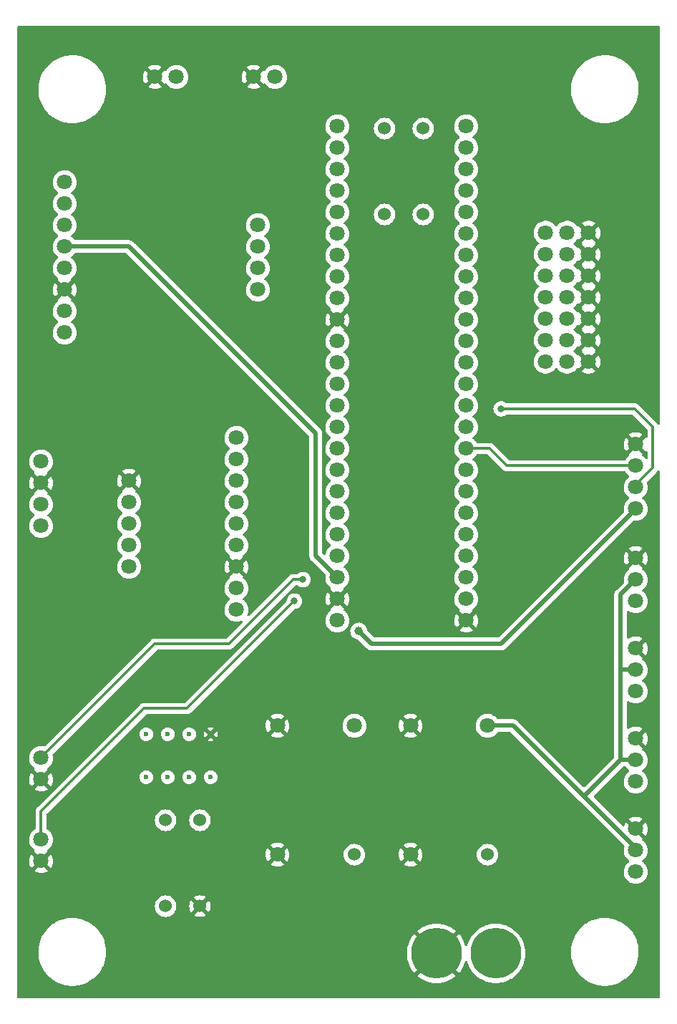
<source format=gbl>
%TF.GenerationSoftware,KiCad,Pcbnew,(6.0.9)*%
%TF.CreationDate,2023-02-25T10:50:01-08:00*%
%TF.ProjectId,FlightBread,466c6967-6874-4427-9265-61642e6b6963,rev?*%
%TF.SameCoordinates,Original*%
%TF.FileFunction,Copper,L2,Bot*%
%TF.FilePolarity,Positive*%
%FSLAX46Y46*%
G04 Gerber Fmt 4.6, Leading zero omitted, Abs format (unit mm)*
G04 Created by KiCad (PCBNEW (6.0.9)) date 2023-02-25 10:50:01*
%MOMM*%
%LPD*%
G01*
G04 APERTURE LIST*
%TA.AperFunction,ComponentPad*%
%ADD10C,1.524000*%
%TD*%
%TA.AperFunction,ComponentPad*%
%ADD11C,1.800000*%
%TD*%
%TA.AperFunction,ComponentPad*%
%ADD12C,6.000000*%
%TD*%
%TA.AperFunction,ComponentPad*%
%ADD13C,0.600000*%
%TD*%
%TA.AperFunction,ViaPad*%
%ADD14C,0.800000*%
%TD*%
%TA.AperFunction,ViaPad*%
%ADD15C,1.000000*%
%TD*%
%TA.AperFunction,Conductor*%
%ADD16C,0.500000*%
%TD*%
%TA.AperFunction,Conductor*%
%ADD17C,0.300000*%
%TD*%
G04 APERTURE END LIST*
D10*
%TO.P,8V_BUCK1,1,VIN+*%
%TO.N,/BATT+*%
X104128000Y-158496000D03*
D11*
%TO.P,8V_BUCK1,2,VIN-*%
%TO.N,GND*%
X95008000Y-158496000D03*
%TO.P,8V_BUCK1,3,VOUT-*%
X95008000Y-143256000D03*
%TO.P,8V_BUCK1,4,VOUT+*%
%TO.N,+8V*%
X104128000Y-143256000D03*
%TD*%
D12*
%TO.P,BATT1,1,BATT+*%
%TO.N,/BATT+*%
X105100000Y-170180000D03*
%TO.P,BATT1,2,BATT-*%
%TO.N,GND*%
X98100000Y-170180000D03*
%TD*%
D10*
%TO.P,R2,1*%
%TO.N,Net-(LM358-Pad1)*%
X70104000Y-154432000D03*
%TO.P,R2,2*%
%TO.N,GND*%
X70104000Y-164592000D03*
%TD*%
%TO.P,R3,1*%
%TO.N,Net-(R3-Pad1)*%
X91948000Y-72644000D03*
%TO.P,R3,2*%
%TO.N,/BLUE_LED*%
X91948000Y-82804000D03*
%TD*%
%TO.P,5V_BUCK1,1,VIN+*%
%TO.N,/BATT+*%
X88380000Y-158496000D03*
D11*
%TO.P,5V_BUCK1,2,VIN-*%
%TO.N,GND*%
X79260000Y-158496000D03*
%TO.P,5V_BUCK1,3,VOUT-*%
X79260000Y-143256000D03*
%TO.P,5V_BUCK1,4,VOUT+*%
%TO.N,+5V*%
X88380000Y-143256000D03*
%TD*%
%TO.P,M2_SIGNAL1,1,S+*%
%TO.N,/M2_Signal*%
X51308000Y-156718000D03*
%TO.P,M2_SIGNAL1,2,S-*%
%TO.N,GND*%
X51308000Y-159258000D03*
%TD*%
%TO.P,RADIO1,1,CH1*%
%TO.N,/CH1*%
X110999425Y-84963000D03*
%TO.P,RADIO1,2,CH2*%
%TO.N,/CH2*%
X110999425Y-87503000D03*
%TO.P,RADIO1,3,CH3*%
%TO.N,/CH3*%
X110999425Y-90043000D03*
%TO.P,RADIO1,4,CH4*%
%TO.N,/CH4*%
X110999425Y-92583000D03*
%TO.P,RADIO1,5,CH5*%
%TO.N,/CH5*%
X110999425Y-95123000D03*
%TO.P,RADIO1,6,CH6*%
%TO.N,/CH6*%
X110999425Y-97663000D03*
%TO.P,RADIO1,7,B\u002A*%
%TO.N,unconnected-(RADIO1-Pad7)*%
X110999425Y-100203000D03*
%TO.P,RADIO1,8,VCC*%
%TO.N,+5V*%
X113539425Y-95123000D03*
X113539425Y-84963000D03*
X113539425Y-100203000D03*
X113539425Y-97663000D03*
X113539425Y-92583000D03*
X113539425Y-90043000D03*
X113539425Y-87503000D03*
%TO.P,RADIO1,9,GND*%
%TO.N,GND*%
X116079425Y-92583000D03*
X116079425Y-87503000D03*
X116079425Y-97663000D03*
X116079425Y-95123000D03*
X116079425Y-100203000D03*
X116079425Y-90043000D03*
X116079425Y-84963000D03*
%TD*%
D13*
%TO.P,LM358,1,+*%
%TO.N,Net-(LM358-Pad1)*%
X63754000Y-149352000D03*
%TO.P,LM358,2,-*%
%TO.N,/BATT_LEVEL*%
X66294000Y-149352000D03*
%TO.P,LM358,3*%
X68834000Y-149352000D03*
%TO.P,LM358,4,V+*%
%TO.N,/BATT+*%
X71374000Y-149352000D03*
%TO.P,LM358,5,V-*%
%TO.N,GND*%
X71374000Y-144272000D03*
%TO.P,LM358,6*%
%TO.N,N/C*%
X68834000Y-144272000D03*
%TO.P,LM358,7*%
X66294000Y-144272000D03*
%TO.P,LM358,8*%
X63754000Y-144272000D03*
%TD*%
D11*
%TO.P,SV3,1,PWM*%
%TO.N,/SV3_PWM*%
X121666000Y-139192000D03*
%TO.P,SV3,2,5V-8V*%
%TO.N,+8V*%
X121666000Y-136652000D03*
%TO.P,SV3,3,GND*%
%TO.N,GND*%
X121666000Y-134112000D03*
%TD*%
D10*
%TO.P,R4,1*%
%TO.N,Net-(RED1-Pad1)*%
X96520000Y-72644000D03*
%TO.P,R4,2*%
%TO.N,/RED_LED*%
X96520000Y-82804000D03*
%TD*%
D11*
%TO.P,SV1,1,PWM*%
%TO.N,/SV1_PWM*%
X121666000Y-160528000D03*
%TO.P,SV1,2,5V-8V*%
%TO.N,+8V*%
X121666000Y-157988000D03*
%TO.P,SV1,3,GND*%
%TO.N,GND*%
X121666000Y-155448000D03*
%TD*%
%TO.P,SV2,1,PWM*%
%TO.N,/SV2_PWM*%
X121666000Y-149860000D03*
%TO.P,SV2,2,5V-8V*%
%TO.N,+8V*%
X121666000Y-147320000D03*
%TO.P,SV2,3,GND*%
%TO.N,GND*%
X121666000Y-144780000D03*
%TD*%
%TO.P,TEENSY1,0,RX1*%
%TO.N,unconnected-(TEENSY1-Pad0)*%
X101600000Y-128270000D03*
%TO.P,TEENSY1,1,TX1*%
%TO.N,unconnected-(TEENSY1-Pad1)*%
X101600000Y-125730000D03*
%TO.P,TEENSY1,2*%
%TO.N,/SV1_PWM*%
X101600000Y-123190000D03*
%TO.P,TEENSY1,3*%
%TO.N,/SV2_PWM*%
X101600000Y-120650000D03*
%TO.P,TEENSY1,4*%
%TO.N,/SV3_PWM*%
X101600000Y-118110000D03*
%TO.P,TEENSY1,5*%
%TO.N,/SV4_PWM*%
X101600000Y-115570000D03*
%TO.P,TEENSY1,6*%
%TO.N,/CH6*%
X101600000Y-113030000D03*
%TO.P,TEENSY1,7,RX2*%
%TO.N,/RX2*%
X101600000Y-110490000D03*
%TO.P,TEENSY1,8,TX2*%
%TO.N,/TX2*%
X101600000Y-107950000D03*
%TO.P,TEENSY1,9*%
%TO.N,/CH5*%
X101600000Y-105410000D03*
%TO.P,TEENSY1,10*%
%TO.N,/CH4*%
X101600000Y-102870000D03*
%TO.P,TEENSY1,11*%
%TO.N,/CH3*%
X101600000Y-100330000D03*
%TO.P,TEENSY1,12*%
%TO.N,/CH2*%
X101600000Y-97790000D03*
%TO.P,TEENSY1,13,SCK(LED)*%
%TO.N,unconnected-(TEENSY1-Pad13)*%
X86360000Y-97790000D03*
%TO.P,TEENSY1,14,A0*%
%TO.N,unconnected-(TEENSY1-Pad14)*%
X86360000Y-100330000D03*
%TO.P,TEENSY1,15,A1*%
%TO.N,unconnected-(TEENSY1-Pad15)*%
X86360000Y-102870000D03*
%TO.P,TEENSY1,16,SCL1*%
%TO.N,unconnected-(TEENSY1-Pad16)*%
X86360000Y-105410000D03*
%TO.P,TEENSY1,17,SDA1*%
%TO.N,unconnected-(TEENSY1-Pad17)*%
X86360000Y-107950000D03*
%TO.P,TEENSY1,18,SDA*%
%TO.N,/SDA*%
X86360000Y-110490000D03*
%TO.P,TEENSY1,19,SCL*%
%TO.N,/SCL*%
X86360000Y-113030000D03*
%TO.P,TEENSY1,20,A6*%
%TO.N,unconnected-(TEENSY1-Pad20)*%
X86360000Y-115570000D03*
%TO.P,TEENSY1,21,A7*%
%TO.N,/BATT_LEVEL*%
X86360000Y-118110000D03*
%TO.P,TEENSY1,22,A8*%
%TO.N,/M2_Signal*%
X86360000Y-120650000D03*
%TO.P,TEENSY1,23,A9*%
%TO.N,/M1_Signal*%
X86360000Y-123190000D03*
%TO.P,TEENSY1,24,A10(SCL2)*%
%TO.N,/CH1*%
X101600000Y-92710000D03*
%TO.P,TEENSY1,25,A11(SDA2)*%
%TO.N,unconnected-(TEENSY1-Pad25)*%
X101600000Y-90170000D03*
%TO.P,TEENSY1,26,A12*%
%TO.N,/BLUE_LED*%
X101600000Y-87630000D03*
%TO.P,TEENSY1,27,A13*%
%TO.N,/RED_LED*%
X101600000Y-85090000D03*
%TO.P,TEENSY1,28,RX7*%
%TO.N,unconnected-(TEENSY1-Pad28)*%
X101600000Y-82550000D03*
%TO.P,TEENSY1,29,TX7*%
%TO.N,unconnected-(TEENSY1-Pad29)*%
X101600000Y-80010000D03*
%TO.P,TEENSY1,30,CRX3*%
%TO.N,unconnected-(TEENSY1-Pad30)*%
X101600000Y-77470000D03*
%TO.P,TEENSY1,31,CTX3*%
%TO.N,unconnected-(TEENSY1-Pad31)*%
X101600000Y-74930000D03*
%TO.P,TEENSY1,32,OUT1B*%
%TO.N,unconnected-(TEENSY1-Pad32)*%
X101600000Y-72390000D03*
%TO.P,TEENSY1,33,MCLK2*%
%TO.N,unconnected-(TEENSY1-Pad33)*%
X86360000Y-72390000D03*
%TO.P,TEENSY1,34,RX8*%
%TO.N,unconnected-(TEENSY1-Pad34)*%
X86360000Y-74930000D03*
%TO.P,TEENSY1,35,TX8*%
%TO.N,unconnected-(TEENSY1-Pad35)*%
X86360000Y-77470000D03*
%TO.P,TEENSY1,36,CS*%
%TO.N,unconnected-(TEENSY1-Pad36)*%
X86360000Y-80010000D03*
%TO.P,TEENSY1,37,CS*%
%TO.N,unconnected-(TEENSY1-Pad37)*%
X86360000Y-82550000D03*
%TO.P,TEENSY1,38,A14*%
%TO.N,unconnected-(TEENSY1-Pad38)*%
X86360000Y-85090000D03*
%TO.P,TEENSY1,39,A15*%
%TO.N,unconnected-(TEENSY1-Pad39)*%
X86360000Y-87630000D03*
%TO.P,TEENSY1,40,A16*%
%TO.N,unconnected-(TEENSY1-Pad40)*%
X86360000Y-90170000D03*
%TO.P,TEENSY1,41,A17*%
%TO.N,unconnected-(TEENSY1-Pad41)*%
X86360000Y-92710000D03*
%TO.P,TEENSY1,43,GND*%
%TO.N,GND*%
X101600000Y-130810000D03*
%TO.P,TEENSY1,44,3.3v*%
%TO.N,unconnected-(TEENSY1-Pad44)*%
X101600000Y-95250000D03*
%TO.P,TEENSY1,45,Vin*%
%TO.N,+5V*%
X86360000Y-130810000D03*
%TO.P,TEENSY1,46,GND*%
%TO.N,GND*%
X86360000Y-128270000D03*
%TO.P,TEENSY1,47,3.3v(250ma)*%
%TO.N,+3.3V*%
X86360000Y-125730000D03*
%TO.P,TEENSY1,48,GND*%
%TO.N,GND*%
X86360000Y-95250000D03*
%TD*%
%TO.P,GPS1,1,NC*%
%TO.N,unconnected-(GPS1-Pad1)*%
X54102000Y-78994000D03*
%TO.P,GPS1,2,TXO*%
%TO.N,unconnected-(GPS1-Pad2)*%
X54102000Y-81534000D03*
%TO.P,GPS1,3,RXI*%
%TO.N,unconnected-(GPS1-Pad3)*%
X54102000Y-84074000D03*
%TO.P,GPS1,4,3V3*%
%TO.N,+3.3V*%
X54102000Y-86614000D03*
%TO.P,GPS1,5,NC*%
%TO.N,unconnected-(GPS1-Pad5)*%
X54102000Y-89154000D03*
%TO.P,GPS1,6,GND*%
%TO.N,GND*%
X54102000Y-91694000D03*
%TO.P,GPS1,7,SCL*%
%TO.N,/SCL*%
X54102000Y-94234000D03*
%TO.P,GPS1,8,SDA*%
%TO.N,/SDA*%
X54102000Y-96774000D03*
%TO.P,GPS1,9,INT*%
%TO.N,unconnected-(GPS1-Pad9)*%
X76962000Y-84074000D03*
%TO.P,GPS1,10,RST*%
%TO.N,unconnected-(GPS1-Pad10)*%
X76962000Y-86614000D03*
%TO.P,GPS1,11,PPS*%
%TO.N,unconnected-(GPS1-Pad11)*%
X76962000Y-89154000D03*
%TO.P,GPS1,12,SFBOOT*%
%TO.N,unconnected-(GPS1-Pad12)*%
X76962000Y-91694000D03*
%TD*%
%TO.P,LIDAR1,1,+5V*%
%TO.N,+5V*%
X121666000Y-117602000D03*
%TO.P,LIDAR1,2,RXD*%
%TO.N,/TX2*%
X121666000Y-115062000D03*
%TO.P,LIDAR1,3,TXD*%
%TO.N,/RX2*%
X121666000Y-112522000D03*
%TO.P,LIDAR1,4,GND*%
%TO.N,GND*%
X121666000Y-109982000D03*
%TD*%
%TO.P,BLUE1,1,K*%
%TO.N,Net-(R3-Pad1)*%
X67310000Y-66548000D03*
%TO.P,BLUE1,2,A*%
%TO.N,GND*%
X64770000Y-66548000D03*
%TD*%
D10*
%TO.P,R1,1*%
%TO.N,/BATT+*%
X66040000Y-164592000D03*
%TO.P,R1,2*%
%TO.N,Net-(LM358-Pad1)*%
X66040000Y-154432000D03*
%TD*%
D11*
%TO.P,IMU1,1,VIN*%
%TO.N,+5V*%
X74422000Y-129540000D03*
%TO.P,IMU1,2,3Vo*%
%TO.N,unconnected-(IMU1-Pad2)*%
X74422000Y-127000000D03*
%TO.P,IMU1,3,GND*%
%TO.N,GND*%
X74422000Y-124460000D03*
%TO.P,IMU1,4,SCL*%
%TO.N,/SCL*%
X74422000Y-121920000D03*
%TO.P,IMU1,5,SDA*%
%TO.N,/SDA*%
X74422000Y-119380000D03*
%TO.P,IMU1,6,DO*%
%TO.N,unconnected-(IMU1-Pad6)*%
X74422000Y-116840000D03*
%TO.P,IMU1,7,CS*%
%TO.N,unconnected-(IMU1-Pad7)*%
X74422000Y-114300000D03*
%TO.P,IMU1,8,I1*%
%TO.N,unconnected-(IMU1-Pad8)*%
X74422000Y-111760000D03*
%TO.P,IMU1,9,I2*%
%TO.N,unconnected-(IMU1-Pad9)*%
X74422000Y-109220000D03*
%TO.P,IMU1,10,SCX*%
%TO.N,unconnected-(IMU1-Pad10)*%
X61722000Y-124460000D03*
%TO.P,IMU1,11,SDX*%
%TO.N,unconnected-(IMU1-Pad11)*%
X61722000Y-121920000D03*
%TO.P,IMU1,12,CS*%
%TO.N,unconnected-(IMU1-Pad12)*%
X61722000Y-119380000D03*
%TO.P,IMU1,13,DO*%
%TO.N,unconnected-(IMU1-Pad13)*%
X61722000Y-116840000D03*
%TO.P,IMU1,14,GND*%
%TO.N,GND*%
X61722000Y-114300000D03*
%TD*%
%TO.P,M1_SIGNAL1,1,S+*%
%TO.N,/M1_Signal*%
X51308000Y-147066000D03*
%TO.P,M1_SIGNAL1,2,S-*%
%TO.N,GND*%
X51308000Y-149606000D03*
%TD*%
%TO.P,BARO1,1,3.3V*%
%TO.N,+3.3V*%
X51308000Y-112014000D03*
%TO.P,BARO1,2,GND*%
%TO.N,GND*%
X51308000Y-114554000D03*
%TO.P,BARO1,3,SCL*%
%TO.N,/SCL*%
X51308000Y-117094000D03*
%TO.P,BARO1,4,SDA*%
%TO.N,/SDA*%
X51308000Y-119634000D03*
%TD*%
%TO.P,SV4,1,PWM*%
%TO.N,/SV4_PWM*%
X121666000Y-128524000D03*
%TO.P,SV4,2,5V-8V*%
%TO.N,+8V*%
X121666000Y-125984000D03*
%TO.P,SV4,3,GND*%
%TO.N,GND*%
X121666000Y-123444000D03*
%TD*%
%TO.P,RED1,1,K*%
%TO.N,Net-(RED1-Pad1)*%
X78994000Y-66548000D03*
%TO.P,RED1,2,A*%
%TO.N,GND*%
X76454000Y-66548000D03*
%TD*%
D14*
%TO.N,/TX2*%
X105740200Y-105791000D03*
%TO.N,GND*%
X74930000Y-171704000D03*
X89408000Y-171450000D03*
D15*
%TO.N,+5V*%
X88900000Y-132080000D03*
D14*
%TO.N,/M1_Signal*%
X82296000Y-125984000D03*
%TO.N,/M2_Signal*%
X81280000Y-128524000D03*
%TD*%
D16*
%TO.N,+8V*%
X120065800Y-136652000D02*
X119888000Y-136474200D01*
X121666000Y-136652000D02*
X120065800Y-136652000D01*
X119888000Y-136474200D02*
X119888000Y-127762000D01*
X119888000Y-147320000D02*
X119888000Y-136474200D01*
D17*
%TO.N,/TX2*%
X121539000Y-105791000D02*
X123698000Y-107950000D01*
X105740200Y-105791000D02*
X121539000Y-105791000D01*
X121666000Y-114808000D02*
X121666000Y-115062000D01*
X123698000Y-112776000D02*
X121666000Y-114808000D01*
X123698000Y-107950000D02*
X123698000Y-112776000D01*
X101600000Y-107188000D02*
X102362000Y-107950000D01*
%TO.N,/RX2*%
X104394000Y-110490000D02*
X106426000Y-112522000D01*
X101600000Y-110490000D02*
X104394000Y-110490000D01*
X106426000Y-112522000D02*
X121666000Y-112522000D01*
D16*
%TO.N,+5V*%
X121715000Y-117602000D02*
X121862000Y-117602000D01*
X105713000Y-133604000D02*
X121715000Y-117602000D01*
X90424000Y-133604000D02*
X105713000Y-133604000D01*
X88900000Y-132080000D02*
X90424000Y-133604000D01*
%TO.N,+3.3V*%
X61722000Y-86614000D02*
X83820000Y-108712000D01*
X83820000Y-108712000D02*
X83820000Y-123190000D01*
X54102000Y-86614000D02*
X61722000Y-86614000D01*
X83820000Y-123190000D02*
X86360000Y-125730000D01*
%TO.N,+8V*%
X121666000Y-157734000D02*
X121666000Y-157988000D01*
X107188000Y-143256000D02*
X115570000Y-151638000D01*
X115316000Y-151384000D02*
X121666000Y-157734000D01*
X119888000Y-127762000D02*
X121666000Y-125984000D01*
X115570000Y-151638000D02*
X115824000Y-151384000D01*
X119888000Y-147320000D02*
X121862000Y-147320000D01*
X115824000Y-151384000D02*
X119888000Y-147320000D01*
X104128000Y-143256000D02*
X107188000Y-143256000D01*
D17*
%TO.N,/M1_Signal*%
X81122761Y-125984000D02*
X73502761Y-133604000D01*
X73502761Y-133604000D02*
X64770000Y-133604000D01*
X64770000Y-133604000D02*
X51308000Y-147066000D01*
X82296000Y-125984000D02*
X81122761Y-125984000D01*
%TO.N,/M2_Signal*%
X63500000Y-141224000D02*
X51308000Y-153416000D01*
X51308000Y-153416000D02*
X51308000Y-156718000D01*
X68580000Y-141224000D02*
X63500000Y-141224000D01*
X81280000Y-128524000D02*
X68580000Y-141224000D01*
%TD*%
%TA.AperFunction,Conductor*%
%TO.N,GND*%
G36*
X124433621Y-60528502D02*
G01*
X124480114Y-60582158D01*
X124491500Y-60634500D01*
X124491500Y-107534063D01*
X124471498Y-107602184D01*
X124417842Y-107648677D01*
X124347568Y-107658781D01*
X124282988Y-107629287D01*
X124263565Y-107608125D01*
X124252485Y-107592875D01*
X124245967Y-107582952D01*
X124226493Y-107550023D01*
X124226490Y-107550019D01*
X124222453Y-107543193D01*
X124207289Y-107528029D01*
X124194448Y-107512995D01*
X124186501Y-107502057D01*
X124181841Y-107495643D01*
X124146247Y-107466197D01*
X124137468Y-107458208D01*
X122062655Y-105383395D01*
X122054665Y-105374615D01*
X122054663Y-105374613D01*
X122050416Y-105367920D01*
X121998742Y-105319395D01*
X121995901Y-105316641D01*
X121975333Y-105296073D01*
X121971826Y-105293353D01*
X121962804Y-105285647D01*
X121934913Y-105259456D01*
X121929133Y-105254028D01*
X121922181Y-105250206D01*
X121910342Y-105243697D01*
X121893818Y-105232843D01*
X121883132Y-105224555D01*
X121876868Y-105219696D01*
X121869596Y-105216549D01*
X121869594Y-105216548D01*
X121834465Y-105201346D01*
X121823805Y-105196124D01*
X121790284Y-105177695D01*
X121790282Y-105177694D01*
X121783337Y-105173876D01*
X121762559Y-105168541D01*
X121743869Y-105162142D01*
X121724176Y-105153620D01*
X121678552Y-105146394D01*
X121666929Y-105143987D01*
X121638928Y-105136798D01*
X121622188Y-105132500D01*
X121600741Y-105132500D01*
X121581031Y-105130949D01*
X121567677Y-105128834D01*
X121559848Y-105127594D01*
X121513859Y-105131941D01*
X121502004Y-105132500D01*
X106420424Y-105132500D01*
X106352303Y-105112498D01*
X106346363Y-105108436D01*
X106346109Y-105108251D01*
X106196952Y-104999882D01*
X106190924Y-104997198D01*
X106190922Y-104997197D01*
X106028519Y-104924891D01*
X106028518Y-104924891D01*
X106022488Y-104922206D01*
X105929087Y-104902353D01*
X105842144Y-104883872D01*
X105842139Y-104883872D01*
X105835687Y-104882500D01*
X105644713Y-104882500D01*
X105638261Y-104883872D01*
X105638256Y-104883872D01*
X105551313Y-104902353D01*
X105457912Y-104922206D01*
X105451882Y-104924891D01*
X105451881Y-104924891D01*
X105289478Y-104997197D01*
X105289476Y-104997198D01*
X105283448Y-104999882D01*
X105128947Y-105112134D01*
X105124526Y-105117044D01*
X105124525Y-105117045D01*
X105014789Y-105238920D01*
X105001160Y-105254056D01*
X104964210Y-105318055D01*
X104911126Y-105410000D01*
X104905673Y-105419444D01*
X104846658Y-105601072D01*
X104826696Y-105791000D01*
X104827386Y-105797565D01*
X104841823Y-105934922D01*
X104846658Y-105980928D01*
X104905673Y-106162556D01*
X105001160Y-106327944D01*
X105128947Y-106469866D01*
X105150947Y-106485850D01*
X105263645Y-106567730D01*
X105283448Y-106582118D01*
X105289476Y-106584802D01*
X105289478Y-106584803D01*
X105377831Y-106624140D01*
X105457912Y-106659794D01*
X105547304Y-106678795D01*
X105638256Y-106698128D01*
X105638261Y-106698128D01*
X105644713Y-106699500D01*
X105835687Y-106699500D01*
X105842139Y-106698128D01*
X105842144Y-106698128D01*
X105933096Y-106678795D01*
X106022488Y-106659794D01*
X106102569Y-106624140D01*
X106190922Y-106584803D01*
X106190924Y-106584802D01*
X106196952Y-106582118D01*
X106216756Y-106567730D01*
X106329453Y-106485850D01*
X106346363Y-106473564D01*
X106413231Y-106449706D01*
X106420424Y-106449500D01*
X121214050Y-106449500D01*
X121282171Y-106469502D01*
X121303145Y-106486405D01*
X123002595Y-108185855D01*
X123036621Y-108248167D01*
X123039500Y-108274950D01*
X123039500Y-109098164D01*
X123019498Y-109166285D01*
X122965842Y-109212778D01*
X122895568Y-109222882D01*
X122831274Y-109193636D01*
X122824538Y-109187835D01*
X122814973Y-109192238D01*
X122038021Y-109969189D01*
X122030408Y-109983132D01*
X122030539Y-109984966D01*
X122034790Y-109991580D01*
X122812307Y-110769096D01*
X122824313Y-110775652D01*
X122837010Y-110765952D01*
X122903285Y-110740493D01*
X122972803Y-110754906D01*
X123023493Y-110804616D01*
X123039500Y-110866078D01*
X123039500Y-111625145D01*
X123019498Y-111693266D01*
X122965842Y-111739759D01*
X122895568Y-111749863D01*
X122830988Y-111720369D01*
X122807708Y-111693585D01*
X122788575Y-111664009D01*
X122788570Y-111664003D01*
X122785764Y-111659665D01*
X122779245Y-111652500D01*
X122693741Y-111558533D01*
X122629887Y-111488358D01*
X122625836Y-111485159D01*
X122625832Y-111485155D01*
X122452669Y-111348400D01*
X122411606Y-111290483D01*
X122408374Y-111219560D01*
X122443999Y-111158148D01*
X122449487Y-111153623D01*
X122459497Y-111140874D01*
X122452510Y-111127721D01*
X121678811Y-110354021D01*
X121664868Y-110346408D01*
X121663034Y-110346539D01*
X121656420Y-110350790D01*
X120876180Y-111131031D01*
X120869423Y-111143406D01*
X120888730Y-111169197D01*
X120888040Y-111169713D01*
X120912627Y-111195737D01*
X120925743Y-111265511D01*
X120899055Y-111331300D01*
X120876023Y-111353719D01*
X120806385Y-111406005D01*
X120727655Y-111465117D01*
X120567639Y-111632564D01*
X120564725Y-111636836D01*
X120564724Y-111636837D01*
X120549152Y-111659665D01*
X120494516Y-111739759D01*
X120447621Y-111808504D01*
X120392710Y-111853507D01*
X120343533Y-111863500D01*
X106750950Y-111863500D01*
X106682829Y-111843498D01*
X106661855Y-111826595D01*
X104917655Y-110082395D01*
X104909665Y-110073615D01*
X104909663Y-110073613D01*
X104905416Y-110066920D01*
X104896580Y-110058622D01*
X104853743Y-110018396D01*
X104850901Y-110015641D01*
X104830333Y-109995073D01*
X104826826Y-109992353D01*
X104817804Y-109984647D01*
X104811827Y-109979034D01*
X104784133Y-109953028D01*
X104783424Y-109952638D01*
X120253893Y-109952638D01*
X120266627Y-110173468D01*
X120268061Y-110183670D01*
X120316685Y-110399439D01*
X120319773Y-110409292D01*
X120402986Y-110614220D01*
X120407634Y-110623421D01*
X120496097Y-110767781D01*
X120506553Y-110777242D01*
X120515331Y-110773458D01*
X121293979Y-109994811D01*
X121301592Y-109980868D01*
X121301461Y-109979034D01*
X121297210Y-109972420D01*
X120519862Y-109195073D01*
X120508330Y-109188776D01*
X120496048Y-109198399D01*
X120440467Y-109279877D01*
X120435379Y-109288833D01*
X120342252Y-109489459D01*
X120338689Y-109499146D01*
X120279581Y-109712280D01*
X120277650Y-109722400D01*
X120254145Y-109942349D01*
X120253893Y-109952638D01*
X104783424Y-109952638D01*
X104774836Y-109947917D01*
X104765342Y-109942697D01*
X104748818Y-109931843D01*
X104738132Y-109923555D01*
X104731868Y-109918696D01*
X104724596Y-109915549D01*
X104724594Y-109915548D01*
X104689465Y-109900346D01*
X104678805Y-109895124D01*
X104645284Y-109876695D01*
X104645282Y-109876694D01*
X104638337Y-109872876D01*
X104617559Y-109867541D01*
X104598869Y-109861142D01*
X104579176Y-109852620D01*
X104533552Y-109845394D01*
X104521929Y-109842987D01*
X104493928Y-109835798D01*
X104477188Y-109831500D01*
X104455741Y-109831500D01*
X104436031Y-109829949D01*
X104422677Y-109827834D01*
X104414848Y-109826594D01*
X104368859Y-109830941D01*
X104357004Y-109831500D01*
X102920186Y-109831500D01*
X102852065Y-109811498D01*
X102814394Y-109773940D01*
X102722575Y-109632009D01*
X102722570Y-109632003D01*
X102719764Y-109627665D01*
X102710599Y-109617592D01*
X102602821Y-109499146D01*
X102563887Y-109456358D01*
X102559836Y-109453159D01*
X102559832Y-109453155D01*
X102387077Y-109316722D01*
X102346014Y-109258805D01*
X102342782Y-109187882D01*
X102378407Y-109126470D01*
X102392001Y-109115261D01*
X102395872Y-109112500D01*
X102512243Y-109029494D01*
X102676303Y-108866005D01*
X102707413Y-108822711D01*
X120871508Y-108822711D01*
X120878251Y-108835040D01*
X121653189Y-109609979D01*
X121667132Y-109617592D01*
X121668966Y-109617461D01*
X121675580Y-109613210D01*
X122454994Y-108833795D01*
X122462011Y-108820944D01*
X122454237Y-108810274D01*
X122451902Y-108808430D01*
X122443320Y-108802729D01*
X122249678Y-108695833D01*
X122240272Y-108691606D01*
X122031772Y-108617772D01*
X122021809Y-108615140D01*
X121804047Y-108576350D01*
X121793796Y-108575381D01*
X121572616Y-108572679D01*
X121562332Y-108573399D01*
X121343693Y-108606855D01*
X121333666Y-108609244D01*
X121123426Y-108677961D01*
X121113916Y-108681958D01*
X120917725Y-108784089D01*
X120909007Y-108789578D01*
X120879961Y-108811386D01*
X120871508Y-108822711D01*
X102707413Y-108822711D01*
X102811458Y-108677917D01*
X102832611Y-108635118D01*
X102911784Y-108474922D01*
X102911785Y-108474920D01*
X102914078Y-108470280D01*
X102981408Y-108248671D01*
X102984820Y-108222760D01*
X102997039Y-108129943D01*
X102998996Y-108118903D01*
X103021059Y-108020204D01*
X103021059Y-108020201D01*
X103022789Y-108012463D01*
X103017562Y-107846169D01*
X103003288Y-107797036D01*
X102998710Y-107772213D01*
X102994773Y-107724319D01*
X102994772Y-107724314D01*
X102994349Y-107719167D01*
X102944577Y-107521015D01*
X102939184Y-107499544D01*
X102939183Y-107499540D01*
X102937925Y-107494533D01*
X102935866Y-107489797D01*
X102847630Y-107286868D01*
X102847628Y-107286865D01*
X102845570Y-107282131D01*
X102719764Y-107087665D01*
X102563887Y-106916358D01*
X102559836Y-106913159D01*
X102559832Y-106913155D01*
X102387077Y-106776722D01*
X102346014Y-106718805D01*
X102342782Y-106647882D01*
X102378407Y-106586470D01*
X102392001Y-106575261D01*
X102395872Y-106572500D01*
X102512243Y-106489494D01*
X102676303Y-106326005D01*
X102811458Y-106137917D01*
X102858641Y-106042450D01*
X102911784Y-105934922D01*
X102911785Y-105934920D01*
X102914078Y-105930280D01*
X102981408Y-105708671D01*
X103011640Y-105479041D01*
X103013327Y-105410000D01*
X103005768Y-105318055D01*
X102994773Y-105184318D01*
X102994772Y-105184312D01*
X102994349Y-105179167D01*
X102949316Y-104999882D01*
X102939184Y-104959544D01*
X102939183Y-104959540D01*
X102937925Y-104954533D01*
X102935866Y-104949797D01*
X102847630Y-104746868D01*
X102847628Y-104746865D01*
X102845570Y-104742131D01*
X102719764Y-104547665D01*
X102563887Y-104376358D01*
X102559836Y-104373159D01*
X102559832Y-104373155D01*
X102387077Y-104236722D01*
X102346014Y-104178805D01*
X102342782Y-104107882D01*
X102378407Y-104046470D01*
X102392001Y-104035261D01*
X102395872Y-104032500D01*
X102512243Y-103949494D01*
X102676303Y-103786005D01*
X102811458Y-103597917D01*
X102858641Y-103502450D01*
X102911784Y-103394922D01*
X102911785Y-103394920D01*
X102914078Y-103390280D01*
X102981408Y-103168671D01*
X103011640Y-102939041D01*
X103013327Y-102870000D01*
X103007032Y-102793434D01*
X102994773Y-102644318D01*
X102994772Y-102644312D01*
X102994349Y-102639167D01*
X102937925Y-102414533D01*
X102935866Y-102409797D01*
X102847630Y-102206868D01*
X102847628Y-102206865D01*
X102845570Y-102202131D01*
X102719764Y-102007665D01*
X102563887Y-101836358D01*
X102559836Y-101833159D01*
X102559832Y-101833155D01*
X102387077Y-101696722D01*
X102346014Y-101638805D01*
X102342782Y-101567882D01*
X102378407Y-101506470D01*
X102392001Y-101495261D01*
X102395872Y-101492500D01*
X102512243Y-101409494D01*
X102676303Y-101246005D01*
X102811458Y-101057917D01*
X102819512Y-101041622D01*
X102911784Y-100854922D01*
X102911785Y-100854920D01*
X102914078Y-100850280D01*
X102981408Y-100628671D01*
X103011640Y-100399041D01*
X103013327Y-100330000D01*
X103002098Y-100193420D01*
X103000047Y-100168469D01*
X109586520Y-100168469D01*
X109586817Y-100173622D01*
X109586817Y-100173625D01*
X109593842Y-100295469D01*
X109599852Y-100399697D01*
X109600989Y-100404743D01*
X109600990Y-100404749D01*
X109621653Y-100496436D01*
X109650771Y-100625642D01*
X109652713Y-100630424D01*
X109652714Y-100630428D01*
X109727892Y-100815568D01*
X109737909Y-100840237D01*
X109858926Y-101037719D01*
X110010572Y-101212784D01*
X110188774Y-101360730D01*
X110388747Y-101477584D01*
X110393572Y-101479426D01*
X110393573Y-101479427D01*
X110427808Y-101492500D01*
X110605119Y-101560209D01*
X110610185Y-101561240D01*
X110610186Y-101561240D01*
X110642833Y-101567882D01*
X110832081Y-101606385D01*
X110962749Y-101611176D01*
X111058374Y-101614683D01*
X111058378Y-101614683D01*
X111063538Y-101614872D01*
X111068658Y-101614216D01*
X111068660Y-101614216D01*
X111141716Y-101604857D01*
X111293272Y-101585442D01*
X111298220Y-101583957D01*
X111298227Y-101583956D01*
X111510172Y-101520369D01*
X111515115Y-101518886D01*
X111520712Y-101516144D01*
X111718474Y-101419262D01*
X111718477Y-101419260D01*
X111723109Y-101416991D01*
X111911668Y-101282494D01*
X112075728Y-101119005D01*
X112078744Y-101114808D01*
X112078751Y-101114800D01*
X112166385Y-100992844D01*
X112222379Y-100949196D01*
X112293083Y-100942750D01*
X112356047Y-100975553D01*
X112376140Y-101000536D01*
X112396225Y-101033313D01*
X112396229Y-101033318D01*
X112398926Y-101037719D01*
X112550572Y-101212784D01*
X112728774Y-101360730D01*
X112928747Y-101477584D01*
X112933572Y-101479426D01*
X112933573Y-101479427D01*
X112967808Y-101492500D01*
X113145119Y-101560209D01*
X113150185Y-101561240D01*
X113150186Y-101561240D01*
X113182833Y-101567882D01*
X113372081Y-101606385D01*
X113502749Y-101611176D01*
X113598374Y-101614683D01*
X113598378Y-101614683D01*
X113603538Y-101614872D01*
X113608658Y-101614216D01*
X113608660Y-101614216D01*
X113681716Y-101604857D01*
X113833272Y-101585442D01*
X113838220Y-101583957D01*
X113838227Y-101583956D01*
X114050172Y-101520369D01*
X114055115Y-101518886D01*
X114060712Y-101516144D01*
X114258474Y-101419262D01*
X114258477Y-101419260D01*
X114263109Y-101416991D01*
X114336831Y-101364406D01*
X115282848Y-101364406D01*
X115288129Y-101371461D01*
X115464505Y-101474527D01*
X115473788Y-101478974D01*
X115680428Y-101557883D01*
X115690326Y-101560759D01*
X115907078Y-101604857D01*
X115917308Y-101606076D01*
X116138339Y-101614182D01*
X116148648Y-101613714D01*
X116368048Y-101585608D01*
X116378113Y-101583468D01*
X116589982Y-101519905D01*
X116599577Y-101516144D01*
X116798203Y-101418838D01*
X116807061Y-101413559D01*
X116864522Y-101372572D01*
X116872922Y-101361874D01*
X116865935Y-101348721D01*
X116092236Y-100575021D01*
X116078293Y-100567408D01*
X116076459Y-100567539D01*
X116069845Y-100571790D01*
X115289605Y-101352031D01*
X115282848Y-101364406D01*
X114336831Y-101364406D01*
X114451668Y-101282494D01*
X114615728Y-101119005D01*
X114706700Y-100992404D01*
X114762695Y-100948756D01*
X114833398Y-100942310D01*
X114896363Y-100975113D01*
X114901567Y-100981584D01*
X114919978Y-100998242D01*
X114928756Y-100994458D01*
X115707404Y-100215811D01*
X115713781Y-100204132D01*
X116443833Y-100204132D01*
X116443964Y-100205966D01*
X116448215Y-100212580D01*
X117225732Y-100990096D01*
X117237738Y-100996652D01*
X117249477Y-100987684D01*
X117287435Y-100934859D01*
X117292746Y-100926020D01*
X117390743Y-100727737D01*
X117394542Y-100718142D01*
X117458840Y-100506517D01*
X117461019Y-100496436D01*
X117490127Y-100275338D01*
X117490646Y-100268663D01*
X117492169Y-100206364D01*
X117491975Y-100199646D01*
X117473704Y-99977400D01*
X117472021Y-99967238D01*
X117418135Y-99752708D01*
X117414814Y-99742953D01*
X117326618Y-99540118D01*
X117321740Y-99531020D01*
X117248649Y-99418038D01*
X117237963Y-99408835D01*
X117228398Y-99413238D01*
X116451446Y-100190189D01*
X116443833Y-100204132D01*
X115713781Y-100204132D01*
X115715017Y-100201868D01*
X115714886Y-100200034D01*
X115710635Y-100193420D01*
X114933287Y-99416073D01*
X114921755Y-99409776D01*
X114894099Y-99431444D01*
X114892959Y-99429989D01*
X114859120Y-99457724D01*
X114788596Y-99465898D01*
X114724847Y-99434646D01*
X114704147Y-99410159D01*
X114662000Y-99345009D01*
X114661995Y-99345003D01*
X114659189Y-99340665D01*
X114622352Y-99300181D01*
X114609559Y-99286122D01*
X114503312Y-99169358D01*
X114499261Y-99166159D01*
X114499257Y-99166155D01*
X114326502Y-99029722D01*
X114285439Y-98971805D01*
X114282207Y-98900882D01*
X114317832Y-98839470D01*
X114331426Y-98828261D01*
X114336831Y-98824406D01*
X115282848Y-98824406D01*
X115302155Y-98850197D01*
X115301588Y-98850621D01*
X115326540Y-98877051D01*
X115339631Y-98946830D01*
X115312917Y-99012610D01*
X115295490Y-99029568D01*
X115284933Y-99043711D01*
X115291676Y-99056040D01*
X116066614Y-99830979D01*
X116080557Y-99838592D01*
X116082391Y-99838461D01*
X116089005Y-99834210D01*
X116868419Y-99054795D01*
X116875436Y-99041944D01*
X116867663Y-99031276D01*
X116865673Y-99029704D01*
X116824609Y-98971788D01*
X116821376Y-98900865D01*
X116856999Y-98839452D01*
X116863016Y-98834491D01*
X116872922Y-98821874D01*
X116865935Y-98808721D01*
X116092236Y-98035021D01*
X116078293Y-98027408D01*
X116076459Y-98027539D01*
X116069845Y-98031790D01*
X115289605Y-98812031D01*
X115282848Y-98824406D01*
X114336831Y-98824406D01*
X114451668Y-98742494D01*
X114615728Y-98579005D01*
X114706700Y-98452404D01*
X114762695Y-98408756D01*
X114833398Y-98402310D01*
X114896363Y-98435113D01*
X114901567Y-98441584D01*
X114919978Y-98458242D01*
X114928756Y-98454458D01*
X115707404Y-97675811D01*
X115713781Y-97664132D01*
X116443833Y-97664132D01*
X116443964Y-97665966D01*
X116448215Y-97672580D01*
X117225732Y-98450096D01*
X117237738Y-98456652D01*
X117249477Y-98447684D01*
X117287435Y-98394859D01*
X117292746Y-98386020D01*
X117390743Y-98187737D01*
X117394542Y-98178142D01*
X117458840Y-97966517D01*
X117461019Y-97956436D01*
X117490127Y-97735338D01*
X117490646Y-97728663D01*
X117492169Y-97666364D01*
X117491975Y-97659646D01*
X117473704Y-97437400D01*
X117472021Y-97427238D01*
X117418135Y-97212708D01*
X117414814Y-97202953D01*
X117326618Y-97000118D01*
X117321740Y-96991020D01*
X117248649Y-96878038D01*
X117237963Y-96868835D01*
X117228398Y-96873238D01*
X116451446Y-97650189D01*
X116443833Y-97664132D01*
X115713781Y-97664132D01*
X115715017Y-97661868D01*
X115714886Y-97660034D01*
X115710635Y-97653420D01*
X114933287Y-96876073D01*
X114921755Y-96869776D01*
X114894099Y-96891444D01*
X114892959Y-96889989D01*
X114859120Y-96917724D01*
X114788596Y-96925898D01*
X114724847Y-96894646D01*
X114704147Y-96870159D01*
X114662000Y-96805009D01*
X114661995Y-96805003D01*
X114659189Y-96800665D01*
X114622352Y-96760181D01*
X114603505Y-96739469D01*
X114503312Y-96629358D01*
X114499261Y-96626159D01*
X114499257Y-96626155D01*
X114326502Y-96489722D01*
X114285439Y-96431805D01*
X114282207Y-96360882D01*
X114317832Y-96299470D01*
X114331426Y-96288261D01*
X114336831Y-96284406D01*
X115282848Y-96284406D01*
X115302155Y-96310197D01*
X115301588Y-96310621D01*
X115326540Y-96337051D01*
X115339631Y-96406830D01*
X115312917Y-96472610D01*
X115295490Y-96489568D01*
X115284933Y-96503711D01*
X115291676Y-96516040D01*
X116066614Y-97290979D01*
X116080557Y-97298592D01*
X116082391Y-97298461D01*
X116089005Y-97294210D01*
X116868419Y-96514795D01*
X116875436Y-96501944D01*
X116867663Y-96491276D01*
X116865673Y-96489704D01*
X116824609Y-96431788D01*
X116821376Y-96360865D01*
X116856999Y-96299452D01*
X116863016Y-96294491D01*
X116872922Y-96281874D01*
X116865935Y-96268721D01*
X116092236Y-95495021D01*
X116078293Y-95487408D01*
X116076459Y-95487539D01*
X116069845Y-95491790D01*
X115289605Y-96272031D01*
X115282848Y-96284406D01*
X114336831Y-96284406D01*
X114451668Y-96202494D01*
X114615728Y-96039005D01*
X114706700Y-95912404D01*
X114762695Y-95868756D01*
X114833398Y-95862310D01*
X114896363Y-95895113D01*
X114901567Y-95901584D01*
X114919978Y-95918242D01*
X114928756Y-95914458D01*
X115707404Y-95135811D01*
X115713781Y-95124132D01*
X116443833Y-95124132D01*
X116443964Y-95125966D01*
X116448215Y-95132580D01*
X117225732Y-95910096D01*
X117237738Y-95916652D01*
X117249477Y-95907684D01*
X117287435Y-95854859D01*
X117292746Y-95846020D01*
X117390743Y-95647737D01*
X117394542Y-95638142D01*
X117458840Y-95426517D01*
X117461019Y-95416436D01*
X117490127Y-95195338D01*
X117490646Y-95188663D01*
X117492169Y-95126364D01*
X117491975Y-95119646D01*
X117473704Y-94897400D01*
X117472021Y-94887238D01*
X117418135Y-94672708D01*
X117414814Y-94662953D01*
X117326618Y-94460118D01*
X117321740Y-94451020D01*
X117248649Y-94338038D01*
X117237963Y-94328835D01*
X117228398Y-94333238D01*
X116451446Y-95110189D01*
X116443833Y-95124132D01*
X115713781Y-95124132D01*
X115715017Y-95121868D01*
X115714886Y-95120034D01*
X115710635Y-95113420D01*
X114933287Y-94336073D01*
X114921755Y-94329776D01*
X114894099Y-94351444D01*
X114892959Y-94349989D01*
X114859120Y-94377724D01*
X114788596Y-94385898D01*
X114724847Y-94354646D01*
X114704147Y-94330159D01*
X114662000Y-94265009D01*
X114661995Y-94265003D01*
X114659189Y-94260665D01*
X114622352Y-94220181D01*
X114603505Y-94199469D01*
X114503312Y-94089358D01*
X114499261Y-94086159D01*
X114499257Y-94086155D01*
X114326502Y-93949722D01*
X114285439Y-93891805D01*
X114282207Y-93820882D01*
X114317832Y-93759470D01*
X114331426Y-93748261D01*
X114336831Y-93744406D01*
X115282848Y-93744406D01*
X115302155Y-93770197D01*
X115301588Y-93770621D01*
X115326540Y-93797051D01*
X115339631Y-93866830D01*
X115312917Y-93932610D01*
X115295490Y-93949568D01*
X115284933Y-93963711D01*
X115291676Y-93976040D01*
X116066614Y-94750979D01*
X116080557Y-94758592D01*
X116082391Y-94758461D01*
X116089005Y-94754210D01*
X116868419Y-93974795D01*
X116875436Y-93961944D01*
X116867663Y-93951276D01*
X116865673Y-93949704D01*
X116824609Y-93891788D01*
X116821376Y-93820865D01*
X116856999Y-93759452D01*
X116863016Y-93754491D01*
X116872922Y-93741874D01*
X116865935Y-93728721D01*
X116092236Y-92955021D01*
X116078293Y-92947408D01*
X116076459Y-92947539D01*
X116069845Y-92951790D01*
X115289605Y-93732031D01*
X115282848Y-93744406D01*
X114336831Y-93744406D01*
X114451668Y-93662494D01*
X114615728Y-93499005D01*
X114706700Y-93372404D01*
X114762695Y-93328756D01*
X114833398Y-93322310D01*
X114896363Y-93355113D01*
X114901567Y-93361584D01*
X114919978Y-93378242D01*
X114928756Y-93374458D01*
X115707404Y-92595811D01*
X115713781Y-92584132D01*
X116443833Y-92584132D01*
X116443964Y-92585966D01*
X116448215Y-92592580D01*
X117225732Y-93370096D01*
X117237738Y-93376652D01*
X117249477Y-93367684D01*
X117287435Y-93314859D01*
X117292746Y-93306020D01*
X117390743Y-93107737D01*
X117394542Y-93098142D01*
X117458840Y-92886517D01*
X117461019Y-92876436D01*
X117490127Y-92655338D01*
X117490646Y-92648663D01*
X117492169Y-92586364D01*
X117491975Y-92579646D01*
X117473704Y-92357400D01*
X117472021Y-92347238D01*
X117418135Y-92132708D01*
X117414814Y-92122953D01*
X117326618Y-91920118D01*
X117321740Y-91911020D01*
X117248649Y-91798038D01*
X117237963Y-91788835D01*
X117228398Y-91793238D01*
X116451446Y-92570189D01*
X116443833Y-92584132D01*
X115713781Y-92584132D01*
X115715017Y-92581868D01*
X115714886Y-92580034D01*
X115710635Y-92573420D01*
X114933287Y-91796073D01*
X114921755Y-91789776D01*
X114894099Y-91811444D01*
X114892959Y-91809989D01*
X114859120Y-91837724D01*
X114788596Y-91845898D01*
X114724847Y-91814646D01*
X114704147Y-91790159D01*
X114662000Y-91725009D01*
X114661995Y-91725003D01*
X114659189Y-91720665D01*
X114622352Y-91680181D01*
X114603505Y-91659469D01*
X114503312Y-91549358D01*
X114499261Y-91546159D01*
X114499257Y-91546155D01*
X114326502Y-91409722D01*
X114285439Y-91351805D01*
X114282207Y-91280882D01*
X114317832Y-91219470D01*
X114331426Y-91208261D01*
X114336831Y-91204406D01*
X115282848Y-91204406D01*
X115302155Y-91230197D01*
X115301588Y-91230621D01*
X115326540Y-91257051D01*
X115339631Y-91326830D01*
X115312917Y-91392610D01*
X115295490Y-91409568D01*
X115284933Y-91423711D01*
X115291676Y-91436040D01*
X116066614Y-92210979D01*
X116080557Y-92218592D01*
X116082391Y-92218461D01*
X116089005Y-92214210D01*
X116868419Y-91434795D01*
X116875436Y-91421944D01*
X116867663Y-91411276D01*
X116865673Y-91409704D01*
X116824609Y-91351788D01*
X116821376Y-91280865D01*
X116856999Y-91219452D01*
X116863016Y-91214491D01*
X116872922Y-91201874D01*
X116865935Y-91188721D01*
X116092236Y-90415021D01*
X116078293Y-90407408D01*
X116076459Y-90407539D01*
X116069845Y-90411790D01*
X115289605Y-91192031D01*
X115282848Y-91204406D01*
X114336831Y-91204406D01*
X114451668Y-91122494D01*
X114615728Y-90959005D01*
X114706700Y-90832404D01*
X114762695Y-90788756D01*
X114833398Y-90782310D01*
X114896363Y-90815113D01*
X114901567Y-90821584D01*
X114919978Y-90838242D01*
X114928756Y-90834458D01*
X115707404Y-90055811D01*
X115713781Y-90044132D01*
X116443833Y-90044132D01*
X116443964Y-90045966D01*
X116448215Y-90052580D01*
X117225732Y-90830096D01*
X117237738Y-90836652D01*
X117249477Y-90827684D01*
X117287435Y-90774859D01*
X117292746Y-90766020D01*
X117390743Y-90567737D01*
X117394542Y-90558142D01*
X117458840Y-90346517D01*
X117461019Y-90336436D01*
X117490127Y-90115338D01*
X117490646Y-90108663D01*
X117492169Y-90046364D01*
X117491975Y-90039646D01*
X117473704Y-89817400D01*
X117472021Y-89807238D01*
X117418135Y-89592708D01*
X117414814Y-89582953D01*
X117326618Y-89380118D01*
X117321740Y-89371020D01*
X117248649Y-89258038D01*
X117237963Y-89248835D01*
X117228398Y-89253238D01*
X116451446Y-90030189D01*
X116443833Y-90044132D01*
X115713781Y-90044132D01*
X115715017Y-90041868D01*
X115714886Y-90040034D01*
X115710635Y-90033420D01*
X114933287Y-89256073D01*
X114921755Y-89249776D01*
X114894099Y-89271444D01*
X114892959Y-89269989D01*
X114859120Y-89297724D01*
X114788596Y-89305898D01*
X114724847Y-89274646D01*
X114704147Y-89250159D01*
X114662000Y-89185009D01*
X114661995Y-89185003D01*
X114659189Y-89180665D01*
X114622352Y-89140181D01*
X114603505Y-89119469D01*
X114503312Y-89009358D01*
X114499261Y-89006159D01*
X114499257Y-89006155D01*
X114326502Y-88869722D01*
X114285439Y-88811805D01*
X114282207Y-88740882D01*
X114317832Y-88679470D01*
X114331426Y-88668261D01*
X114336831Y-88664406D01*
X115282848Y-88664406D01*
X115302155Y-88690197D01*
X115301588Y-88690621D01*
X115326540Y-88717051D01*
X115339631Y-88786830D01*
X115312917Y-88852610D01*
X115295490Y-88869568D01*
X115284933Y-88883711D01*
X115291676Y-88896040D01*
X116066614Y-89670979D01*
X116080557Y-89678592D01*
X116082391Y-89678461D01*
X116089005Y-89674210D01*
X116868419Y-88894795D01*
X116875436Y-88881944D01*
X116867663Y-88871276D01*
X116865673Y-88869704D01*
X116824609Y-88811788D01*
X116821376Y-88740865D01*
X116856999Y-88679452D01*
X116863016Y-88674491D01*
X116872922Y-88661874D01*
X116865935Y-88648721D01*
X116092236Y-87875021D01*
X116078293Y-87867408D01*
X116076459Y-87867539D01*
X116069845Y-87871790D01*
X115289605Y-88652031D01*
X115282848Y-88664406D01*
X114336831Y-88664406D01*
X114451668Y-88582494D01*
X114615728Y-88419005D01*
X114706700Y-88292404D01*
X114762695Y-88248756D01*
X114833398Y-88242310D01*
X114896363Y-88275113D01*
X114901567Y-88281584D01*
X114919978Y-88298242D01*
X114928756Y-88294458D01*
X115707404Y-87515811D01*
X115713781Y-87504132D01*
X116443833Y-87504132D01*
X116443964Y-87505966D01*
X116448215Y-87512580D01*
X117225732Y-88290096D01*
X117237738Y-88296652D01*
X117249477Y-88287684D01*
X117287435Y-88234859D01*
X117292746Y-88226020D01*
X117390743Y-88027737D01*
X117394542Y-88018142D01*
X117458840Y-87806517D01*
X117461019Y-87796436D01*
X117490127Y-87575338D01*
X117490646Y-87568663D01*
X117492169Y-87506364D01*
X117491975Y-87499646D01*
X117473704Y-87277400D01*
X117472021Y-87267238D01*
X117418135Y-87052708D01*
X117414814Y-87042953D01*
X117326618Y-86840118D01*
X117321740Y-86831020D01*
X117248649Y-86718038D01*
X117237963Y-86708835D01*
X117228398Y-86713238D01*
X116451446Y-87490189D01*
X116443833Y-87504132D01*
X115713781Y-87504132D01*
X115715017Y-87501868D01*
X115714886Y-87500034D01*
X115710635Y-87493420D01*
X114933287Y-86716073D01*
X114921755Y-86709776D01*
X114894099Y-86731444D01*
X114892959Y-86729989D01*
X114859120Y-86757724D01*
X114788596Y-86765898D01*
X114724847Y-86734646D01*
X114704147Y-86710159D01*
X114662000Y-86645009D01*
X114661995Y-86645003D01*
X114659189Y-86640665D01*
X114622352Y-86600181D01*
X114603505Y-86579469D01*
X114503312Y-86469358D01*
X114499261Y-86466159D01*
X114499257Y-86466155D01*
X114326502Y-86329722D01*
X114285439Y-86271805D01*
X114282207Y-86200882D01*
X114317832Y-86139470D01*
X114331426Y-86128261D01*
X114336831Y-86124406D01*
X115282848Y-86124406D01*
X115302155Y-86150197D01*
X115301588Y-86150621D01*
X115326540Y-86177051D01*
X115339631Y-86246830D01*
X115312917Y-86312610D01*
X115295490Y-86329568D01*
X115284933Y-86343711D01*
X115291676Y-86356040D01*
X116066614Y-87130979D01*
X116080557Y-87138592D01*
X116082391Y-87138461D01*
X116089005Y-87134210D01*
X116868419Y-86354795D01*
X116875436Y-86341944D01*
X116867663Y-86331276D01*
X116865673Y-86329704D01*
X116824609Y-86271788D01*
X116821376Y-86200865D01*
X116856999Y-86139452D01*
X116863016Y-86134491D01*
X116872922Y-86121874D01*
X116865935Y-86108721D01*
X116092236Y-85335021D01*
X116078293Y-85327408D01*
X116076459Y-85327539D01*
X116069845Y-85331790D01*
X115289605Y-86112031D01*
X115282848Y-86124406D01*
X114336831Y-86124406D01*
X114451668Y-86042494D01*
X114615728Y-85879005D01*
X114706700Y-85752404D01*
X114762695Y-85708756D01*
X114833398Y-85702310D01*
X114896363Y-85735113D01*
X114901567Y-85741584D01*
X114919978Y-85758242D01*
X114928756Y-85754458D01*
X115707404Y-84975811D01*
X115713781Y-84964132D01*
X116443833Y-84964132D01*
X116443964Y-84965966D01*
X116448215Y-84972580D01*
X117225732Y-85750096D01*
X117237738Y-85756652D01*
X117249477Y-85747684D01*
X117287435Y-85694859D01*
X117292746Y-85686020D01*
X117390743Y-85487737D01*
X117394542Y-85478142D01*
X117458840Y-85266517D01*
X117461019Y-85256436D01*
X117490127Y-85035338D01*
X117490646Y-85028663D01*
X117492169Y-84966364D01*
X117491975Y-84959646D01*
X117473704Y-84737400D01*
X117472021Y-84727238D01*
X117418135Y-84512708D01*
X117414814Y-84502953D01*
X117326618Y-84300118D01*
X117321740Y-84291020D01*
X117248649Y-84178038D01*
X117237963Y-84168835D01*
X117228398Y-84173238D01*
X116451446Y-84950189D01*
X116443833Y-84964132D01*
X115713781Y-84964132D01*
X115715017Y-84961868D01*
X115714886Y-84960034D01*
X115710635Y-84953420D01*
X114933287Y-84176073D01*
X114921755Y-84169776D01*
X114894099Y-84191444D01*
X114892959Y-84189989D01*
X114859120Y-84217724D01*
X114788596Y-84225898D01*
X114724847Y-84194646D01*
X114704147Y-84170159D01*
X114662000Y-84105009D01*
X114661995Y-84105003D01*
X114659189Y-84100665D01*
X114622352Y-84060181D01*
X114603505Y-84039469D01*
X114503312Y-83929358D01*
X114499261Y-83926159D01*
X114499257Y-83926155D01*
X114344215Y-83803711D01*
X115284933Y-83803711D01*
X115291676Y-83816040D01*
X116066614Y-84590979D01*
X116080557Y-84598592D01*
X116082391Y-84598461D01*
X116089005Y-84594210D01*
X116868419Y-83814795D01*
X116875436Y-83801944D01*
X116867662Y-83791274D01*
X116865327Y-83789430D01*
X116856745Y-83783729D01*
X116663103Y-83676833D01*
X116653697Y-83672606D01*
X116445197Y-83598772D01*
X116435234Y-83596140D01*
X116217472Y-83557350D01*
X116207221Y-83556381D01*
X115986041Y-83553679D01*
X115975757Y-83554399D01*
X115757118Y-83587855D01*
X115747091Y-83590244D01*
X115536851Y-83658961D01*
X115527341Y-83662958D01*
X115331150Y-83765089D01*
X115322432Y-83770578D01*
X115293386Y-83792386D01*
X115284933Y-83803711D01*
X114344215Y-83803711D01*
X114325602Y-83789011D01*
X114325597Y-83789008D01*
X114321548Y-83785810D01*
X114317032Y-83783317D01*
X114317029Y-83783315D01*
X114123304Y-83676373D01*
X114123300Y-83676371D01*
X114118780Y-83673876D01*
X114113911Y-83672152D01*
X114113907Y-83672150D01*
X113905328Y-83598288D01*
X113905324Y-83598287D01*
X113900453Y-83596562D01*
X113895360Y-83595655D01*
X113895357Y-83595654D01*
X113677520Y-83556851D01*
X113677514Y-83556850D01*
X113672431Y-83555945D01*
X113599521Y-83555054D01*
X113446006Y-83553179D01*
X113446004Y-83553179D01*
X113440836Y-83553116D01*
X113211889Y-83588150D01*
X112991739Y-83660106D01*
X112987151Y-83662494D01*
X112987147Y-83662496D01*
X112792177Y-83763991D01*
X112786297Y-83767052D01*
X112782164Y-83770155D01*
X112782161Y-83770157D01*
X112605215Y-83903012D01*
X112601080Y-83906117D01*
X112441064Y-84073564D01*
X112373731Y-84172271D01*
X112318822Y-84217271D01*
X112248297Y-84225442D01*
X112184550Y-84194188D01*
X112163853Y-84169705D01*
X112121996Y-84105004D01*
X112119189Y-84100665D01*
X112082352Y-84060181D01*
X112063505Y-84039469D01*
X111963312Y-83929358D01*
X111959261Y-83926159D01*
X111959257Y-83926155D01*
X111785602Y-83789011D01*
X111785597Y-83789008D01*
X111781548Y-83785810D01*
X111777032Y-83783317D01*
X111777029Y-83783315D01*
X111583304Y-83676373D01*
X111583300Y-83676371D01*
X111578780Y-83673876D01*
X111573911Y-83672152D01*
X111573907Y-83672150D01*
X111365328Y-83598288D01*
X111365324Y-83598287D01*
X111360453Y-83596562D01*
X111355360Y-83595655D01*
X111355357Y-83595654D01*
X111137520Y-83556851D01*
X111137514Y-83556850D01*
X111132431Y-83555945D01*
X111059521Y-83555054D01*
X110906006Y-83553179D01*
X110906004Y-83553179D01*
X110900836Y-83553116D01*
X110671889Y-83588150D01*
X110451739Y-83660106D01*
X110447151Y-83662494D01*
X110447147Y-83662496D01*
X110252177Y-83763991D01*
X110246297Y-83767052D01*
X110242164Y-83770155D01*
X110242161Y-83770157D01*
X110065215Y-83903012D01*
X110061080Y-83906117D01*
X109901064Y-84073564D01*
X109898155Y-84077829D01*
X109898149Y-84077837D01*
X109882577Y-84100665D01*
X109770544Y-84264899D01*
X109673027Y-84474981D01*
X109611132Y-84698169D01*
X109586520Y-84928469D01*
X109586817Y-84933622D01*
X109586817Y-84933625D01*
X109593842Y-85055469D01*
X109599852Y-85159697D01*
X109600989Y-85164743D01*
X109600990Y-85164749D01*
X109621653Y-85256436D01*
X109650771Y-85385642D01*
X109652713Y-85390424D01*
X109652714Y-85390428D01*
X109727892Y-85575568D01*
X109737909Y-85600237D01*
X109858926Y-85797719D01*
X110010572Y-85972784D01*
X110188774Y-86120730D01*
X110193244Y-86123342D01*
X110196936Y-86125500D01*
X110245657Y-86177140D01*
X110258726Y-86246924D01*
X110231991Y-86312694D01*
X110209014Y-86335045D01*
X110183367Y-86354301D01*
X110069635Y-86439694D01*
X110061080Y-86446117D01*
X109901064Y-86613564D01*
X109898155Y-86617829D01*
X109898149Y-86617837D01*
X109882577Y-86640665D01*
X109770544Y-86804899D01*
X109673027Y-87014981D01*
X109611132Y-87238169D01*
X109586520Y-87468469D01*
X109586817Y-87473622D01*
X109586817Y-87473625D01*
X109593842Y-87595469D01*
X109599852Y-87699697D01*
X109600989Y-87704743D01*
X109600990Y-87704749D01*
X109621653Y-87796436D01*
X109650771Y-87925642D01*
X109652713Y-87930424D01*
X109652714Y-87930428D01*
X109727892Y-88115568D01*
X109737909Y-88140237D01*
X109858926Y-88337719D01*
X110010572Y-88512784D01*
X110188774Y-88660730D01*
X110193244Y-88663342D01*
X110196936Y-88665500D01*
X110245657Y-88717140D01*
X110258726Y-88786924D01*
X110231991Y-88852694D01*
X110209014Y-88875045D01*
X110183367Y-88894301D01*
X110069635Y-88979694D01*
X110061080Y-88986117D01*
X109901064Y-89153564D01*
X109898155Y-89157829D01*
X109898149Y-89157837D01*
X109882577Y-89180665D01*
X109770544Y-89344899D01*
X109673027Y-89554981D01*
X109611132Y-89778169D01*
X109586520Y-90008469D01*
X109586817Y-90013622D01*
X109586817Y-90013625D01*
X109593842Y-90135469D01*
X109599852Y-90239697D01*
X109600989Y-90244743D01*
X109600990Y-90244749D01*
X109620377Y-90330774D01*
X109650771Y-90465642D01*
X109652713Y-90470424D01*
X109652714Y-90470428D01*
X109727892Y-90655568D01*
X109737909Y-90680237D01*
X109858926Y-90877719D01*
X110010572Y-91052784D01*
X110188774Y-91200730D01*
X110193244Y-91203342D01*
X110196936Y-91205500D01*
X110245657Y-91257140D01*
X110258726Y-91326924D01*
X110231991Y-91392694D01*
X110209014Y-91415045D01*
X110183367Y-91434301D01*
X110069635Y-91519694D01*
X110061080Y-91526117D01*
X109901064Y-91693564D01*
X109898155Y-91697829D01*
X109898149Y-91697837D01*
X109882577Y-91720665D01*
X109770544Y-91884899D01*
X109673027Y-92094981D01*
X109611132Y-92318169D01*
X109586520Y-92548469D01*
X109586817Y-92553622D01*
X109586817Y-92553625D01*
X109593842Y-92675469D01*
X109599852Y-92779697D01*
X109600989Y-92784743D01*
X109600990Y-92784749D01*
X109619216Y-92865623D01*
X109650771Y-93005642D01*
X109652713Y-93010424D01*
X109652714Y-93010428D01*
X109727892Y-93195568D01*
X109737909Y-93220237D01*
X109858926Y-93417719D01*
X110010572Y-93592784D01*
X110188774Y-93740730D01*
X110193244Y-93743342D01*
X110196936Y-93745500D01*
X110245657Y-93797140D01*
X110258726Y-93866924D01*
X110231991Y-93932694D01*
X110209014Y-93955045D01*
X110183367Y-93974301D01*
X110069270Y-94059968D01*
X110061080Y-94066117D01*
X109901064Y-94233564D01*
X109898155Y-94237829D01*
X109898149Y-94237837D01*
X109882577Y-94260665D01*
X109770544Y-94424899D01*
X109673027Y-94634981D01*
X109611132Y-94858169D01*
X109586520Y-95088469D01*
X109586817Y-95093622D01*
X109586817Y-95093625D01*
X109595095Y-95237189D01*
X109599852Y-95319697D01*
X109600989Y-95324743D01*
X109600990Y-95324749D01*
X109621653Y-95416436D01*
X109650771Y-95545642D01*
X109652713Y-95550424D01*
X109652714Y-95550428D01*
X109727892Y-95735568D01*
X109737909Y-95760237D01*
X109858926Y-95957719D01*
X110010572Y-96132784D01*
X110188774Y-96280730D01*
X110193244Y-96283342D01*
X110196936Y-96285500D01*
X110245657Y-96337140D01*
X110258726Y-96406924D01*
X110231991Y-96472694D01*
X110209014Y-96495045D01*
X110183367Y-96514301D01*
X110069635Y-96599694D01*
X110061080Y-96606117D01*
X109901064Y-96773564D01*
X109898155Y-96777829D01*
X109898149Y-96777837D01*
X109882577Y-96800665D01*
X109770544Y-96964899D01*
X109673027Y-97174981D01*
X109611132Y-97398169D01*
X109586520Y-97628469D01*
X109586817Y-97633622D01*
X109586817Y-97633625D01*
X109593842Y-97755469D01*
X109599852Y-97859697D01*
X109600989Y-97864743D01*
X109600990Y-97864749D01*
X109621653Y-97956436D01*
X109650771Y-98085642D01*
X109652713Y-98090424D01*
X109652714Y-98090428D01*
X109727892Y-98275568D01*
X109737909Y-98300237D01*
X109858926Y-98497719D01*
X110010572Y-98672784D01*
X110188774Y-98820730D01*
X110193244Y-98823342D01*
X110196936Y-98825500D01*
X110245657Y-98877140D01*
X110258726Y-98946924D01*
X110231991Y-99012694D01*
X110209014Y-99035045D01*
X110069635Y-99139694D01*
X110061080Y-99146117D01*
X109901064Y-99313564D01*
X109898155Y-99317829D01*
X109898149Y-99317837D01*
X109882577Y-99340665D01*
X109770544Y-99504899D01*
X109673027Y-99714981D01*
X109611132Y-99938169D01*
X109586520Y-100168469D01*
X103000047Y-100168469D01*
X102994773Y-100104318D01*
X102994772Y-100104312D01*
X102994349Y-100099167D01*
X102937925Y-99874533D01*
X102935866Y-99869797D01*
X102847630Y-99666868D01*
X102847628Y-99666865D01*
X102845570Y-99662131D01*
X102719764Y-99467665D01*
X102710719Y-99457724D01*
X102604203Y-99340665D01*
X102563887Y-99296358D01*
X102559836Y-99293159D01*
X102559832Y-99293155D01*
X102387077Y-99156722D01*
X102346014Y-99098805D01*
X102342782Y-99027882D01*
X102378407Y-98966470D01*
X102392001Y-98955261D01*
X102395872Y-98952500D01*
X102512243Y-98869494D01*
X102676303Y-98706005D01*
X102811458Y-98517917D01*
X102819512Y-98501622D01*
X102911784Y-98314922D01*
X102911785Y-98314920D01*
X102914078Y-98310280D01*
X102981408Y-98088671D01*
X103011640Y-97859041D01*
X103013327Y-97790000D01*
X103002098Y-97653420D01*
X102994773Y-97564318D01*
X102994772Y-97564312D01*
X102994349Y-97559167D01*
X102937925Y-97334533D01*
X102935866Y-97329797D01*
X102847630Y-97126868D01*
X102847628Y-97126865D01*
X102845570Y-97122131D01*
X102719764Y-96927665D01*
X102710719Y-96917724D01*
X102604203Y-96800665D01*
X102563887Y-96756358D01*
X102559836Y-96753159D01*
X102559832Y-96753155D01*
X102387077Y-96616722D01*
X102346014Y-96558805D01*
X102342782Y-96487882D01*
X102378407Y-96426470D01*
X102392001Y-96415261D01*
X102397406Y-96411406D01*
X102512243Y-96329494D01*
X102676303Y-96166005D01*
X102811458Y-95977917D01*
X102813879Y-95973020D01*
X102911784Y-95774922D01*
X102911785Y-95774920D01*
X102914078Y-95770280D01*
X102981408Y-95548671D01*
X103011640Y-95319041D01*
X103013327Y-95250000D01*
X103002098Y-95113420D01*
X102994773Y-95024318D01*
X102994772Y-95024312D01*
X102994349Y-95019167D01*
X102960797Y-94885592D01*
X102939184Y-94799544D01*
X102939183Y-94799540D01*
X102937925Y-94794533D01*
X102926017Y-94767146D01*
X102847630Y-94586868D01*
X102847628Y-94586865D01*
X102845570Y-94582131D01*
X102719764Y-94387665D01*
X102710719Y-94377724D01*
X102604203Y-94260665D01*
X102563887Y-94216358D01*
X102559836Y-94213159D01*
X102559832Y-94213155D01*
X102387077Y-94076722D01*
X102346014Y-94018805D01*
X102342782Y-93947882D01*
X102378407Y-93886470D01*
X102392001Y-93875261D01*
X102395872Y-93872500D01*
X102512243Y-93789494D01*
X102676303Y-93626005D01*
X102811458Y-93437917D01*
X102819512Y-93421622D01*
X102911784Y-93234922D01*
X102911785Y-93234920D01*
X102914078Y-93230280D01*
X102981408Y-93008671D01*
X103011640Y-92779041D01*
X103013327Y-92710000D01*
X103002098Y-92573420D01*
X102994773Y-92484318D01*
X102994772Y-92484312D01*
X102994349Y-92479167D01*
X102955989Y-92326450D01*
X102939184Y-92259544D01*
X102939183Y-92259540D01*
X102937925Y-92254533D01*
X102935866Y-92249797D01*
X102847630Y-92046868D01*
X102847628Y-92046865D01*
X102845570Y-92042131D01*
X102719764Y-91847665D01*
X102710719Y-91837724D01*
X102639714Y-91759691D01*
X102563887Y-91676358D01*
X102559836Y-91673159D01*
X102559832Y-91673155D01*
X102387077Y-91536722D01*
X102346014Y-91478805D01*
X102342782Y-91407882D01*
X102378407Y-91346470D01*
X102392001Y-91335261D01*
X102395872Y-91332500D01*
X102512243Y-91249494D01*
X102676303Y-91086005D01*
X102811458Y-90897917D01*
X102819512Y-90881622D01*
X102911784Y-90694922D01*
X102911785Y-90694920D01*
X102914078Y-90690280D01*
X102981408Y-90468671D01*
X103011640Y-90239041D01*
X103013327Y-90170000D01*
X103002098Y-90033420D01*
X102994773Y-89944318D01*
X102994772Y-89944312D01*
X102994349Y-89939167D01*
X102937925Y-89714533D01*
X102935866Y-89709797D01*
X102847630Y-89506868D01*
X102847628Y-89506865D01*
X102845570Y-89502131D01*
X102719764Y-89307665D01*
X102710719Y-89297724D01*
X102604203Y-89180665D01*
X102563887Y-89136358D01*
X102559836Y-89133159D01*
X102559832Y-89133155D01*
X102387077Y-88996722D01*
X102346014Y-88938805D01*
X102342782Y-88867882D01*
X102378407Y-88806470D01*
X102392001Y-88795261D01*
X102395872Y-88792500D01*
X102512243Y-88709494D01*
X102676303Y-88546005D01*
X102811458Y-88357917D01*
X102819512Y-88341622D01*
X102911784Y-88154922D01*
X102911785Y-88154920D01*
X102914078Y-88150280D01*
X102981408Y-87928671D01*
X103011640Y-87699041D01*
X103013327Y-87630000D01*
X103002098Y-87493420D01*
X102994773Y-87404318D01*
X102994772Y-87404312D01*
X102994349Y-87399167D01*
X102937925Y-87174533D01*
X102935866Y-87169797D01*
X102847630Y-86966868D01*
X102847628Y-86966865D01*
X102845570Y-86962131D01*
X102719764Y-86767665D01*
X102710719Y-86757724D01*
X102604203Y-86640665D01*
X102563887Y-86596358D01*
X102559836Y-86593159D01*
X102559832Y-86593155D01*
X102387077Y-86456722D01*
X102346014Y-86398805D01*
X102342782Y-86327882D01*
X102378407Y-86266470D01*
X102392001Y-86255261D01*
X102395872Y-86252500D01*
X102512243Y-86169494D01*
X102676303Y-86006005D01*
X102811458Y-85817917D01*
X102819512Y-85801622D01*
X102911784Y-85614922D01*
X102911785Y-85614920D01*
X102914078Y-85610280D01*
X102981408Y-85388671D01*
X103011640Y-85159041D01*
X103013327Y-85090000D01*
X103002098Y-84953420D01*
X102994773Y-84864318D01*
X102994772Y-84864312D01*
X102994349Y-84859167D01*
X102937925Y-84634533D01*
X102935866Y-84629797D01*
X102847630Y-84426868D01*
X102847628Y-84426865D01*
X102845570Y-84422131D01*
X102719764Y-84227665D01*
X102710719Y-84217724D01*
X102604203Y-84100665D01*
X102563887Y-84056358D01*
X102559836Y-84053159D01*
X102559832Y-84053155D01*
X102387077Y-83916722D01*
X102346014Y-83858805D01*
X102342782Y-83787882D01*
X102378407Y-83726470D01*
X102392001Y-83715261D01*
X102395872Y-83712500D01*
X102512243Y-83629494D01*
X102676303Y-83466005D01*
X102811458Y-83277917D01*
X102858641Y-83182450D01*
X102911784Y-83074922D01*
X102911785Y-83074920D01*
X102914078Y-83070280D01*
X102981408Y-82848671D01*
X103011640Y-82619041D01*
X103013327Y-82550000D01*
X103004761Y-82445808D01*
X102994773Y-82324318D01*
X102994772Y-82324312D01*
X102994349Y-82319167D01*
X102937925Y-82094533D01*
X102935866Y-82089797D01*
X102847630Y-81886868D01*
X102847628Y-81886865D01*
X102845570Y-81882131D01*
X102719764Y-81687665D01*
X102563887Y-81516358D01*
X102559836Y-81513159D01*
X102559832Y-81513155D01*
X102387077Y-81376722D01*
X102346014Y-81318805D01*
X102342782Y-81247882D01*
X102378407Y-81186470D01*
X102392001Y-81175261D01*
X102395872Y-81172500D01*
X102512243Y-81089494D01*
X102676303Y-80926005D01*
X102811458Y-80737917D01*
X102858641Y-80642450D01*
X102911784Y-80534922D01*
X102911785Y-80534920D01*
X102914078Y-80530280D01*
X102981408Y-80308671D01*
X103011640Y-80079041D01*
X103013327Y-80010000D01*
X102998061Y-79824318D01*
X102994773Y-79784318D01*
X102994772Y-79784312D01*
X102994349Y-79779167D01*
X102937925Y-79554533D01*
X102935866Y-79549797D01*
X102847630Y-79346868D01*
X102847628Y-79346865D01*
X102845570Y-79342131D01*
X102719764Y-79147665D01*
X102563887Y-78976358D01*
X102559836Y-78973159D01*
X102559832Y-78973155D01*
X102387077Y-78836722D01*
X102346014Y-78778805D01*
X102342782Y-78707882D01*
X102378407Y-78646470D01*
X102392001Y-78635261D01*
X102395872Y-78632500D01*
X102512243Y-78549494D01*
X102676303Y-78386005D01*
X102811458Y-78197917D01*
X102858641Y-78102450D01*
X102911784Y-77994922D01*
X102911785Y-77994920D01*
X102914078Y-77990280D01*
X102981408Y-77768671D01*
X103011640Y-77539041D01*
X103013327Y-77470000D01*
X103007032Y-77393434D01*
X102994773Y-77244318D01*
X102994772Y-77244312D01*
X102994349Y-77239167D01*
X102937925Y-77014533D01*
X102935866Y-77009797D01*
X102847630Y-76806868D01*
X102847628Y-76806865D01*
X102845570Y-76802131D01*
X102719764Y-76607665D01*
X102563887Y-76436358D01*
X102559836Y-76433159D01*
X102559832Y-76433155D01*
X102387077Y-76296722D01*
X102346014Y-76238805D01*
X102342782Y-76167882D01*
X102378407Y-76106470D01*
X102392001Y-76095261D01*
X102395872Y-76092500D01*
X102512243Y-76009494D01*
X102676303Y-75846005D01*
X102811458Y-75657917D01*
X102858641Y-75562450D01*
X102911784Y-75454922D01*
X102911785Y-75454920D01*
X102914078Y-75450280D01*
X102981408Y-75228671D01*
X103011640Y-74999041D01*
X103013327Y-74930000D01*
X103007032Y-74853434D01*
X102994773Y-74704318D01*
X102994772Y-74704312D01*
X102994349Y-74699167D01*
X102937925Y-74474533D01*
X102935866Y-74469797D01*
X102847630Y-74266868D01*
X102847628Y-74266865D01*
X102845570Y-74262131D01*
X102719764Y-74067665D01*
X102563887Y-73896358D01*
X102559836Y-73893159D01*
X102559832Y-73893155D01*
X102387077Y-73756722D01*
X102346014Y-73698805D01*
X102342782Y-73627882D01*
X102378407Y-73566470D01*
X102392001Y-73555261D01*
X102395872Y-73552500D01*
X102512243Y-73469494D01*
X102676303Y-73306005D01*
X102811458Y-73117917D01*
X102858641Y-73022450D01*
X102911784Y-72914922D01*
X102911785Y-72914920D01*
X102914078Y-72910280D01*
X102981408Y-72688671D01*
X103011640Y-72459041D01*
X103013327Y-72390000D01*
X103007032Y-72313434D01*
X102994773Y-72164318D01*
X102994772Y-72164312D01*
X102994349Y-72159167D01*
X102954769Y-72001592D01*
X102939184Y-71939544D01*
X102939183Y-71939540D01*
X102937925Y-71934533D01*
X102935866Y-71929797D01*
X102847630Y-71726868D01*
X102847628Y-71726865D01*
X102845570Y-71722131D01*
X102719764Y-71527665D01*
X102563887Y-71356358D01*
X102559836Y-71353159D01*
X102559832Y-71353155D01*
X102386177Y-71216011D01*
X102386172Y-71216008D01*
X102382123Y-71212810D01*
X102377607Y-71210317D01*
X102377604Y-71210315D01*
X102183879Y-71103373D01*
X102183875Y-71103371D01*
X102179355Y-71100876D01*
X102174486Y-71099152D01*
X102174482Y-71099150D01*
X101965903Y-71025288D01*
X101965899Y-71025287D01*
X101961028Y-71023562D01*
X101955935Y-71022655D01*
X101955932Y-71022654D01*
X101738095Y-70983851D01*
X101738089Y-70983850D01*
X101733006Y-70982945D01*
X101660096Y-70982054D01*
X101506581Y-70980179D01*
X101506579Y-70980179D01*
X101501411Y-70980116D01*
X101272464Y-71015150D01*
X101052314Y-71087106D01*
X101047726Y-71089494D01*
X101047722Y-71089496D01*
X101021065Y-71103373D01*
X100846872Y-71194052D01*
X100842739Y-71197155D01*
X100842736Y-71197157D01*
X100665790Y-71330012D01*
X100661655Y-71333117D01*
X100501639Y-71500564D01*
X100498725Y-71504836D01*
X100498724Y-71504837D01*
X100483152Y-71527665D01*
X100371119Y-71691899D01*
X100273602Y-71901981D01*
X100211707Y-72125169D01*
X100187095Y-72355469D01*
X100187392Y-72360622D01*
X100187392Y-72360625D01*
X100193067Y-72459041D01*
X100200427Y-72586697D01*
X100201564Y-72591743D01*
X100201565Y-72591749D01*
X100233741Y-72734523D01*
X100251346Y-72812642D01*
X100253288Y-72817424D01*
X100253289Y-72817428D01*
X100336540Y-73022450D01*
X100338484Y-73027237D01*
X100459501Y-73224719D01*
X100611147Y-73399784D01*
X100789349Y-73547730D01*
X100793819Y-73550342D01*
X100797511Y-73552500D01*
X100846232Y-73604140D01*
X100859301Y-73673924D01*
X100832566Y-73739694D01*
X100809589Y-73762045D01*
X100700618Y-73843863D01*
X100661655Y-73873117D01*
X100501639Y-74040564D01*
X100498725Y-74044836D01*
X100498724Y-74044837D01*
X100483152Y-74067665D01*
X100371119Y-74231899D01*
X100273602Y-74441981D01*
X100211707Y-74665169D01*
X100187095Y-74895469D01*
X100187392Y-74900622D01*
X100187392Y-74900625D01*
X100193067Y-74999041D01*
X100200427Y-75126697D01*
X100201564Y-75131743D01*
X100201565Y-75131749D01*
X100233741Y-75274523D01*
X100251346Y-75352642D01*
X100253288Y-75357424D01*
X100253289Y-75357428D01*
X100336540Y-75562450D01*
X100338484Y-75567237D01*
X100459501Y-75764719D01*
X100611147Y-75939784D01*
X100789349Y-76087730D01*
X100793819Y-76090342D01*
X100797511Y-76092500D01*
X100846232Y-76144140D01*
X100859301Y-76213924D01*
X100832566Y-76279694D01*
X100809589Y-76302045D01*
X100661655Y-76413117D01*
X100501639Y-76580564D01*
X100498725Y-76584836D01*
X100498724Y-76584837D01*
X100483152Y-76607665D01*
X100371119Y-76771899D01*
X100273602Y-76981981D01*
X100211707Y-77205169D01*
X100187095Y-77435469D01*
X100187392Y-77440622D01*
X100187392Y-77440625D01*
X100197778Y-77620757D01*
X100200427Y-77666697D01*
X100201564Y-77671743D01*
X100201565Y-77671749D01*
X100229491Y-77795663D01*
X100251346Y-77892642D01*
X100253288Y-77897424D01*
X100253289Y-77897428D01*
X100335881Y-78100827D01*
X100338484Y-78107237D01*
X100459501Y-78304719D01*
X100611147Y-78479784D01*
X100789349Y-78627730D01*
X100793819Y-78630342D01*
X100797511Y-78632500D01*
X100846232Y-78684140D01*
X100859301Y-78753924D01*
X100832566Y-78819694D01*
X100809589Y-78842045D01*
X100661655Y-78953117D01*
X100501639Y-79120564D01*
X100498725Y-79124836D01*
X100498724Y-79124837D01*
X100483152Y-79147665D01*
X100371119Y-79311899D01*
X100273602Y-79521981D01*
X100211707Y-79745169D01*
X100187095Y-79975469D01*
X100187392Y-79980622D01*
X100187392Y-79980625D01*
X100192920Y-80076492D01*
X100200427Y-80206697D01*
X100201564Y-80211743D01*
X100201565Y-80211749D01*
X100230029Y-80338052D01*
X100251346Y-80432642D01*
X100253288Y-80437424D01*
X100253289Y-80437428D01*
X100335881Y-80640827D01*
X100338484Y-80647237D01*
X100459501Y-80844719D01*
X100611147Y-81019784D01*
X100789349Y-81167730D01*
X100793819Y-81170342D01*
X100797511Y-81172500D01*
X100846232Y-81224140D01*
X100859301Y-81293924D01*
X100832566Y-81359694D01*
X100809589Y-81382045D01*
X100661655Y-81493117D01*
X100501639Y-81660564D01*
X100498725Y-81664836D01*
X100498724Y-81664837D01*
X100483152Y-81687665D01*
X100371119Y-81851899D01*
X100273602Y-82061981D01*
X100211707Y-82285169D01*
X100187095Y-82515469D01*
X100187392Y-82520622D01*
X100187392Y-82520625D01*
X100197692Y-82699261D01*
X100200427Y-82746697D01*
X100201564Y-82751743D01*
X100201565Y-82751749D01*
X100229491Y-82875663D01*
X100251346Y-82972642D01*
X100253288Y-82977424D01*
X100253289Y-82977428D01*
X100335881Y-83180827D01*
X100338484Y-83187237D01*
X100459501Y-83384719D01*
X100611147Y-83559784D01*
X100789349Y-83707730D01*
X100793819Y-83710342D01*
X100797511Y-83712500D01*
X100846232Y-83764140D01*
X100859301Y-83833924D01*
X100832566Y-83899694D01*
X100809589Y-83922045D01*
X100700618Y-84003863D01*
X100661655Y-84033117D01*
X100623003Y-84073564D01*
X100531129Y-84169705D01*
X100501639Y-84200564D01*
X100498725Y-84204836D01*
X100498724Y-84204837D01*
X100484668Y-84225442D01*
X100371119Y-84391899D01*
X100273602Y-84601981D01*
X100211707Y-84825169D01*
X100187095Y-85055469D01*
X100187392Y-85060622D01*
X100187392Y-85060625D01*
X100193258Y-85162359D01*
X100200427Y-85286697D01*
X100201564Y-85291743D01*
X100201565Y-85291749D01*
X100230029Y-85418052D01*
X100251346Y-85512642D01*
X100253288Y-85517424D01*
X100253289Y-85517428D01*
X100331158Y-85709196D01*
X100338484Y-85727237D01*
X100459501Y-85924719D01*
X100611147Y-86099784D01*
X100789349Y-86247730D01*
X100793819Y-86250342D01*
X100797511Y-86252500D01*
X100846232Y-86304140D01*
X100859301Y-86373924D01*
X100832566Y-86439694D01*
X100809589Y-86462045D01*
X100661655Y-86573117D01*
X100623003Y-86613564D01*
X100531129Y-86709705D01*
X100501639Y-86740564D01*
X100498725Y-86744836D01*
X100498724Y-86744837D01*
X100484668Y-86765442D01*
X100371119Y-86931899D01*
X100273602Y-87141981D01*
X100211707Y-87365169D01*
X100187095Y-87595469D01*
X100187392Y-87600622D01*
X100187392Y-87600625D01*
X100193258Y-87702359D01*
X100200427Y-87826697D01*
X100201564Y-87831743D01*
X100201565Y-87831749D01*
X100230029Y-87958052D01*
X100251346Y-88052642D01*
X100253288Y-88057424D01*
X100253289Y-88057428D01*
X100331158Y-88249196D01*
X100338484Y-88267237D01*
X100459501Y-88464719D01*
X100611147Y-88639784D01*
X100789349Y-88787730D01*
X100793819Y-88790342D01*
X100797511Y-88792500D01*
X100846232Y-88844140D01*
X100859301Y-88913924D01*
X100832566Y-88979694D01*
X100809589Y-89002045D01*
X100661655Y-89113117D01*
X100623003Y-89153564D01*
X100531129Y-89249705D01*
X100501639Y-89280564D01*
X100498725Y-89284836D01*
X100498724Y-89284837D01*
X100484668Y-89305442D01*
X100371119Y-89471899D01*
X100273602Y-89681981D01*
X100211707Y-89905169D01*
X100187095Y-90135469D01*
X100187392Y-90140622D01*
X100187392Y-90140625D01*
X100197692Y-90319261D01*
X100200427Y-90366697D01*
X100201564Y-90371743D01*
X100201565Y-90371749D01*
X100230029Y-90498052D01*
X100251346Y-90592642D01*
X100253288Y-90597424D01*
X100253289Y-90597428D01*
X100331158Y-90789196D01*
X100338484Y-90807237D01*
X100459501Y-91004719D01*
X100611147Y-91179784D01*
X100789349Y-91327730D01*
X100793819Y-91330342D01*
X100797511Y-91332500D01*
X100846232Y-91384140D01*
X100859301Y-91453924D01*
X100832566Y-91519694D01*
X100809589Y-91542045D01*
X100661655Y-91653117D01*
X100625421Y-91691034D01*
X100531129Y-91789705D01*
X100501639Y-91820564D01*
X100498725Y-91824836D01*
X100498724Y-91824837D01*
X100484668Y-91845442D01*
X100371119Y-92011899D01*
X100273602Y-92221981D01*
X100211707Y-92445169D01*
X100187095Y-92675469D01*
X100187392Y-92680622D01*
X100187392Y-92680625D01*
X100198059Y-92865623D01*
X100200427Y-92906697D01*
X100201564Y-92911743D01*
X100201565Y-92911749D01*
X100230029Y-93038052D01*
X100251346Y-93132642D01*
X100253288Y-93137424D01*
X100253289Y-93137428D01*
X100331158Y-93329196D01*
X100338484Y-93347237D01*
X100459501Y-93544719D01*
X100611147Y-93719784D01*
X100789349Y-93867730D01*
X100793819Y-93870342D01*
X100797511Y-93872500D01*
X100846232Y-93924140D01*
X100859301Y-93993924D01*
X100832566Y-94059694D01*
X100809589Y-94082045D01*
X100661655Y-94193117D01*
X100623003Y-94233564D01*
X100531129Y-94329705D01*
X100501639Y-94360564D01*
X100498725Y-94364836D01*
X100498724Y-94364837D01*
X100484668Y-94385442D01*
X100371119Y-94551899D01*
X100273602Y-94761981D01*
X100211707Y-94985169D01*
X100187095Y-95215469D01*
X100187392Y-95220622D01*
X100187392Y-95220625D01*
X100200129Y-95441529D01*
X100200427Y-95446697D01*
X100201564Y-95451743D01*
X100201565Y-95451749D01*
X100230029Y-95578052D01*
X100251346Y-95672642D01*
X100253288Y-95677424D01*
X100253289Y-95677428D01*
X100331158Y-95869196D01*
X100338484Y-95887237D01*
X100459501Y-96084719D01*
X100611147Y-96259784D01*
X100789349Y-96407730D01*
X100793819Y-96410342D01*
X100797511Y-96412500D01*
X100846232Y-96464140D01*
X100859301Y-96533924D01*
X100832566Y-96599694D01*
X100809589Y-96622045D01*
X100661655Y-96733117D01*
X100623003Y-96773564D01*
X100531129Y-96869705D01*
X100501639Y-96900564D01*
X100498725Y-96904836D01*
X100498724Y-96904837D01*
X100484668Y-96925442D01*
X100371119Y-97091899D01*
X100273602Y-97301981D01*
X100211707Y-97525169D01*
X100187095Y-97755469D01*
X100187392Y-97760622D01*
X100187392Y-97760625D01*
X100193258Y-97862359D01*
X100200427Y-97986697D01*
X100201564Y-97991743D01*
X100201565Y-97991749D01*
X100232578Y-98129364D01*
X100251346Y-98212642D01*
X100253288Y-98217424D01*
X100253289Y-98217428D01*
X100331158Y-98409196D01*
X100338484Y-98427237D01*
X100459501Y-98624719D01*
X100611147Y-98799784D01*
X100789349Y-98947730D01*
X100793819Y-98950342D01*
X100797511Y-98952500D01*
X100846232Y-99004140D01*
X100859301Y-99073924D01*
X100832566Y-99139694D01*
X100809589Y-99162045D01*
X100661655Y-99273117D01*
X100658083Y-99276855D01*
X100531129Y-99409705D01*
X100501639Y-99440564D01*
X100498725Y-99444836D01*
X100498724Y-99444837D01*
X100484668Y-99465442D01*
X100371119Y-99631899D01*
X100273602Y-99841981D01*
X100211707Y-100065169D01*
X100187095Y-100295469D01*
X100187392Y-100300622D01*
X100187392Y-100300625D01*
X100193258Y-100402359D01*
X100200427Y-100526697D01*
X100201564Y-100531743D01*
X100201565Y-100531749D01*
X100233741Y-100674523D01*
X100251346Y-100752642D01*
X100253288Y-100757424D01*
X100253289Y-100757428D01*
X100331158Y-100949196D01*
X100338484Y-100967237D01*
X100459501Y-101164719D01*
X100611147Y-101339784D01*
X100789349Y-101487730D01*
X100793819Y-101490342D01*
X100797511Y-101492500D01*
X100846232Y-101544140D01*
X100859301Y-101613924D01*
X100832566Y-101679694D01*
X100809589Y-101702045D01*
X100661655Y-101813117D01*
X100501639Y-101980564D01*
X100498725Y-101984836D01*
X100498724Y-101984837D01*
X100483152Y-102007665D01*
X100371119Y-102171899D01*
X100273602Y-102381981D01*
X100211707Y-102605169D01*
X100187095Y-102835469D01*
X100187392Y-102840622D01*
X100187392Y-102840625D01*
X100193067Y-102939041D01*
X100200427Y-103066697D01*
X100201564Y-103071743D01*
X100201565Y-103071749D01*
X100233741Y-103214523D01*
X100251346Y-103292642D01*
X100253288Y-103297424D01*
X100253289Y-103297428D01*
X100336540Y-103502450D01*
X100338484Y-103507237D01*
X100459501Y-103704719D01*
X100611147Y-103879784D01*
X100789349Y-104027730D01*
X100793819Y-104030342D01*
X100797511Y-104032500D01*
X100846232Y-104084140D01*
X100859301Y-104153924D01*
X100832566Y-104219694D01*
X100809589Y-104242045D01*
X100661655Y-104353117D01*
X100501639Y-104520564D01*
X100498725Y-104524836D01*
X100498724Y-104524837D01*
X100483152Y-104547665D01*
X100371119Y-104711899D01*
X100273602Y-104921981D01*
X100211707Y-105145169D01*
X100187095Y-105375469D01*
X100187392Y-105380622D01*
X100187392Y-105380625D01*
X100193067Y-105479041D01*
X100200427Y-105606697D01*
X100201564Y-105611743D01*
X100201565Y-105611749D01*
X100233741Y-105754523D01*
X100251346Y-105832642D01*
X100253288Y-105837424D01*
X100253289Y-105837428D01*
X100314108Y-105987206D01*
X100338484Y-106047237D01*
X100459501Y-106244719D01*
X100611147Y-106419784D01*
X100789349Y-106567730D01*
X100793819Y-106570342D01*
X100797511Y-106572500D01*
X100846232Y-106624140D01*
X100859301Y-106693924D01*
X100832566Y-106759694D01*
X100809589Y-106782045D01*
X100661655Y-106893117D01*
X100501639Y-107060564D01*
X100498725Y-107064836D01*
X100498724Y-107064837D01*
X100483152Y-107087665D01*
X100371119Y-107251899D01*
X100273602Y-107461981D01*
X100211707Y-107685169D01*
X100187095Y-107915469D01*
X100187392Y-107920622D01*
X100187392Y-107920625D01*
X100194293Y-108040315D01*
X100200427Y-108146697D01*
X100201564Y-108151743D01*
X100201565Y-108151749D01*
X100229330Y-108274950D01*
X100251346Y-108372642D01*
X100253288Y-108377424D01*
X100253289Y-108377428D01*
X100332865Y-108573399D01*
X100338484Y-108587237D01*
X100396529Y-108681958D01*
X100444426Y-108760118D01*
X100459501Y-108784719D01*
X100611147Y-108959784D01*
X100789349Y-109107730D01*
X100793819Y-109110342D01*
X100797511Y-109112500D01*
X100846232Y-109164140D01*
X100859301Y-109233924D01*
X100832566Y-109299694D01*
X100809589Y-109322045D01*
X100676796Y-109421749D01*
X100661655Y-109433117D01*
X100501639Y-109600564D01*
X100498725Y-109604836D01*
X100498724Y-109604837D01*
X100425431Y-109712280D01*
X100371119Y-109791899D01*
X100273602Y-110001981D01*
X100211707Y-110225169D01*
X100187095Y-110455469D01*
X100187392Y-110460622D01*
X100187392Y-110460625D01*
X100197778Y-110640757D01*
X100200427Y-110686697D01*
X100201564Y-110691743D01*
X100201565Y-110691749D01*
X100227001Y-110804616D01*
X100251346Y-110912642D01*
X100253288Y-110917424D01*
X100253289Y-110917428D01*
X100322467Y-111087793D01*
X100338484Y-111127237D01*
X100459501Y-111324719D01*
X100611147Y-111499784D01*
X100789349Y-111647730D01*
X100793819Y-111650342D01*
X100797511Y-111652500D01*
X100846232Y-111704140D01*
X100859301Y-111773924D01*
X100832566Y-111839694D01*
X100809589Y-111862045D01*
X100676796Y-111961749D01*
X100661655Y-111973117D01*
X100501639Y-112140564D01*
X100498725Y-112144836D01*
X100498724Y-112144837D01*
X100457323Y-112205529D01*
X100371119Y-112331899D01*
X100273602Y-112541981D01*
X100211707Y-112765169D01*
X100187095Y-112995469D01*
X100187392Y-113000622D01*
X100187392Y-113000625D01*
X100197650Y-113178528D01*
X100200427Y-113226697D01*
X100201564Y-113231743D01*
X100201565Y-113231749D01*
X100228737Y-113352318D01*
X100251346Y-113452642D01*
X100253288Y-113457424D01*
X100253289Y-113457428D01*
X100324229Y-113632131D01*
X100338484Y-113667237D01*
X100459501Y-113864719D01*
X100611147Y-114039784D01*
X100789349Y-114187730D01*
X100793819Y-114190342D01*
X100797511Y-114192500D01*
X100846232Y-114244140D01*
X100859301Y-114313924D01*
X100832566Y-114379694D01*
X100809589Y-114402045D01*
X100676796Y-114501749D01*
X100661655Y-114513117D01*
X100625421Y-114551034D01*
X100553459Y-114626338D01*
X100501639Y-114680564D01*
X100498725Y-114684836D01*
X100498724Y-114684837D01*
X100457364Y-114745468D01*
X100371119Y-114871899D01*
X100273602Y-115081981D01*
X100211707Y-115305169D01*
X100187095Y-115535469D01*
X100187392Y-115540622D01*
X100187392Y-115540625D01*
X100198059Y-115725623D01*
X100200427Y-115766697D01*
X100201564Y-115771743D01*
X100201565Y-115771749D01*
X100228737Y-115892318D01*
X100251346Y-115992642D01*
X100253288Y-115997424D01*
X100253289Y-115997428D01*
X100322467Y-116167793D01*
X100338484Y-116207237D01*
X100459501Y-116404719D01*
X100611147Y-116579784D01*
X100789349Y-116727730D01*
X100793819Y-116730342D01*
X100797511Y-116732500D01*
X100846232Y-116784140D01*
X100859301Y-116853924D01*
X100832566Y-116919694D01*
X100809589Y-116942045D01*
X100676796Y-117041749D01*
X100661655Y-117053117D01*
X100501639Y-117220564D01*
X100498725Y-117224836D01*
X100498724Y-117224837D01*
X100457323Y-117285529D01*
X100371119Y-117411899D01*
X100273602Y-117621981D01*
X100211707Y-117845169D01*
X100187095Y-118075469D01*
X100187392Y-118080622D01*
X100187392Y-118080625D01*
X100197067Y-118248425D01*
X100200427Y-118306697D01*
X100201564Y-118311743D01*
X100201565Y-118311749D01*
X100230029Y-118438052D01*
X100251346Y-118532642D01*
X100253288Y-118537424D01*
X100253289Y-118537428D01*
X100322467Y-118707793D01*
X100338484Y-118747237D01*
X100382008Y-118818262D01*
X100443967Y-118919369D01*
X100459501Y-118944719D01*
X100611147Y-119119784D01*
X100789349Y-119267730D01*
X100793819Y-119270342D01*
X100797511Y-119272500D01*
X100846232Y-119324140D01*
X100859301Y-119393924D01*
X100832566Y-119459694D01*
X100809589Y-119482045D01*
X100676796Y-119581749D01*
X100661655Y-119593117D01*
X100501639Y-119760564D01*
X100498725Y-119764836D01*
X100498724Y-119764837D01*
X100457323Y-119825529D01*
X100371119Y-119951899D01*
X100273602Y-120161981D01*
X100211707Y-120385169D01*
X100187095Y-120615469D01*
X100187392Y-120620622D01*
X100187392Y-120620625D01*
X100197067Y-120788425D01*
X100200427Y-120846697D01*
X100201564Y-120851743D01*
X100201565Y-120851749D01*
X100232578Y-120989364D01*
X100251346Y-121072642D01*
X100253288Y-121077424D01*
X100253289Y-121077428D01*
X100322467Y-121247793D01*
X100338484Y-121287237D01*
X100459501Y-121484719D01*
X100611147Y-121659784D01*
X100789349Y-121807730D01*
X100793819Y-121810342D01*
X100797511Y-121812500D01*
X100846232Y-121864140D01*
X100859301Y-121933924D01*
X100832566Y-121999694D01*
X100809589Y-122022045D01*
X100676796Y-122121749D01*
X100661655Y-122133117D01*
X100658083Y-122136855D01*
X100528674Y-122272274D01*
X100501639Y-122300564D01*
X100498725Y-122304836D01*
X100498724Y-122304837D01*
X100425348Y-122412402D01*
X100371119Y-122491899D01*
X100273602Y-122701981D01*
X100211707Y-122925169D01*
X100187095Y-123155469D01*
X100187392Y-123160622D01*
X100187392Y-123160625D01*
X100195367Y-123298944D01*
X100200427Y-123386697D01*
X100201564Y-123391743D01*
X100201565Y-123391749D01*
X100226172Y-123500936D01*
X100251346Y-123612642D01*
X100253288Y-123617424D01*
X100253289Y-123617428D01*
X100336540Y-123822450D01*
X100338484Y-123827237D01*
X100459501Y-124024719D01*
X100611147Y-124199784D01*
X100789349Y-124347730D01*
X100793819Y-124350342D01*
X100797511Y-124352500D01*
X100846232Y-124404140D01*
X100859301Y-124473924D01*
X100832566Y-124539694D01*
X100809589Y-124562045D01*
X100676796Y-124661749D01*
X100661655Y-124673117D01*
X100658083Y-124676855D01*
X100546806Y-124793300D01*
X100501639Y-124840564D01*
X100498725Y-124844836D01*
X100498724Y-124844837D01*
X100444715Y-124924012D01*
X100371119Y-125031899D01*
X100273602Y-125241981D01*
X100211707Y-125465169D01*
X100187095Y-125695469D01*
X100187392Y-125700622D01*
X100187392Y-125700625D01*
X100193658Y-125809300D01*
X100200427Y-125926697D01*
X100201564Y-125931743D01*
X100201565Y-125931749D01*
X100228145Y-126049691D01*
X100251346Y-126152642D01*
X100253288Y-126157424D01*
X100253289Y-126157428D01*
X100322467Y-126327793D01*
X100338484Y-126367237D01*
X100459501Y-126564719D01*
X100611147Y-126739784D01*
X100789349Y-126887730D01*
X100793819Y-126890342D01*
X100797511Y-126892500D01*
X100846232Y-126944140D01*
X100859301Y-127013924D01*
X100832566Y-127079694D01*
X100809589Y-127102045D01*
X100676796Y-127201749D01*
X100661655Y-127213117D01*
X100501639Y-127380564D01*
X100498725Y-127384836D01*
X100498724Y-127384837D01*
X100468711Y-127428834D01*
X100371119Y-127571899D01*
X100273602Y-127781981D01*
X100211707Y-128005169D01*
X100187095Y-128235469D01*
X100187392Y-128240622D01*
X100187392Y-128240625D01*
X100200129Y-128461529D01*
X100200427Y-128466697D01*
X100201564Y-128471743D01*
X100201565Y-128471749D01*
X100228145Y-128589691D01*
X100251346Y-128692642D01*
X100253288Y-128697424D01*
X100253289Y-128697428D01*
X100322467Y-128867793D01*
X100338484Y-128907237D01*
X100459501Y-129104719D01*
X100611147Y-129279784D01*
X100789349Y-129427730D01*
X100793814Y-129430339D01*
X100797979Y-129432773D01*
X100846700Y-129484414D01*
X100859767Y-129554198D01*
X100833033Y-129619968D01*
X100816323Y-129636221D01*
X100805508Y-129650711D01*
X100812251Y-129663040D01*
X101587189Y-130437979D01*
X101601132Y-130445592D01*
X101602966Y-130445461D01*
X101609580Y-130441210D01*
X102388994Y-129661795D01*
X102396011Y-129648944D01*
X102388237Y-129638275D01*
X102386655Y-129637025D01*
X102345592Y-129579109D01*
X102342359Y-129508186D01*
X102377983Y-129446774D01*
X102391578Y-129435563D01*
X102414755Y-129419031D01*
X102512243Y-129349494D01*
X102676303Y-129186005D01*
X102811458Y-128997917D01*
X102813879Y-128993020D01*
X102911784Y-128794922D01*
X102911785Y-128794920D01*
X102914078Y-128790280D01*
X102981408Y-128568671D01*
X103011640Y-128339041D01*
X103011723Y-128335663D01*
X103013245Y-128273365D01*
X103013245Y-128273361D01*
X103013327Y-128270000D01*
X103004489Y-128162500D01*
X102994773Y-128044318D01*
X102994772Y-128044312D01*
X102994349Y-128039167D01*
X102960797Y-127905592D01*
X102939184Y-127819544D01*
X102939183Y-127819540D01*
X102937925Y-127814533D01*
X102926017Y-127787146D01*
X102847630Y-127606868D01*
X102847628Y-127606865D01*
X102845570Y-127602131D01*
X102719764Y-127407665D01*
X102563887Y-127236358D01*
X102559836Y-127233159D01*
X102559832Y-127233155D01*
X102387077Y-127096722D01*
X102346014Y-127038805D01*
X102342782Y-126967882D01*
X102378407Y-126906470D01*
X102392001Y-126895261D01*
X102395872Y-126892500D01*
X102512243Y-126809494D01*
X102676303Y-126646005D01*
X102811458Y-126457917D01*
X102858641Y-126362450D01*
X102911784Y-126254922D01*
X102911785Y-126254920D01*
X102914078Y-126250280D01*
X102981408Y-126028671D01*
X103011640Y-125799041D01*
X103011722Y-125795691D01*
X103013245Y-125733365D01*
X103013245Y-125733361D01*
X103013327Y-125730000D01*
X103003662Y-125612444D01*
X102994773Y-125504318D01*
X102994772Y-125504312D01*
X102994349Y-125499167D01*
X102951465Y-125328438D01*
X102939184Y-125279544D01*
X102939183Y-125279540D01*
X102937925Y-125274533D01*
X102925995Y-125247096D01*
X102847630Y-125066868D01*
X102847628Y-125066865D01*
X102845570Y-125062131D01*
X102719764Y-124867665D01*
X102680523Y-124824539D01*
X102615824Y-124753436D01*
X102563887Y-124696358D01*
X102559836Y-124693159D01*
X102559832Y-124693155D01*
X102387077Y-124556722D01*
X102346014Y-124498805D01*
X102342782Y-124427882D01*
X102378407Y-124366470D01*
X102392001Y-124355261D01*
X102395872Y-124352500D01*
X102512243Y-124269494D01*
X102676303Y-124106005D01*
X102811458Y-123917917D01*
X102834502Y-123871292D01*
X102911784Y-123714922D01*
X102911785Y-123714920D01*
X102914078Y-123710280D01*
X102981408Y-123488671D01*
X103011640Y-123259041D01*
X103011722Y-123255691D01*
X103013245Y-123193365D01*
X103013245Y-123193361D01*
X103013327Y-123190000D01*
X103004486Y-123082464D01*
X102994773Y-122964318D01*
X102994772Y-122964312D01*
X102994349Y-122959167D01*
X102960304Y-122823629D01*
X102939184Y-122739544D01*
X102939183Y-122739540D01*
X102937925Y-122734533D01*
X102935866Y-122729797D01*
X102847630Y-122526868D01*
X102847628Y-122526865D01*
X102845570Y-122522131D01*
X102719764Y-122327665D01*
X102691898Y-122297040D01*
X102615922Y-122213544D01*
X102563887Y-122156358D01*
X102559836Y-122153159D01*
X102559832Y-122153155D01*
X102387077Y-122016722D01*
X102346014Y-121958805D01*
X102342782Y-121887882D01*
X102378407Y-121826470D01*
X102392001Y-121815261D01*
X102395872Y-121812500D01*
X102512243Y-121729494D01*
X102676303Y-121566005D01*
X102811458Y-121377917D01*
X102858641Y-121282450D01*
X102911784Y-121174922D01*
X102911785Y-121174920D01*
X102914078Y-121170280D01*
X102981408Y-120948671D01*
X103011640Y-120719041D01*
X103013327Y-120650000D01*
X103004489Y-120542500D01*
X102994773Y-120424318D01*
X102994772Y-120424312D01*
X102994349Y-120419167D01*
X102943976Y-120218622D01*
X102939184Y-120199544D01*
X102939183Y-120199540D01*
X102937925Y-120194533D01*
X102935866Y-120189797D01*
X102847630Y-119986868D01*
X102847628Y-119986865D01*
X102845570Y-119982131D01*
X102719764Y-119787665D01*
X102563887Y-119616358D01*
X102559836Y-119613159D01*
X102559832Y-119613155D01*
X102387077Y-119476722D01*
X102346014Y-119418805D01*
X102342782Y-119347882D01*
X102378407Y-119286470D01*
X102392001Y-119275261D01*
X102395872Y-119272500D01*
X102512243Y-119189494D01*
X102676303Y-119026005D01*
X102685022Y-119013872D01*
X102737875Y-118940318D01*
X102811458Y-118837917D01*
X102822295Y-118815991D01*
X102911784Y-118634922D01*
X102911785Y-118634920D01*
X102914078Y-118630280D01*
X102981408Y-118408671D01*
X103011640Y-118179041D01*
X103013327Y-118110000D01*
X103004489Y-118002500D01*
X102994773Y-117884318D01*
X102994772Y-117884312D01*
X102994349Y-117879167D01*
X102943976Y-117678622D01*
X102939184Y-117659544D01*
X102939183Y-117659540D01*
X102937925Y-117654533D01*
X102935866Y-117649797D01*
X102847630Y-117446868D01*
X102847628Y-117446865D01*
X102845570Y-117442131D01*
X102719764Y-117247665D01*
X102563887Y-117076358D01*
X102559836Y-117073159D01*
X102559832Y-117073155D01*
X102387077Y-116936722D01*
X102346014Y-116878805D01*
X102342782Y-116807882D01*
X102378407Y-116746470D01*
X102392001Y-116735261D01*
X102395872Y-116732500D01*
X102512243Y-116649494D01*
X102676303Y-116486005D01*
X102811458Y-116297917D01*
X102822295Y-116275991D01*
X102911784Y-116094922D01*
X102911785Y-116094920D01*
X102914078Y-116090280D01*
X102981408Y-115868671D01*
X103011640Y-115639041D01*
X103013327Y-115570000D01*
X103004399Y-115461406D01*
X102994773Y-115344318D01*
X102994772Y-115344312D01*
X102994349Y-115339167D01*
X102958243Y-115195421D01*
X102939184Y-115119544D01*
X102939183Y-115119540D01*
X102937925Y-115114533D01*
X102925995Y-115087096D01*
X102847630Y-114906868D01*
X102847628Y-114906865D01*
X102845570Y-114902131D01*
X102719764Y-114707665D01*
X102680523Y-114664539D01*
X102645762Y-114626338D01*
X102563887Y-114536358D01*
X102559836Y-114533159D01*
X102559832Y-114533155D01*
X102387077Y-114396722D01*
X102346014Y-114338805D01*
X102342782Y-114267882D01*
X102378407Y-114206470D01*
X102392001Y-114195261D01*
X102395872Y-114192500D01*
X102512243Y-114109494D01*
X102676303Y-113946005D01*
X102811458Y-113757917D01*
X102848810Y-113682342D01*
X102911784Y-113554922D01*
X102911785Y-113554920D01*
X102914078Y-113550280D01*
X102981408Y-113328671D01*
X103011640Y-113099041D01*
X103011899Y-113088445D01*
X103013245Y-113033365D01*
X103013245Y-113033361D01*
X103013327Y-113030000D01*
X103004716Y-112925261D01*
X102994773Y-112804318D01*
X102994772Y-112804312D01*
X102994349Y-112799167D01*
X102943976Y-112598622D01*
X102939184Y-112579544D01*
X102939183Y-112579540D01*
X102937925Y-112574533D01*
X102935866Y-112569797D01*
X102847630Y-112366868D01*
X102847628Y-112366865D01*
X102845570Y-112362131D01*
X102719764Y-112167665D01*
X102563887Y-111996358D01*
X102559836Y-111993159D01*
X102559832Y-111993155D01*
X102387077Y-111856722D01*
X102346014Y-111798805D01*
X102342782Y-111727882D01*
X102378407Y-111666470D01*
X102392001Y-111655261D01*
X102395872Y-111652500D01*
X102512243Y-111569494D01*
X102676303Y-111406005D01*
X102717697Y-111348400D01*
X102808443Y-111222113D01*
X102808444Y-111222112D01*
X102811458Y-111217917D01*
X102813751Y-111213278D01*
X102815957Y-111209607D01*
X102868186Y-111161517D01*
X102923961Y-111148500D01*
X104069050Y-111148500D01*
X104137171Y-111168502D01*
X104158145Y-111185405D01*
X105902345Y-112929605D01*
X105910335Y-112938385D01*
X105914584Y-112945080D01*
X105920362Y-112950506D01*
X105920363Y-112950507D01*
X105966257Y-112993604D01*
X105969099Y-112996359D01*
X105989667Y-113016927D01*
X105993170Y-113019644D01*
X106002195Y-113027352D01*
X106035867Y-113058972D01*
X106042818Y-113062793D01*
X106042819Y-113062794D01*
X106054658Y-113069303D01*
X106071182Y-113080157D01*
X106081271Y-113087982D01*
X106088132Y-113093304D01*
X106095404Y-113096451D01*
X106095406Y-113096452D01*
X106130535Y-113111654D01*
X106141195Y-113116876D01*
X106168787Y-113132045D01*
X106181663Y-113139124D01*
X106202441Y-113144459D01*
X106221131Y-113150858D01*
X106240824Y-113159380D01*
X106283462Y-113166133D01*
X106286448Y-113166606D01*
X106298071Y-113169013D01*
X106309367Y-113171913D01*
X106342812Y-113180500D01*
X106364259Y-113180500D01*
X106383969Y-113182051D01*
X106405152Y-113185406D01*
X106451141Y-113181059D01*
X106462996Y-113180500D01*
X120346950Y-113180500D01*
X120415071Y-113200502D01*
X120454383Y-113240665D01*
X120479491Y-113281637D01*
X120525501Y-113356719D01*
X120677147Y-113531784D01*
X120855349Y-113679730D01*
X120859819Y-113682342D01*
X120863511Y-113684500D01*
X120912232Y-113736140D01*
X120925301Y-113805924D01*
X120898566Y-113871694D01*
X120875589Y-113894045D01*
X120811975Y-113941808D01*
X120727655Y-114005117D01*
X120567639Y-114172564D01*
X120564725Y-114176836D01*
X120564724Y-114176837D01*
X120552156Y-114195261D01*
X120437119Y-114363899D01*
X120339602Y-114573981D01*
X120277707Y-114797169D01*
X120253095Y-115027469D01*
X120253392Y-115032622D01*
X120253392Y-115032625D01*
X120263965Y-115216005D01*
X120266427Y-115258697D01*
X120267564Y-115263743D01*
X120267565Y-115263749D01*
X120292829Y-115375850D01*
X120317346Y-115484642D01*
X120319288Y-115489424D01*
X120319289Y-115489428D01*
X120391150Y-115666400D01*
X120404484Y-115699237D01*
X120525501Y-115896719D01*
X120677147Y-116071784D01*
X120855349Y-116219730D01*
X120859819Y-116222342D01*
X120863511Y-116224500D01*
X120912232Y-116276140D01*
X120925301Y-116345924D01*
X120898566Y-116411694D01*
X120875589Y-116434045D01*
X120811975Y-116481808D01*
X120727655Y-116545117D01*
X120567639Y-116712564D01*
X120564725Y-116716836D01*
X120564724Y-116716837D01*
X120549152Y-116739665D01*
X120437119Y-116903899D01*
X120339602Y-117113981D01*
X120277707Y-117337169D01*
X120253095Y-117567469D01*
X120253392Y-117572622D01*
X120253392Y-117572625D01*
X120255794Y-117614280D01*
X120266427Y-117798697D01*
X120284124Y-117877225D01*
X120279586Y-117948075D01*
X120250301Y-117994018D01*
X105435724Y-132808595D01*
X105373412Y-132842621D01*
X105346629Y-132845500D01*
X90790371Y-132845500D01*
X90722250Y-132825498D01*
X90701276Y-132808595D01*
X89938835Y-132046154D01*
X89904809Y-131983842D01*
X89902854Y-131971406D01*
X100803423Y-131971406D01*
X100808704Y-131978461D01*
X100985080Y-132081527D01*
X100994363Y-132085974D01*
X101201003Y-132164883D01*
X101210901Y-132167759D01*
X101427653Y-132211857D01*
X101437883Y-132213076D01*
X101658914Y-132221182D01*
X101669223Y-132220714D01*
X101888623Y-132192608D01*
X101898688Y-132190468D01*
X102110557Y-132126905D01*
X102120152Y-132123144D01*
X102318778Y-132025838D01*
X102327636Y-132020559D01*
X102385097Y-131979572D01*
X102393497Y-131968874D01*
X102386510Y-131955721D01*
X101612811Y-131182021D01*
X101598868Y-131174408D01*
X101597034Y-131174539D01*
X101590420Y-131178790D01*
X100810180Y-131959031D01*
X100803423Y-131971406D01*
X89902854Y-131971406D01*
X89902531Y-131969355D01*
X89894681Y-131889299D01*
X89894080Y-131883167D01*
X89836916Y-131693831D01*
X89744066Y-131519204D01*
X89673709Y-131432938D01*
X89622960Y-131370713D01*
X89622957Y-131370710D01*
X89619065Y-131365938D01*
X89612724Y-131360692D01*
X89471425Y-131243799D01*
X89471421Y-131243797D01*
X89466675Y-131239870D01*
X89292701Y-131145802D01*
X89103768Y-131087318D01*
X89097643Y-131086674D01*
X89097642Y-131086674D01*
X88913204Y-131067289D01*
X88913202Y-131067289D01*
X88907075Y-131066645D01*
X88824576Y-131074153D01*
X88716251Y-131084011D01*
X88716248Y-131084012D01*
X88710112Y-131084570D01*
X88704206Y-131086308D01*
X88704202Y-131086309D01*
X88611757Y-131113517D01*
X88520381Y-131140410D01*
X88514923Y-131143263D01*
X88514919Y-131143265D01*
X88446967Y-131178790D01*
X88345110Y-131232040D01*
X88190975Y-131355968D01*
X88063846Y-131507474D01*
X88060879Y-131512872D01*
X88060875Y-131512877D01*
X88015902Y-131594684D01*
X87968567Y-131680787D01*
X87966706Y-131686654D01*
X87966705Y-131686656D01*
X87955554Y-131721808D01*
X87908765Y-131869306D01*
X87886719Y-132065851D01*
X87887235Y-132071995D01*
X87895317Y-132168240D01*
X87903268Y-132262934D01*
X87957783Y-132453050D01*
X88048187Y-132628956D01*
X88171035Y-132783953D01*
X88321650Y-132912136D01*
X88494294Y-133008624D01*
X88500154Y-133010528D01*
X88676531Y-133067836D01*
X88676534Y-133067837D01*
X88682392Y-133069740D01*
X88776463Y-133080958D01*
X88791970Y-133082807D01*
X88857243Y-133110735D01*
X88866145Y-133118826D01*
X89840230Y-134092911D01*
X89852616Y-134107323D01*
X89861149Y-134118918D01*
X89861154Y-134118923D01*
X89865492Y-134124818D01*
X89871070Y-134129557D01*
X89871073Y-134129560D01*
X89905768Y-134159035D01*
X89913284Y-134165965D01*
X89918979Y-134171660D01*
X89921861Y-134173940D01*
X89941251Y-134189281D01*
X89944655Y-134192072D01*
X89972060Y-134215354D01*
X90000285Y-134239333D01*
X90006801Y-134242661D01*
X90011838Y-134246020D01*
X90016977Y-134249194D01*
X90022716Y-134253734D01*
X90029349Y-134256834D01*
X90088837Y-134284636D01*
X90092791Y-134286569D01*
X90157808Y-134319769D01*
X90164924Y-134321510D01*
X90170554Y-134323604D01*
X90176321Y-134325523D01*
X90182950Y-134328621D01*
X90190110Y-134330110D01*
X90190112Y-134330111D01*
X90254396Y-134343482D01*
X90258680Y-134344452D01*
X90329610Y-134361808D01*
X90335212Y-134362156D01*
X90335215Y-134362156D01*
X90340764Y-134362500D01*
X90340762Y-134362536D01*
X90344752Y-134362775D01*
X90348950Y-134363150D01*
X90356115Y-134364640D01*
X90433520Y-134362546D01*
X90436928Y-134362500D01*
X105645930Y-134362500D01*
X105664880Y-134363933D01*
X105679115Y-134366099D01*
X105679119Y-134366099D01*
X105686349Y-134367199D01*
X105693641Y-134366606D01*
X105693644Y-134366606D01*
X105739018Y-134362915D01*
X105749233Y-134362500D01*
X105757293Y-134362500D01*
X105774680Y-134360473D01*
X105785507Y-134359211D01*
X105789882Y-134358778D01*
X105855339Y-134353454D01*
X105855342Y-134353453D01*
X105862637Y-134352860D01*
X105869601Y-134350604D01*
X105875560Y-134349413D01*
X105881415Y-134348029D01*
X105888681Y-134347182D01*
X105957327Y-134322265D01*
X105961455Y-134320848D01*
X106023936Y-134300607D01*
X106023938Y-134300606D01*
X106030899Y-134298351D01*
X106037154Y-134294555D01*
X106042628Y-134292049D01*
X106048058Y-134289330D01*
X106054937Y-134286833D01*
X106092806Y-134262005D01*
X106115976Y-134246814D01*
X106119680Y-134244477D01*
X106182107Y-134206595D01*
X106190484Y-134199197D01*
X106190508Y-134199224D01*
X106193500Y-134196571D01*
X106196733Y-134193868D01*
X106202852Y-134189856D01*
X106256128Y-134133617D01*
X106258506Y-134131175D01*
X116975043Y-123414638D01*
X120253893Y-123414638D01*
X120266627Y-123635468D01*
X120268061Y-123645670D01*
X120316685Y-123861439D01*
X120319773Y-123871292D01*
X120402986Y-124076220D01*
X120407634Y-124085421D01*
X120496097Y-124229781D01*
X120506553Y-124239242D01*
X120515331Y-124235458D01*
X121293979Y-123456811D01*
X121300356Y-123445132D01*
X122030408Y-123445132D01*
X122030539Y-123446966D01*
X122034790Y-123453580D01*
X122812307Y-124231096D01*
X122824313Y-124237652D01*
X122836052Y-124228684D01*
X122874010Y-124175859D01*
X122879321Y-124167020D01*
X122977318Y-123968737D01*
X122981117Y-123959142D01*
X123045415Y-123747517D01*
X123047594Y-123737436D01*
X123076702Y-123516338D01*
X123077221Y-123509663D01*
X123078744Y-123447364D01*
X123078550Y-123440646D01*
X123060279Y-123218400D01*
X123058596Y-123208238D01*
X123004710Y-122993708D01*
X123001389Y-122983953D01*
X122913193Y-122781118D01*
X122908315Y-122772020D01*
X122835224Y-122659038D01*
X122824538Y-122649835D01*
X122814973Y-122654238D01*
X122038021Y-123431189D01*
X122030408Y-123445132D01*
X121300356Y-123445132D01*
X121301592Y-123442868D01*
X121301461Y-123441034D01*
X121297210Y-123434420D01*
X120519862Y-122657073D01*
X120508330Y-122650776D01*
X120496048Y-122660399D01*
X120440467Y-122741877D01*
X120435379Y-122750833D01*
X120342252Y-122951459D01*
X120338689Y-122961146D01*
X120279581Y-123174280D01*
X120277650Y-123184400D01*
X120254145Y-123404349D01*
X120253893Y-123414638D01*
X116975043Y-123414638D01*
X118104970Y-122284711D01*
X120871508Y-122284711D01*
X120878251Y-122297040D01*
X121653189Y-123071979D01*
X121667132Y-123079592D01*
X121668966Y-123079461D01*
X121675580Y-123075210D01*
X122454994Y-122295795D01*
X122462011Y-122282944D01*
X122454237Y-122272274D01*
X122451902Y-122270430D01*
X122443320Y-122264729D01*
X122249678Y-122157833D01*
X122240272Y-122153606D01*
X122031772Y-122079772D01*
X122021809Y-122077140D01*
X121804047Y-122038350D01*
X121793796Y-122037381D01*
X121572616Y-122034679D01*
X121562332Y-122035399D01*
X121343693Y-122068855D01*
X121333666Y-122071244D01*
X121123426Y-122139961D01*
X121113916Y-122143958D01*
X120917725Y-122246089D01*
X120909007Y-122251578D01*
X120879961Y-122273386D01*
X120871508Y-122284711D01*
X118104970Y-122284711D01*
X121355756Y-119033925D01*
X121418068Y-118999899D01*
X121469970Y-118999549D01*
X121498656Y-119005385D01*
X121629324Y-119010176D01*
X121724949Y-119013683D01*
X121724953Y-119013683D01*
X121730113Y-119013872D01*
X121735233Y-119013216D01*
X121735235Y-119013216D01*
X121808270Y-119003860D01*
X121959847Y-118984442D01*
X121964795Y-118982957D01*
X121964802Y-118982956D01*
X122176747Y-118919369D01*
X122181690Y-118917886D01*
X122244122Y-118887301D01*
X122385049Y-118818262D01*
X122385052Y-118818260D01*
X122389684Y-118815991D01*
X122578243Y-118681494D01*
X122742303Y-118518005D01*
X122877458Y-118329917D01*
X122882354Y-118320012D01*
X122977784Y-118126922D01*
X122977785Y-118126920D01*
X122980078Y-118122280D01*
X123047408Y-117900671D01*
X123077640Y-117671041D01*
X123077921Y-117659544D01*
X123079245Y-117605365D01*
X123079245Y-117605361D01*
X123079327Y-117602000D01*
X123066573Y-117446868D01*
X123060773Y-117376318D01*
X123060772Y-117376312D01*
X123060349Y-117371167D01*
X123003925Y-117146533D01*
X122998277Y-117133544D01*
X122913630Y-116938868D01*
X122913628Y-116938865D01*
X122911570Y-116934131D01*
X122785764Y-116739665D01*
X122779245Y-116732500D01*
X122693741Y-116638533D01*
X122629887Y-116568358D01*
X122625836Y-116565159D01*
X122625832Y-116565155D01*
X122453077Y-116428722D01*
X122412014Y-116370805D01*
X122408782Y-116299882D01*
X122444407Y-116238470D01*
X122458001Y-116227261D01*
X122461872Y-116224500D01*
X122578243Y-116141494D01*
X122742303Y-115978005D01*
X122877458Y-115789917D01*
X122882354Y-115780012D01*
X122977784Y-115586922D01*
X122977785Y-115586920D01*
X122980078Y-115582280D01*
X123047408Y-115360671D01*
X123077640Y-115131041D01*
X123077921Y-115119544D01*
X123079245Y-115065365D01*
X123079245Y-115065361D01*
X123079327Y-115062000D01*
X123068657Y-114932220D01*
X123060773Y-114836318D01*
X123060772Y-114836312D01*
X123060349Y-114831167D01*
X123021582Y-114676827D01*
X123005184Y-114611544D01*
X123005183Y-114611540D01*
X123003925Y-114606533D01*
X123001867Y-114601800D01*
X123001864Y-114601791D01*
X122975950Y-114542194D01*
X122967129Y-114471747D01*
X123002404Y-114402856D01*
X124105605Y-113299655D01*
X124114385Y-113291665D01*
X124114387Y-113291663D01*
X124121080Y-113287416D01*
X124169605Y-113235742D01*
X124172359Y-113232901D01*
X124192927Y-113212333D01*
X124195647Y-113208826D01*
X124203353Y-113199804D01*
X124234972Y-113166133D01*
X124242170Y-113153040D01*
X124245303Y-113147342D01*
X124256155Y-113130820D01*
X124265938Y-113118207D01*
X124323493Y-113076639D01*
X124394385Y-113072786D01*
X124456106Y-113107871D01*
X124489061Y-113170756D01*
X124491500Y-113195430D01*
X124491500Y-175365500D01*
X124471498Y-175433621D01*
X124417842Y-175480114D01*
X124365500Y-175491500D01*
X48634500Y-175491500D01*
X48566379Y-175471498D01*
X48519886Y-175417842D01*
X48508500Y-175365500D01*
X48508500Y-169943965D01*
X50987057Y-169943965D01*
X51000741Y-170335827D01*
X51052599Y-170724484D01*
X51142136Y-171106225D01*
X51268496Y-171477407D01*
X51430475Y-171834487D01*
X51626525Y-172174056D01*
X51628314Y-172176554D01*
X51628316Y-172176558D01*
X51833937Y-172463766D01*
X51854776Y-172492874D01*
X52113049Y-172787896D01*
X52398878Y-173056308D01*
X52709536Y-173295546D01*
X52712139Y-173297173D01*
X52712144Y-173297176D01*
X52831576Y-173371805D01*
X53042056Y-173503328D01*
X53393266Y-173677670D01*
X53759812Y-173816907D01*
X54138195Y-173919712D01*
X54436419Y-173970153D01*
X54521783Y-173984591D01*
X54521786Y-173984591D01*
X54524805Y-173985102D01*
X54679444Y-173995916D01*
X54912885Y-174012240D01*
X54912893Y-174012240D01*
X54915951Y-174012454D01*
X55168037Y-174005413D01*
X55304825Y-174001592D01*
X55304828Y-174001592D01*
X55307899Y-174001506D01*
X55310952Y-174001120D01*
X55310956Y-174001120D01*
X55452576Y-173983229D01*
X55696908Y-173952362D01*
X55699912Y-173951680D01*
X55699915Y-173951679D01*
X56076269Y-173866174D01*
X56076275Y-173866172D01*
X56079265Y-173865493D01*
X56082184Y-173864522D01*
X56448396Y-173742700D01*
X56448402Y-173742698D01*
X56451320Y-173741727D01*
X56592735Y-173678765D01*
X56806722Y-173583492D01*
X56806728Y-173583489D01*
X56809522Y-173582245D01*
X56812191Y-173580729D01*
X57147784Y-173390086D01*
X57147790Y-173390083D01*
X57150452Y-173388570D01*
X57385701Y-173222620D01*
X57468342Y-173164323D01*
X57468346Y-173164320D01*
X57470855Y-173162550D01*
X57636171Y-173019854D01*
X57765347Y-172908353D01*
X57765351Y-172908349D01*
X57767674Y-172906344D01*
X57825564Y-172845554D01*
X57835437Y-172835186D01*
X95809960Y-172835186D01*
X95817418Y-172845554D01*
X96032662Y-173019854D01*
X96037984Y-173023721D01*
X96340823Y-173220387D01*
X96346532Y-173223683D01*
X96668275Y-173387620D01*
X96674286Y-173390296D01*
X97011395Y-173519700D01*
X97017672Y-173521740D01*
X97366463Y-173615198D01*
X97372901Y-173616567D01*
X97729560Y-173673055D01*
X97736104Y-173673743D01*
X98096699Y-173692641D01*
X98103301Y-173692641D01*
X98463896Y-173673743D01*
X98470440Y-173673055D01*
X98827099Y-173616567D01*
X98833537Y-173615198D01*
X99182328Y-173521740D01*
X99188605Y-173519700D01*
X99525714Y-173390296D01*
X99531725Y-173387620D01*
X99853468Y-173223683D01*
X99859177Y-173220387D01*
X100162016Y-173023721D01*
X100167338Y-173019854D01*
X100381634Y-172846322D01*
X100390100Y-172834067D01*
X100383766Y-172822976D01*
X98112812Y-170552022D01*
X98098868Y-170544408D01*
X98097035Y-170544539D01*
X98090420Y-170548790D01*
X95817100Y-172822110D01*
X95809960Y-172835186D01*
X57835437Y-172835186D01*
X58035957Y-172624618D01*
X58038074Y-172622395D01*
X58109584Y-172530867D01*
X58277565Y-172315860D01*
X58277567Y-172315857D01*
X58279475Y-172313415D01*
X58489574Y-171982354D01*
X58511259Y-171939426D01*
X58664977Y-171635113D01*
X58666363Y-171632370D01*
X58698437Y-171549678D01*
X58807041Y-171269681D01*
X58807044Y-171269672D01*
X58808156Y-171266805D01*
X58903751Y-170924424D01*
X58912772Y-170892114D01*
X58912773Y-170892112D01*
X58913600Y-170889148D01*
X58981688Y-170503004D01*
X58994788Y-170332747D01*
X59006287Y-170183301D01*
X94587359Y-170183301D01*
X94606257Y-170543896D01*
X94606945Y-170550440D01*
X94663433Y-170907099D01*
X94664802Y-170913537D01*
X94758260Y-171262328D01*
X94760300Y-171268605D01*
X94889704Y-171605714D01*
X94892380Y-171611725D01*
X95056317Y-171933468D01*
X95059613Y-171939177D01*
X95256279Y-172242016D01*
X95260146Y-172247338D01*
X95433678Y-172461634D01*
X95445933Y-172470100D01*
X95457024Y-172463766D01*
X97727978Y-170192812D01*
X97734356Y-170181132D01*
X98464408Y-170181132D01*
X98464539Y-170182965D01*
X98468790Y-170189580D01*
X100742110Y-172462900D01*
X100755186Y-172470040D01*
X100765554Y-172462582D01*
X100939854Y-172247338D01*
X100943721Y-172242016D01*
X101140387Y-171939177D01*
X101143683Y-171933468D01*
X101307620Y-171611725D01*
X101310296Y-171605714D01*
X101439700Y-171268605D01*
X101441740Y-171262328D01*
X101478034Y-171126877D01*
X101514986Y-171066254D01*
X101578846Y-171035233D01*
X101649341Y-171043661D01*
X101704088Y-171088864D01*
X101721448Y-171126876D01*
X101758639Y-171265674D01*
X101890427Y-171608994D01*
X101891925Y-171611934D01*
X102005322Y-171834487D01*
X102057380Y-171936657D01*
X102257668Y-172245075D01*
X102489098Y-172530867D01*
X102749133Y-172790902D01*
X103034925Y-173022332D01*
X103037700Y-173024134D01*
X103247752Y-173160543D01*
X103343342Y-173222620D01*
X103346276Y-173224115D01*
X103346283Y-173224119D01*
X103665568Y-173386802D01*
X103671006Y-173389573D01*
X103880782Y-173470098D01*
X103963105Y-173501699D01*
X104014326Y-173521361D01*
X104369541Y-173616541D01*
X104562558Y-173647112D01*
X104729511Y-173673555D01*
X104729519Y-173673556D01*
X104732759Y-173674069D01*
X105100000Y-173693315D01*
X105467241Y-173674069D01*
X105470481Y-173673556D01*
X105470489Y-173673555D01*
X105637442Y-173647112D01*
X105830459Y-173616541D01*
X106185674Y-173521361D01*
X106236896Y-173501699D01*
X106319218Y-173470098D01*
X106528994Y-173389573D01*
X106534432Y-173386802D01*
X106853717Y-173224119D01*
X106853724Y-173224115D01*
X106856658Y-173222620D01*
X106952249Y-173160543D01*
X107162300Y-173024134D01*
X107165075Y-173022332D01*
X107450867Y-172790902D01*
X107710902Y-172530867D01*
X107942332Y-172245075D01*
X108142620Y-171936657D01*
X108194679Y-171834487D01*
X108308075Y-171611934D01*
X108309573Y-171608994D01*
X108441361Y-171265674D01*
X108536541Y-170910459D01*
X108594069Y-170547241D01*
X108613315Y-170180000D01*
X108600945Y-169943965D01*
X113987057Y-169943965D01*
X114000741Y-170335827D01*
X114052599Y-170724484D01*
X114142136Y-171106225D01*
X114268496Y-171477407D01*
X114430475Y-171834487D01*
X114626525Y-172174056D01*
X114628314Y-172176554D01*
X114628316Y-172176558D01*
X114833937Y-172463766D01*
X114854776Y-172492874D01*
X115113049Y-172787896D01*
X115398878Y-173056308D01*
X115709536Y-173295546D01*
X115712139Y-173297173D01*
X115712144Y-173297176D01*
X115831576Y-173371805D01*
X116042056Y-173503328D01*
X116393266Y-173677670D01*
X116759812Y-173816907D01*
X117138195Y-173919712D01*
X117436419Y-173970153D01*
X117521783Y-173984591D01*
X117521786Y-173984591D01*
X117524805Y-173985102D01*
X117679444Y-173995916D01*
X117912885Y-174012240D01*
X117912893Y-174012240D01*
X117915951Y-174012454D01*
X118168037Y-174005413D01*
X118304825Y-174001592D01*
X118304828Y-174001592D01*
X118307899Y-174001506D01*
X118310952Y-174001120D01*
X118310956Y-174001120D01*
X118452576Y-173983229D01*
X118696908Y-173952362D01*
X118699912Y-173951680D01*
X118699915Y-173951679D01*
X119076269Y-173866174D01*
X119076275Y-173866172D01*
X119079265Y-173865493D01*
X119082184Y-173864522D01*
X119448396Y-173742700D01*
X119448402Y-173742698D01*
X119451320Y-173741727D01*
X119592735Y-173678765D01*
X119806722Y-173583492D01*
X119806728Y-173583489D01*
X119809522Y-173582245D01*
X119812191Y-173580729D01*
X120147784Y-173390086D01*
X120147790Y-173390083D01*
X120150452Y-173388570D01*
X120385701Y-173222620D01*
X120468342Y-173164323D01*
X120468346Y-173164320D01*
X120470855Y-173162550D01*
X120636171Y-173019854D01*
X120765347Y-172908353D01*
X120765351Y-172908349D01*
X120767674Y-172906344D01*
X120825564Y-172845554D01*
X121035957Y-172624618D01*
X121038074Y-172622395D01*
X121109584Y-172530867D01*
X121277565Y-172315860D01*
X121277567Y-172315857D01*
X121279475Y-172313415D01*
X121489574Y-171982354D01*
X121511259Y-171939426D01*
X121664977Y-171635113D01*
X121666363Y-171632370D01*
X121698437Y-171549678D01*
X121807041Y-171269681D01*
X121807044Y-171269672D01*
X121808156Y-171266805D01*
X121903751Y-170924424D01*
X121912772Y-170892114D01*
X121912773Y-170892112D01*
X121913600Y-170889148D01*
X121981688Y-170503004D01*
X121994788Y-170332747D01*
X122011619Y-170114013D01*
X122011619Y-170114002D01*
X122011769Y-170112059D01*
X122013334Y-170000000D01*
X122010594Y-169943965D01*
X121994330Y-169611440D01*
X121994180Y-169608367D01*
X121936901Y-169220473D01*
X121842043Y-168840019D01*
X121811446Y-168754091D01*
X121777989Y-168660134D01*
X121710512Y-168470637D01*
X121543564Y-168115854D01*
X121541997Y-168113225D01*
X121541992Y-168113216D01*
X121379631Y-167840854D01*
X121342791Y-167779055D01*
X121340977Y-167776595D01*
X121340972Y-167776587D01*
X121111933Y-167465926D01*
X121111931Y-167465923D01*
X121110111Y-167463455D01*
X120847744Y-167172068D01*
X120558195Y-166907673D01*
X120244228Y-166672795D01*
X120196015Y-166643596D01*
X119911467Y-166471267D01*
X119911458Y-166471262D01*
X119908839Y-166469676D01*
X119555229Y-166300255D01*
X119552339Y-166299203D01*
X119552334Y-166299201D01*
X119189674Y-166167204D01*
X119189671Y-166167203D01*
X119186775Y-166166149D01*
X118910563Y-166095229D01*
X118809977Y-166069403D01*
X118809974Y-166069402D01*
X118806993Y-166068637D01*
X118419508Y-166008651D01*
X118028018Y-165986764D01*
X118024939Y-165986893D01*
X118024936Y-165986893D01*
X117769188Y-165997612D01*
X117636261Y-166003183D01*
X117633217Y-166003611D01*
X117633215Y-166003611D01*
X117422778Y-166033186D01*
X117247976Y-166057753D01*
X116866869Y-166149953D01*
X116496579Y-166278902D01*
X116140638Y-166443369D01*
X115802446Y-166641785D01*
X115741236Y-166686257D01*
X115487711Y-166870453D01*
X115487705Y-166870458D01*
X115485230Y-166872256D01*
X115482944Y-166874285D01*
X115482941Y-166874288D01*
X115403123Y-166945154D01*
X115192017Y-167132583D01*
X115189938Y-167134828D01*
X115189931Y-167134835D01*
X114964269Y-167378529D01*
X114925608Y-167420279D01*
X114688544Y-167732599D01*
X114483089Y-168066562D01*
X114311203Y-168418980D01*
X114174527Y-168786489D01*
X114074367Y-169165581D01*
X114011677Y-169552638D01*
X114011483Y-169555718D01*
X114011483Y-169555720D01*
X113995612Y-169807978D01*
X113989443Y-169906035D01*
X113987057Y-169943965D01*
X108600945Y-169943965D01*
X108594069Y-169812759D01*
X108536541Y-169449541D01*
X108441361Y-169094326D01*
X108309573Y-168751006D01*
X108142620Y-168423343D01*
X107942332Y-168114925D01*
X107710902Y-167829133D01*
X107450867Y-167569098D01*
X107165075Y-167337668D01*
X106910073Y-167172068D01*
X106859427Y-167139178D01*
X106859424Y-167139176D01*
X106856658Y-167137380D01*
X106853724Y-167135885D01*
X106853717Y-167135881D01*
X106531934Y-166971925D01*
X106528994Y-166970427D01*
X106278543Y-166874288D01*
X106188764Y-166839825D01*
X106188762Y-166839824D01*
X106185674Y-166838639D01*
X105830459Y-166743459D01*
X105637442Y-166712888D01*
X105470489Y-166686445D01*
X105470481Y-166686444D01*
X105467241Y-166685931D01*
X105100000Y-166666685D01*
X104732759Y-166685931D01*
X104729519Y-166686444D01*
X104729511Y-166686445D01*
X104562558Y-166712888D01*
X104369541Y-166743459D01*
X104014326Y-166838639D01*
X104011238Y-166839824D01*
X104011236Y-166839825D01*
X103921457Y-166874288D01*
X103671006Y-166970427D01*
X103668066Y-166971925D01*
X103346284Y-167135881D01*
X103346277Y-167135885D01*
X103343343Y-167137380D01*
X103340577Y-167139176D01*
X103340574Y-167139178D01*
X103293132Y-167169987D01*
X103034925Y-167337668D01*
X102749133Y-167569098D01*
X102489098Y-167829133D01*
X102257668Y-168114925D01*
X102057380Y-168423343D01*
X101890427Y-168751006D01*
X101758639Y-169094326D01*
X101740341Y-169162614D01*
X101721448Y-169233124D01*
X101684496Y-169293746D01*
X101620635Y-169324768D01*
X101550141Y-169316339D01*
X101495394Y-169271136D01*
X101478034Y-169233123D01*
X101441740Y-169097672D01*
X101439700Y-169091395D01*
X101310296Y-168754286D01*
X101307620Y-168748275D01*
X101143683Y-168426532D01*
X101140387Y-168420823D01*
X100943721Y-168117984D01*
X100939854Y-168112662D01*
X100766322Y-167898366D01*
X100754067Y-167889900D01*
X100742976Y-167896234D01*
X98472022Y-170167188D01*
X98464408Y-170181132D01*
X97734356Y-170181132D01*
X97735592Y-170178868D01*
X97735461Y-170177035D01*
X97731210Y-170170420D01*
X95457890Y-167897100D01*
X95444814Y-167889960D01*
X95434446Y-167897418D01*
X95260146Y-168112662D01*
X95256279Y-168117984D01*
X95059613Y-168420823D01*
X95056317Y-168426532D01*
X94892380Y-168748275D01*
X94889704Y-168754286D01*
X94760300Y-169091395D01*
X94758260Y-169097672D01*
X94664802Y-169446463D01*
X94663433Y-169452901D01*
X94606945Y-169809560D01*
X94606257Y-169816104D01*
X94587359Y-170176699D01*
X94587359Y-170183301D01*
X59006287Y-170183301D01*
X59011619Y-170114013D01*
X59011619Y-170114002D01*
X59011769Y-170112059D01*
X59013334Y-170000000D01*
X59010594Y-169943965D01*
X58994330Y-169611440D01*
X58994180Y-169608367D01*
X58936901Y-169220473D01*
X58842043Y-168840019D01*
X58811446Y-168754091D01*
X58777989Y-168660134D01*
X58710512Y-168470637D01*
X58543564Y-168115854D01*
X58541997Y-168113225D01*
X58541992Y-168113216D01*
X58379631Y-167840854D01*
X58342791Y-167779055D01*
X58340977Y-167776595D01*
X58340972Y-167776587D01*
X58156174Y-167525933D01*
X95809900Y-167525933D01*
X95816234Y-167537024D01*
X98087188Y-169807978D01*
X98101132Y-169815592D01*
X98102965Y-169815461D01*
X98109580Y-169811210D01*
X100382900Y-167537890D01*
X100390040Y-167524814D01*
X100382582Y-167514446D01*
X100167338Y-167340146D01*
X100162016Y-167336279D01*
X99859177Y-167139613D01*
X99853468Y-167136317D01*
X99531725Y-166972380D01*
X99525714Y-166969704D01*
X99188605Y-166840300D01*
X99182328Y-166838260D01*
X98833537Y-166744802D01*
X98827099Y-166743433D01*
X98470440Y-166686945D01*
X98463896Y-166686257D01*
X98103301Y-166667359D01*
X98096699Y-166667359D01*
X97736104Y-166686257D01*
X97729560Y-166686945D01*
X97372901Y-166743433D01*
X97366463Y-166744802D01*
X97017672Y-166838260D01*
X97011395Y-166840300D01*
X96674286Y-166969704D01*
X96668275Y-166972380D01*
X96346532Y-167136317D01*
X96340823Y-167139613D01*
X96037984Y-167336279D01*
X96032662Y-167340146D01*
X95818366Y-167513678D01*
X95809900Y-167525933D01*
X58156174Y-167525933D01*
X58111933Y-167465926D01*
X58111931Y-167465923D01*
X58110111Y-167463455D01*
X57847744Y-167172068D01*
X57558195Y-166907673D01*
X57244228Y-166672795D01*
X57196015Y-166643596D01*
X56911467Y-166471267D01*
X56911458Y-166471262D01*
X56908839Y-166469676D01*
X56555229Y-166300255D01*
X56552339Y-166299203D01*
X56552334Y-166299201D01*
X56189674Y-166167204D01*
X56189671Y-166167203D01*
X56186775Y-166166149D01*
X55910563Y-166095229D01*
X55809977Y-166069403D01*
X55809974Y-166069402D01*
X55806993Y-166068637D01*
X55419508Y-166008651D01*
X55028018Y-165986764D01*
X55024939Y-165986893D01*
X55024936Y-165986893D01*
X54769188Y-165997612D01*
X54636261Y-166003183D01*
X54633217Y-166003611D01*
X54633215Y-166003611D01*
X54422778Y-166033186D01*
X54247976Y-166057753D01*
X53866869Y-166149953D01*
X53496579Y-166278902D01*
X53140638Y-166443369D01*
X52802446Y-166641785D01*
X52741236Y-166686257D01*
X52487711Y-166870453D01*
X52487705Y-166870458D01*
X52485230Y-166872256D01*
X52482944Y-166874285D01*
X52482941Y-166874288D01*
X52403123Y-166945154D01*
X52192017Y-167132583D01*
X52189938Y-167134828D01*
X52189931Y-167134835D01*
X51964269Y-167378529D01*
X51925608Y-167420279D01*
X51688544Y-167732599D01*
X51483089Y-168066562D01*
X51311203Y-168418980D01*
X51174527Y-168786489D01*
X51074367Y-169165581D01*
X51011677Y-169552638D01*
X51011483Y-169555718D01*
X51011483Y-169555720D01*
X50995612Y-169807978D01*
X50989443Y-169906035D01*
X50987057Y-169943965D01*
X48508500Y-169943965D01*
X48508500Y-164592000D01*
X64764647Y-164592000D01*
X64784022Y-164813463D01*
X64841560Y-165028196D01*
X64843882Y-165033177D01*
X64843883Y-165033178D01*
X64933186Y-165224689D01*
X64933189Y-165224694D01*
X64935512Y-165229676D01*
X64938668Y-165234183D01*
X64938669Y-165234185D01*
X64975107Y-165286223D01*
X65063023Y-165411781D01*
X65220219Y-165568977D01*
X65224727Y-165572134D01*
X65224730Y-165572136D01*
X65300495Y-165625187D01*
X65402323Y-165696488D01*
X65407305Y-165698811D01*
X65407310Y-165698814D01*
X65597810Y-165787645D01*
X65603804Y-165790440D01*
X65609112Y-165791862D01*
X65609114Y-165791863D01*
X65674949Y-165809503D01*
X65818537Y-165847978D01*
X66040000Y-165867353D01*
X66261463Y-165847978D01*
X66405051Y-165809503D01*
X66470886Y-165791863D01*
X66470888Y-165791862D01*
X66476196Y-165790440D01*
X66482190Y-165787645D01*
X66672690Y-165698814D01*
X66672695Y-165698811D01*
X66677677Y-165696488D01*
X66742959Y-165650777D01*
X69409777Y-165650777D01*
X69419074Y-165662793D01*
X69462069Y-165692898D01*
X69471555Y-165698376D01*
X69662993Y-165787645D01*
X69673285Y-165791391D01*
X69877309Y-165846059D01*
X69888104Y-165847962D01*
X70098525Y-165866372D01*
X70109475Y-165866372D01*
X70319896Y-165847962D01*
X70330691Y-165846059D01*
X70534715Y-165791391D01*
X70545007Y-165787645D01*
X70736445Y-165698376D01*
X70745931Y-165692898D01*
X70789764Y-165662207D01*
X70798139Y-165651729D01*
X70791071Y-165638281D01*
X70116812Y-164964022D01*
X70102868Y-164956408D01*
X70101035Y-164956539D01*
X70094420Y-164960790D01*
X69416207Y-165639003D01*
X69409777Y-165650777D01*
X66742959Y-165650777D01*
X66779505Y-165625187D01*
X66855270Y-165572136D01*
X66855273Y-165572134D01*
X66859781Y-165568977D01*
X67016977Y-165411781D01*
X67104894Y-165286223D01*
X67141331Y-165234185D01*
X67141332Y-165234183D01*
X67144488Y-165229676D01*
X67146811Y-165224694D01*
X67146814Y-165224689D01*
X67236117Y-165033178D01*
X67236118Y-165033177D01*
X67238440Y-165028196D01*
X67295978Y-164813463D01*
X67314874Y-164597475D01*
X68829628Y-164597475D01*
X68848038Y-164807896D01*
X68849941Y-164818691D01*
X68904609Y-165022715D01*
X68908355Y-165033007D01*
X68997623Y-165224441D01*
X69003103Y-165233932D01*
X69033794Y-165277765D01*
X69044271Y-165286140D01*
X69057718Y-165279072D01*
X69731978Y-164604812D01*
X69738356Y-164593132D01*
X70468408Y-164593132D01*
X70468539Y-164594965D01*
X70472790Y-164601580D01*
X71151003Y-165279793D01*
X71162777Y-165286223D01*
X71174793Y-165276926D01*
X71204897Y-165233932D01*
X71210377Y-165224441D01*
X71299645Y-165033007D01*
X71303391Y-165022715D01*
X71358059Y-164818691D01*
X71359962Y-164807896D01*
X71378372Y-164597475D01*
X71378372Y-164586525D01*
X71359962Y-164376104D01*
X71358059Y-164365309D01*
X71303391Y-164161285D01*
X71299645Y-164150993D01*
X71210377Y-163959559D01*
X71204897Y-163950068D01*
X71174206Y-163906235D01*
X71163729Y-163897860D01*
X71150282Y-163904928D01*
X70476022Y-164579188D01*
X70468408Y-164593132D01*
X69738356Y-164593132D01*
X69739592Y-164590868D01*
X69739461Y-164589035D01*
X69735210Y-164582420D01*
X69056997Y-163904207D01*
X69045223Y-163897777D01*
X69033207Y-163907074D01*
X69003103Y-163950068D01*
X68997623Y-163959559D01*
X68908355Y-164150993D01*
X68904609Y-164161285D01*
X68849941Y-164365309D01*
X68848038Y-164376104D01*
X68829628Y-164586525D01*
X68829628Y-164597475D01*
X67314874Y-164597475D01*
X67315353Y-164592000D01*
X67295978Y-164370537D01*
X67238440Y-164155804D01*
X67236117Y-164150822D01*
X67146814Y-163959311D01*
X67146811Y-163959306D01*
X67144488Y-163954324D01*
X67141331Y-163949815D01*
X67020136Y-163776730D01*
X67020134Y-163776727D01*
X67016977Y-163772219D01*
X66859781Y-163615023D01*
X66855273Y-163611866D01*
X66855270Y-163611864D01*
X66779505Y-163558813D01*
X66741599Y-163532271D01*
X69409860Y-163532271D01*
X69416928Y-163545718D01*
X70091188Y-164219978D01*
X70105132Y-164227592D01*
X70106965Y-164227461D01*
X70113580Y-164223210D01*
X70791793Y-163544997D01*
X70798223Y-163533223D01*
X70788926Y-163521207D01*
X70745931Y-163491102D01*
X70736445Y-163485624D01*
X70545007Y-163396355D01*
X70534715Y-163392609D01*
X70330691Y-163337941D01*
X70319896Y-163336038D01*
X70109475Y-163317628D01*
X70098525Y-163317628D01*
X69888104Y-163336038D01*
X69877309Y-163337941D01*
X69673285Y-163392609D01*
X69662993Y-163396355D01*
X69471559Y-163485623D01*
X69462068Y-163491103D01*
X69418235Y-163521794D01*
X69409860Y-163532271D01*
X66741599Y-163532271D01*
X66677677Y-163487512D01*
X66672695Y-163485189D01*
X66672690Y-163485186D01*
X66481178Y-163395883D01*
X66481177Y-163395882D01*
X66476196Y-163393560D01*
X66470888Y-163392138D01*
X66470886Y-163392137D01*
X66405051Y-163374497D01*
X66261463Y-163336022D01*
X66040000Y-163316647D01*
X65818537Y-163336022D01*
X65674949Y-163374497D01*
X65609114Y-163392137D01*
X65609112Y-163392138D01*
X65603804Y-163393560D01*
X65598823Y-163395882D01*
X65598822Y-163395883D01*
X65407311Y-163485186D01*
X65407306Y-163485189D01*
X65402324Y-163487512D01*
X65397817Y-163490668D01*
X65397815Y-163490669D01*
X65224730Y-163611864D01*
X65224727Y-163611866D01*
X65220219Y-163615023D01*
X65063023Y-163772219D01*
X65059866Y-163776727D01*
X65059864Y-163776730D01*
X64938669Y-163949815D01*
X64935512Y-163954324D01*
X64933189Y-163959306D01*
X64933186Y-163959311D01*
X64843883Y-164150822D01*
X64841560Y-164155804D01*
X64784022Y-164370537D01*
X64764647Y-164592000D01*
X48508500Y-164592000D01*
X48508500Y-160419406D01*
X50511423Y-160419406D01*
X50516704Y-160426461D01*
X50693080Y-160529527D01*
X50702363Y-160533974D01*
X50909003Y-160612883D01*
X50918901Y-160615759D01*
X51135653Y-160659857D01*
X51145883Y-160661076D01*
X51366914Y-160669182D01*
X51377223Y-160668714D01*
X51596623Y-160640608D01*
X51606688Y-160638468D01*
X51818557Y-160574905D01*
X51828152Y-160571144D01*
X52026778Y-160473838D01*
X52035636Y-160468559D01*
X52093097Y-160427572D01*
X52101497Y-160416874D01*
X52094510Y-160403721D01*
X51320811Y-159630021D01*
X51306868Y-159622408D01*
X51305034Y-159622539D01*
X51298420Y-159626790D01*
X50518180Y-160407031D01*
X50511423Y-160419406D01*
X48508500Y-160419406D01*
X48508500Y-159228638D01*
X49895893Y-159228638D01*
X49908627Y-159449468D01*
X49910061Y-159459670D01*
X49958685Y-159675439D01*
X49961773Y-159685292D01*
X50044986Y-159890220D01*
X50049634Y-159899421D01*
X50138097Y-160043781D01*
X50148553Y-160053242D01*
X50157331Y-160049458D01*
X50935979Y-159270811D01*
X50942356Y-159259132D01*
X51672408Y-159259132D01*
X51672539Y-159260966D01*
X51676790Y-159267580D01*
X52454307Y-160045096D01*
X52466313Y-160051652D01*
X52478052Y-160042684D01*
X52516010Y-159989859D01*
X52521321Y-159981020D01*
X52619318Y-159782737D01*
X52623117Y-159773142D01*
X52658281Y-159657406D01*
X78463423Y-159657406D01*
X78468704Y-159664461D01*
X78645080Y-159767527D01*
X78654363Y-159771974D01*
X78861003Y-159850883D01*
X78870901Y-159853759D01*
X79087653Y-159897857D01*
X79097883Y-159899076D01*
X79318914Y-159907182D01*
X79329223Y-159906714D01*
X79548623Y-159878608D01*
X79558688Y-159876468D01*
X79770557Y-159812905D01*
X79780152Y-159809144D01*
X79978778Y-159711838D01*
X79987636Y-159706559D01*
X80045097Y-159665572D01*
X80053497Y-159654874D01*
X80046510Y-159641721D01*
X79272811Y-158868021D01*
X79258868Y-158860408D01*
X79257034Y-158860539D01*
X79250420Y-158864790D01*
X78470180Y-159645031D01*
X78463423Y-159657406D01*
X52658281Y-159657406D01*
X52687415Y-159561517D01*
X52689594Y-159551436D01*
X52718702Y-159330338D01*
X52719221Y-159323663D01*
X52720744Y-159261364D01*
X52720550Y-159254646D01*
X52702279Y-159032400D01*
X52700596Y-159022238D01*
X52646710Y-158807708D01*
X52643389Y-158797953D01*
X52555193Y-158595118D01*
X52550315Y-158586020D01*
X52477224Y-158473038D01*
X52469793Y-158466638D01*
X77847893Y-158466638D01*
X77860627Y-158687468D01*
X77862061Y-158697670D01*
X77910685Y-158913439D01*
X77913773Y-158923292D01*
X77996986Y-159128220D01*
X78001634Y-159137421D01*
X78090097Y-159281781D01*
X78100553Y-159291242D01*
X78109331Y-159287458D01*
X78887979Y-158508811D01*
X78894356Y-158497132D01*
X79624408Y-158497132D01*
X79624539Y-158498966D01*
X79628790Y-158505580D01*
X80406307Y-159283096D01*
X80418313Y-159289652D01*
X80430052Y-159280684D01*
X80468010Y-159227859D01*
X80473321Y-159219020D01*
X80571318Y-159020737D01*
X80575117Y-159011142D01*
X80639415Y-158799517D01*
X80641594Y-158789436D01*
X80670702Y-158568338D01*
X80671221Y-158561663D01*
X80672744Y-158499364D01*
X80672647Y-158496000D01*
X87104647Y-158496000D01*
X87124022Y-158717463D01*
X87153271Y-158826622D01*
X87172882Y-158899808D01*
X87181560Y-158932196D01*
X87183882Y-158937177D01*
X87183883Y-158937178D01*
X87273186Y-159128689D01*
X87273189Y-159128694D01*
X87275512Y-159133676D01*
X87278668Y-159138183D01*
X87278669Y-159138185D01*
X87385841Y-159291242D01*
X87403023Y-159315781D01*
X87560219Y-159472977D01*
X87564727Y-159476134D01*
X87564730Y-159476136D01*
X87590754Y-159494358D01*
X87742323Y-159600488D01*
X87747305Y-159602811D01*
X87747310Y-159602814D01*
X87891411Y-159670009D01*
X87943804Y-159694440D01*
X87949112Y-159695862D01*
X87949114Y-159695863D01*
X87989032Y-159706559D01*
X88158537Y-159751978D01*
X88380000Y-159771353D01*
X88601463Y-159751978D01*
X88770968Y-159706559D01*
X88810886Y-159695863D01*
X88810888Y-159695862D01*
X88816196Y-159694440D01*
X88868589Y-159670009D01*
X88895616Y-159657406D01*
X94211423Y-159657406D01*
X94216704Y-159664461D01*
X94393080Y-159767527D01*
X94402363Y-159771974D01*
X94609003Y-159850883D01*
X94618901Y-159853759D01*
X94835653Y-159897857D01*
X94845883Y-159899076D01*
X95066914Y-159907182D01*
X95077223Y-159906714D01*
X95296623Y-159878608D01*
X95306688Y-159876468D01*
X95518557Y-159812905D01*
X95528152Y-159809144D01*
X95726778Y-159711838D01*
X95735636Y-159706559D01*
X95793097Y-159665572D01*
X95801497Y-159654874D01*
X95794510Y-159641721D01*
X95020811Y-158868021D01*
X95006868Y-158860408D01*
X95005034Y-158860539D01*
X94998420Y-158864790D01*
X94218180Y-159645031D01*
X94211423Y-159657406D01*
X88895616Y-159657406D01*
X89012690Y-159602814D01*
X89012695Y-159602811D01*
X89017677Y-159600488D01*
X89169246Y-159494358D01*
X89195270Y-159476136D01*
X89195273Y-159476134D01*
X89199781Y-159472977D01*
X89356977Y-159315781D01*
X89374160Y-159291242D01*
X89481331Y-159138185D01*
X89481332Y-159138183D01*
X89484488Y-159133676D01*
X89486811Y-159128694D01*
X89486814Y-159128689D01*
X89576117Y-158937178D01*
X89576118Y-158937177D01*
X89578440Y-158932196D01*
X89587119Y-158899808D01*
X89606729Y-158826622D01*
X89635978Y-158717463D01*
X89655353Y-158496000D01*
X89652784Y-158466638D01*
X93595893Y-158466638D01*
X93608627Y-158687468D01*
X93610061Y-158697670D01*
X93658685Y-158913439D01*
X93661773Y-158923292D01*
X93744986Y-159128220D01*
X93749634Y-159137421D01*
X93838097Y-159281781D01*
X93848553Y-159291242D01*
X93857331Y-159287458D01*
X94635979Y-158508811D01*
X94642356Y-158497132D01*
X95372408Y-158497132D01*
X95372539Y-158498966D01*
X95376790Y-158505580D01*
X96154307Y-159283096D01*
X96166313Y-159289652D01*
X96178052Y-159280684D01*
X96216010Y-159227859D01*
X96221321Y-159219020D01*
X96319318Y-159020737D01*
X96323117Y-159011142D01*
X96387415Y-158799517D01*
X96389594Y-158789436D01*
X96418702Y-158568338D01*
X96419221Y-158561663D01*
X96420744Y-158499364D01*
X96420647Y-158496000D01*
X102852647Y-158496000D01*
X102872022Y-158717463D01*
X102901271Y-158826622D01*
X102920882Y-158899808D01*
X102929560Y-158932196D01*
X102931882Y-158937177D01*
X102931883Y-158937178D01*
X103021186Y-159128689D01*
X103021189Y-159128694D01*
X103023512Y-159133676D01*
X103026668Y-159138183D01*
X103026669Y-159138185D01*
X103133841Y-159291242D01*
X103151023Y-159315781D01*
X103308219Y-159472977D01*
X103312727Y-159476134D01*
X103312730Y-159476136D01*
X103338754Y-159494358D01*
X103490323Y-159600488D01*
X103495305Y-159602811D01*
X103495310Y-159602814D01*
X103639411Y-159670009D01*
X103691804Y-159694440D01*
X103697112Y-159695862D01*
X103697114Y-159695863D01*
X103737032Y-159706559D01*
X103906537Y-159751978D01*
X104128000Y-159771353D01*
X104349463Y-159751978D01*
X104518968Y-159706559D01*
X104558886Y-159695863D01*
X104558888Y-159695862D01*
X104564196Y-159694440D01*
X104616589Y-159670009D01*
X104760690Y-159602814D01*
X104760695Y-159602811D01*
X104765677Y-159600488D01*
X104917246Y-159494358D01*
X104943270Y-159476136D01*
X104943273Y-159476134D01*
X104947781Y-159472977D01*
X105104977Y-159315781D01*
X105122160Y-159291242D01*
X105229331Y-159138185D01*
X105229332Y-159138183D01*
X105232488Y-159133676D01*
X105234811Y-159128694D01*
X105234814Y-159128689D01*
X105324117Y-158937178D01*
X105324118Y-158937177D01*
X105326440Y-158932196D01*
X105335119Y-158899808D01*
X105354729Y-158826622D01*
X105383978Y-158717463D01*
X105403353Y-158496000D01*
X105383978Y-158274537D01*
X105326440Y-158059804D01*
X105324117Y-158054822D01*
X105234814Y-157863311D01*
X105234811Y-157863306D01*
X105232488Y-157858324D01*
X105191994Y-157800492D01*
X105108136Y-157680730D01*
X105108134Y-157680727D01*
X105104977Y-157676219D01*
X104947781Y-157519023D01*
X104943273Y-157515866D01*
X104943270Y-157515864D01*
X104836750Y-157441278D01*
X104765677Y-157391512D01*
X104760695Y-157389189D01*
X104760690Y-157389186D01*
X104569178Y-157299883D01*
X104569177Y-157299882D01*
X104564196Y-157297560D01*
X104558888Y-157296138D01*
X104558886Y-157296137D01*
X104493051Y-157278497D01*
X104349463Y-157240022D01*
X104128000Y-157220647D01*
X103906537Y-157240022D01*
X103762949Y-157278497D01*
X103697114Y-157296137D01*
X103697112Y-157296138D01*
X103691804Y-157297560D01*
X103686823Y-157299882D01*
X103686822Y-157299883D01*
X103495311Y-157389186D01*
X103495306Y-157389189D01*
X103490324Y-157391512D01*
X103485817Y-157394668D01*
X103485815Y-157394669D01*
X103312730Y-157515864D01*
X103312727Y-157515866D01*
X103308219Y-157519023D01*
X103151023Y-157676219D01*
X103147866Y-157680727D01*
X103147864Y-157680730D01*
X103064006Y-157800492D01*
X103023512Y-157858324D01*
X103021189Y-157863306D01*
X103021186Y-157863311D01*
X102931883Y-158054822D01*
X102929560Y-158059804D01*
X102872022Y-158274537D01*
X102852647Y-158496000D01*
X96420647Y-158496000D01*
X96420550Y-158492646D01*
X96402279Y-158270400D01*
X96400596Y-158260238D01*
X96346710Y-158045708D01*
X96343389Y-158035953D01*
X96255193Y-157833118D01*
X96250315Y-157824020D01*
X96177224Y-157711038D01*
X96166538Y-157701835D01*
X96156973Y-157706238D01*
X95380021Y-158483189D01*
X95372408Y-158497132D01*
X94642356Y-158497132D01*
X94643592Y-158494868D01*
X94643461Y-158493034D01*
X94639210Y-158486420D01*
X93861862Y-157709073D01*
X93850330Y-157702776D01*
X93838048Y-157712399D01*
X93782467Y-157793877D01*
X93777379Y-157802833D01*
X93684252Y-158003459D01*
X93680689Y-158013146D01*
X93621581Y-158226280D01*
X93619650Y-158236400D01*
X93596145Y-158456349D01*
X93595893Y-158466638D01*
X89652784Y-158466638D01*
X89635978Y-158274537D01*
X89578440Y-158059804D01*
X89576117Y-158054822D01*
X89486814Y-157863311D01*
X89486811Y-157863306D01*
X89484488Y-157858324D01*
X89443994Y-157800492D01*
X89360136Y-157680730D01*
X89360134Y-157680727D01*
X89356977Y-157676219D01*
X89199781Y-157519023D01*
X89195273Y-157515866D01*
X89195270Y-157515864D01*
X89088750Y-157441278D01*
X89017677Y-157391512D01*
X89012695Y-157389189D01*
X89012690Y-157389186D01*
X88900156Y-157336711D01*
X94213508Y-157336711D01*
X94220251Y-157349040D01*
X94995189Y-158123979D01*
X95009132Y-158131592D01*
X95010966Y-158131461D01*
X95017580Y-158127210D01*
X95796994Y-157347795D01*
X95804011Y-157334944D01*
X95796237Y-157324274D01*
X95793902Y-157322430D01*
X95785320Y-157316729D01*
X95591678Y-157209833D01*
X95582272Y-157205606D01*
X95373772Y-157131772D01*
X95363809Y-157129140D01*
X95146047Y-157090350D01*
X95135796Y-157089381D01*
X94914616Y-157086679D01*
X94904332Y-157087399D01*
X94685693Y-157120855D01*
X94675666Y-157123244D01*
X94465426Y-157191961D01*
X94455916Y-157195958D01*
X94259725Y-157298089D01*
X94251007Y-157303578D01*
X94221961Y-157325386D01*
X94213508Y-157336711D01*
X88900156Y-157336711D01*
X88821178Y-157299883D01*
X88821177Y-157299882D01*
X88816196Y-157297560D01*
X88810888Y-157296138D01*
X88810886Y-157296137D01*
X88745051Y-157278497D01*
X88601463Y-157240022D01*
X88380000Y-157220647D01*
X88158537Y-157240022D01*
X88014949Y-157278497D01*
X87949114Y-157296137D01*
X87949112Y-157296138D01*
X87943804Y-157297560D01*
X87938823Y-157299882D01*
X87938822Y-157299883D01*
X87747311Y-157389186D01*
X87747306Y-157389189D01*
X87742324Y-157391512D01*
X87737817Y-157394668D01*
X87737815Y-157394669D01*
X87564730Y-157515864D01*
X87564727Y-157515866D01*
X87560219Y-157519023D01*
X87403023Y-157676219D01*
X87399866Y-157680727D01*
X87399864Y-157680730D01*
X87316006Y-157800492D01*
X87275512Y-157858324D01*
X87273189Y-157863306D01*
X87273186Y-157863311D01*
X87183883Y-158054822D01*
X87181560Y-158059804D01*
X87124022Y-158274537D01*
X87104647Y-158496000D01*
X80672647Y-158496000D01*
X80672550Y-158492646D01*
X80654279Y-158270400D01*
X80652596Y-158260238D01*
X80598710Y-158045708D01*
X80595389Y-158035953D01*
X80507193Y-157833118D01*
X80502315Y-157824020D01*
X80429224Y-157711038D01*
X80418538Y-157701835D01*
X80408973Y-157706238D01*
X79632021Y-158483189D01*
X79624408Y-158497132D01*
X78894356Y-158497132D01*
X78895592Y-158494868D01*
X78895461Y-158493034D01*
X78891210Y-158486420D01*
X78113862Y-157709073D01*
X78102330Y-157702776D01*
X78090048Y-157712399D01*
X78034467Y-157793877D01*
X78029379Y-157802833D01*
X77936252Y-158003459D01*
X77932689Y-158013146D01*
X77873581Y-158226280D01*
X77871650Y-158236400D01*
X77848145Y-158456349D01*
X77847893Y-158466638D01*
X52469793Y-158466638D01*
X52466538Y-158463835D01*
X52456973Y-158468238D01*
X51680021Y-159245189D01*
X51672408Y-159259132D01*
X50942356Y-159259132D01*
X50943592Y-159256868D01*
X50943461Y-159255034D01*
X50939210Y-159248420D01*
X50161862Y-158471073D01*
X50150330Y-158464776D01*
X50138048Y-158474399D01*
X50082467Y-158555877D01*
X50077379Y-158564833D01*
X49984252Y-158765459D01*
X49980689Y-158775146D01*
X49921581Y-158988280D01*
X49919650Y-158998400D01*
X49896145Y-159218349D01*
X49895893Y-159228638D01*
X48508500Y-159228638D01*
X48508500Y-156683469D01*
X49895095Y-156683469D01*
X49895392Y-156688622D01*
X49895392Y-156688625D01*
X49901067Y-156787041D01*
X49908427Y-156914697D01*
X49909564Y-156919743D01*
X49909565Y-156919749D01*
X49941741Y-157062523D01*
X49959346Y-157140642D01*
X49961288Y-157145424D01*
X49961289Y-157145428D01*
X50044540Y-157350450D01*
X50046484Y-157355237D01*
X50167501Y-157552719D01*
X50319147Y-157727784D01*
X50497349Y-157875730D01*
X50501814Y-157878339D01*
X50505979Y-157880773D01*
X50554700Y-157932414D01*
X50567767Y-158002198D01*
X50541033Y-158067968D01*
X50524323Y-158084221D01*
X50513508Y-158098711D01*
X50520251Y-158111040D01*
X51295189Y-158885979D01*
X51309132Y-158893592D01*
X51310966Y-158893461D01*
X51317580Y-158889210D01*
X52096994Y-158109795D01*
X52104011Y-158096944D01*
X52096237Y-158086275D01*
X52094655Y-158085025D01*
X52053592Y-158027109D01*
X52050359Y-157956186D01*
X52085983Y-157894774D01*
X52099578Y-157883563D01*
X52141283Y-157853815D01*
X52220243Y-157797494D01*
X52384303Y-157634005D01*
X52519458Y-157445917D01*
X52546347Y-157391512D01*
X52573431Y-157336711D01*
X78465508Y-157336711D01*
X78472251Y-157349040D01*
X79247189Y-158123979D01*
X79261132Y-158131592D01*
X79262966Y-158131461D01*
X79269580Y-158127210D01*
X80048994Y-157347795D01*
X80056011Y-157334944D01*
X80048237Y-157324274D01*
X80045902Y-157322430D01*
X80037320Y-157316729D01*
X79843678Y-157209833D01*
X79834272Y-157205606D01*
X79625772Y-157131772D01*
X79615809Y-157129140D01*
X79398047Y-157090350D01*
X79387796Y-157089381D01*
X79166616Y-157086679D01*
X79156332Y-157087399D01*
X78937693Y-157120855D01*
X78927666Y-157123244D01*
X78717426Y-157191961D01*
X78707916Y-157195958D01*
X78511725Y-157298089D01*
X78503007Y-157303578D01*
X78473961Y-157325386D01*
X78465508Y-157336711D01*
X52573431Y-157336711D01*
X52619784Y-157242922D01*
X52619785Y-157242920D01*
X52622078Y-157238280D01*
X52689408Y-157016671D01*
X52719640Y-156787041D01*
X52721327Y-156718000D01*
X52709842Y-156578306D01*
X52702773Y-156492318D01*
X52702772Y-156492312D01*
X52702349Y-156487167D01*
X52645925Y-156262533D01*
X52633995Y-156235096D01*
X52555630Y-156054868D01*
X52555628Y-156054865D01*
X52553570Y-156050131D01*
X52427764Y-155855665D01*
X52271887Y-155684358D01*
X52267836Y-155681159D01*
X52267832Y-155681155D01*
X52094181Y-155544015D01*
X52090123Y-155540810D01*
X52031605Y-155508506D01*
X51981636Y-155458075D01*
X51966500Y-155398199D01*
X51966500Y-154432000D01*
X64764647Y-154432000D01*
X64784022Y-154653463D01*
X64841560Y-154868196D01*
X64843882Y-154873177D01*
X64843883Y-154873178D01*
X64933186Y-155064689D01*
X64933189Y-155064694D01*
X64935512Y-155069676D01*
X64938668Y-155074183D01*
X64938669Y-155074185D01*
X65035335Y-155212238D01*
X65063023Y-155251781D01*
X65220219Y-155408977D01*
X65224727Y-155412134D01*
X65224730Y-155412136D01*
X65257653Y-155435189D01*
X65402323Y-155536488D01*
X65407305Y-155538811D01*
X65407310Y-155538814D01*
X65598822Y-155628117D01*
X65603804Y-155630440D01*
X65609112Y-155631862D01*
X65609114Y-155631863D01*
X65674949Y-155649503D01*
X65818537Y-155687978D01*
X66040000Y-155707353D01*
X66261463Y-155687978D01*
X66405051Y-155649503D01*
X66470886Y-155631863D01*
X66470888Y-155631862D01*
X66476196Y-155630440D01*
X66481178Y-155628117D01*
X66672690Y-155538814D01*
X66672695Y-155538811D01*
X66677677Y-155536488D01*
X66822347Y-155435189D01*
X66855270Y-155412136D01*
X66855273Y-155412134D01*
X66859781Y-155408977D01*
X67016977Y-155251781D01*
X67044666Y-155212238D01*
X67141331Y-155074185D01*
X67141332Y-155074183D01*
X67144488Y-155069676D01*
X67146811Y-155064694D01*
X67146814Y-155064689D01*
X67236117Y-154873178D01*
X67236118Y-154873177D01*
X67238440Y-154868196D01*
X67295978Y-154653463D01*
X67315353Y-154432000D01*
X68828647Y-154432000D01*
X68848022Y-154653463D01*
X68905560Y-154868196D01*
X68907882Y-154873177D01*
X68907883Y-154873178D01*
X68997186Y-155064689D01*
X68997189Y-155064694D01*
X68999512Y-155069676D01*
X69002668Y-155074183D01*
X69002669Y-155074185D01*
X69099335Y-155212238D01*
X69127023Y-155251781D01*
X69284219Y-155408977D01*
X69288727Y-155412134D01*
X69288730Y-155412136D01*
X69321653Y-155435189D01*
X69466323Y-155536488D01*
X69471305Y-155538811D01*
X69471310Y-155538814D01*
X69662822Y-155628117D01*
X69667804Y-155630440D01*
X69673112Y-155631862D01*
X69673114Y-155631863D01*
X69738949Y-155649503D01*
X69882537Y-155687978D01*
X70104000Y-155707353D01*
X70325463Y-155687978D01*
X70469051Y-155649503D01*
X70534886Y-155631863D01*
X70534888Y-155631862D01*
X70540196Y-155630440D01*
X70545178Y-155628117D01*
X70736690Y-155538814D01*
X70736695Y-155538811D01*
X70741677Y-155536488D01*
X70886347Y-155435189D01*
X70919270Y-155412136D01*
X70919273Y-155412134D01*
X70923781Y-155408977D01*
X71080977Y-155251781D01*
X71108666Y-155212238D01*
X71205331Y-155074185D01*
X71205332Y-155074183D01*
X71208488Y-155069676D01*
X71210811Y-155064694D01*
X71210814Y-155064689D01*
X71300117Y-154873178D01*
X71300118Y-154873177D01*
X71302440Y-154868196D01*
X71359978Y-154653463D01*
X71379353Y-154432000D01*
X71359978Y-154210537D01*
X71302440Y-153995804D01*
X71300117Y-153990822D01*
X71210814Y-153799311D01*
X71210811Y-153799306D01*
X71208488Y-153794324D01*
X71171115Y-153740950D01*
X71084136Y-153616730D01*
X71084134Y-153616727D01*
X71080977Y-153612219D01*
X70923781Y-153455023D01*
X70919273Y-153451866D01*
X70919270Y-153451864D01*
X70794038Y-153364176D01*
X70741677Y-153327512D01*
X70736695Y-153325189D01*
X70736690Y-153325186D01*
X70545178Y-153235883D01*
X70545177Y-153235882D01*
X70540196Y-153233560D01*
X70534888Y-153232138D01*
X70534886Y-153232137D01*
X70456520Y-153211139D01*
X70325463Y-153176022D01*
X70104000Y-153156647D01*
X69882537Y-153176022D01*
X69751480Y-153211139D01*
X69673114Y-153232137D01*
X69673112Y-153232138D01*
X69667804Y-153233560D01*
X69662823Y-153235882D01*
X69662822Y-153235883D01*
X69471311Y-153325186D01*
X69471306Y-153325189D01*
X69466324Y-153327512D01*
X69461817Y-153330668D01*
X69461815Y-153330669D01*
X69288730Y-153451864D01*
X69288727Y-153451866D01*
X69284219Y-153455023D01*
X69127023Y-153612219D01*
X69123866Y-153616727D01*
X69123864Y-153616730D01*
X69036885Y-153740950D01*
X68999512Y-153794324D01*
X68997189Y-153799306D01*
X68997186Y-153799311D01*
X68907883Y-153990822D01*
X68905560Y-153995804D01*
X68848022Y-154210537D01*
X68828647Y-154432000D01*
X67315353Y-154432000D01*
X67295978Y-154210537D01*
X67238440Y-153995804D01*
X67236117Y-153990822D01*
X67146814Y-153799311D01*
X67146811Y-153799306D01*
X67144488Y-153794324D01*
X67107115Y-153740950D01*
X67020136Y-153616730D01*
X67020134Y-153616727D01*
X67016977Y-153612219D01*
X66859781Y-153455023D01*
X66855273Y-153451866D01*
X66855270Y-153451864D01*
X66730038Y-153364176D01*
X66677677Y-153327512D01*
X66672695Y-153325189D01*
X66672690Y-153325186D01*
X66481178Y-153235883D01*
X66481177Y-153235882D01*
X66476196Y-153233560D01*
X66470888Y-153232138D01*
X66470886Y-153232137D01*
X66392520Y-153211139D01*
X66261463Y-153176022D01*
X66040000Y-153156647D01*
X65818537Y-153176022D01*
X65687480Y-153211139D01*
X65609114Y-153232137D01*
X65609112Y-153232138D01*
X65603804Y-153233560D01*
X65598823Y-153235882D01*
X65598822Y-153235883D01*
X65407311Y-153325186D01*
X65407306Y-153325189D01*
X65402324Y-153327512D01*
X65397817Y-153330668D01*
X65397815Y-153330669D01*
X65224730Y-153451864D01*
X65224727Y-153451866D01*
X65220219Y-153455023D01*
X65063023Y-153612219D01*
X65059866Y-153616727D01*
X65059864Y-153616730D01*
X64972885Y-153740950D01*
X64935512Y-153794324D01*
X64933189Y-153799306D01*
X64933186Y-153799311D01*
X64843883Y-153990822D01*
X64841560Y-153995804D01*
X64784022Y-154210537D01*
X64764647Y-154432000D01*
X51966500Y-154432000D01*
X51966500Y-153740950D01*
X51986502Y-153672829D01*
X52003405Y-153651855D01*
X56314620Y-149340640D01*
X62940463Y-149340640D01*
X62958163Y-149521160D01*
X63015418Y-149693273D01*
X63019065Y-149699295D01*
X63019066Y-149699297D01*
X63098601Y-149830625D01*
X63109380Y-149848424D01*
X63235382Y-149978902D01*
X63241278Y-149982760D01*
X63361986Y-150061749D01*
X63387159Y-150078222D01*
X63393763Y-150080678D01*
X63393765Y-150080679D01*
X63550558Y-150138990D01*
X63550560Y-150138990D01*
X63557168Y-150141448D01*
X63640995Y-150152633D01*
X63729980Y-150164507D01*
X63729984Y-150164507D01*
X63736961Y-150165438D01*
X63743972Y-150164800D01*
X63743976Y-150164800D01*
X63886459Y-150151832D01*
X63917600Y-150148998D01*
X63924302Y-150146820D01*
X63924304Y-150146820D01*
X64083409Y-150095124D01*
X64083412Y-150095123D01*
X64090108Y-150092947D01*
X64245912Y-150000069D01*
X64377266Y-149874982D01*
X64477643Y-149723902D01*
X64533584Y-149576638D01*
X64539555Y-149560920D01*
X64539556Y-149560918D01*
X64542055Y-149554338D01*
X64543035Y-149547366D01*
X64566748Y-149378639D01*
X64566748Y-149378636D01*
X64567299Y-149374717D01*
X64567616Y-149352000D01*
X64566342Y-149340640D01*
X65480463Y-149340640D01*
X65498163Y-149521160D01*
X65555418Y-149693273D01*
X65559065Y-149699295D01*
X65559066Y-149699297D01*
X65638601Y-149830625D01*
X65649380Y-149848424D01*
X65775382Y-149978902D01*
X65781278Y-149982760D01*
X65901986Y-150061749D01*
X65927159Y-150078222D01*
X65933763Y-150080678D01*
X65933765Y-150080679D01*
X66090558Y-150138990D01*
X66090560Y-150138990D01*
X66097168Y-150141448D01*
X66180995Y-150152633D01*
X66269980Y-150164507D01*
X66269984Y-150164507D01*
X66276961Y-150165438D01*
X66283972Y-150164800D01*
X66283976Y-150164800D01*
X66426459Y-150151832D01*
X66457600Y-150148998D01*
X66464302Y-150146820D01*
X66464304Y-150146820D01*
X66623409Y-150095124D01*
X66623412Y-150095123D01*
X66630108Y-150092947D01*
X66785912Y-150000069D01*
X66917266Y-149874982D01*
X67017643Y-149723902D01*
X67073584Y-149576638D01*
X67079555Y-149560920D01*
X67079556Y-149560918D01*
X67082055Y-149554338D01*
X67083035Y-149547366D01*
X67106748Y-149378639D01*
X67106748Y-149378636D01*
X67107299Y-149374717D01*
X67107616Y-149352000D01*
X67106342Y-149340640D01*
X68020463Y-149340640D01*
X68038163Y-149521160D01*
X68095418Y-149693273D01*
X68099065Y-149699295D01*
X68099066Y-149699297D01*
X68178601Y-149830625D01*
X68189380Y-149848424D01*
X68315382Y-149978902D01*
X68321278Y-149982760D01*
X68441986Y-150061749D01*
X68467159Y-150078222D01*
X68473763Y-150080678D01*
X68473765Y-150080679D01*
X68630558Y-150138990D01*
X68630560Y-150138990D01*
X68637168Y-150141448D01*
X68720995Y-150152633D01*
X68809980Y-150164507D01*
X68809984Y-150164507D01*
X68816961Y-150165438D01*
X68823972Y-150164800D01*
X68823976Y-150164800D01*
X68966459Y-150151832D01*
X68997600Y-150148998D01*
X69004302Y-150146820D01*
X69004304Y-150146820D01*
X69163409Y-150095124D01*
X69163412Y-150095123D01*
X69170108Y-150092947D01*
X69325912Y-150000069D01*
X69457266Y-149874982D01*
X69557643Y-149723902D01*
X69613584Y-149576638D01*
X69619555Y-149560920D01*
X69619556Y-149560918D01*
X69622055Y-149554338D01*
X69623035Y-149547366D01*
X69646748Y-149378639D01*
X69646748Y-149378636D01*
X69647299Y-149374717D01*
X69647616Y-149352000D01*
X69646342Y-149340640D01*
X70560463Y-149340640D01*
X70578163Y-149521160D01*
X70635418Y-149693273D01*
X70639065Y-149699295D01*
X70639066Y-149699297D01*
X70718601Y-149830625D01*
X70729380Y-149848424D01*
X70855382Y-149978902D01*
X70861278Y-149982760D01*
X70981986Y-150061749D01*
X71007159Y-150078222D01*
X71013763Y-150080678D01*
X71013765Y-150080679D01*
X71170558Y-150138990D01*
X71170560Y-150138990D01*
X71177168Y-150141448D01*
X71260995Y-150152633D01*
X71349980Y-150164507D01*
X71349984Y-150164507D01*
X71356961Y-150165438D01*
X71363972Y-150164800D01*
X71363976Y-150164800D01*
X71506459Y-150151832D01*
X71537600Y-150148998D01*
X71544302Y-150146820D01*
X71544304Y-150146820D01*
X71703409Y-150095124D01*
X71703412Y-150095123D01*
X71710108Y-150092947D01*
X71865912Y-150000069D01*
X71997266Y-149874982D01*
X72097643Y-149723902D01*
X72153584Y-149576638D01*
X72159555Y-149560920D01*
X72159556Y-149560918D01*
X72162055Y-149554338D01*
X72163035Y-149547366D01*
X72186748Y-149378639D01*
X72186748Y-149378636D01*
X72187299Y-149374717D01*
X72187616Y-149352000D01*
X72167397Y-149171745D01*
X72163968Y-149161899D01*
X72110064Y-149007106D01*
X72110062Y-149007103D01*
X72107745Y-149000448D01*
X72089072Y-148970564D01*
X72015359Y-148852598D01*
X72011626Y-148846624D01*
X71997941Y-148832843D01*
X71888778Y-148722915D01*
X71888774Y-148722912D01*
X71883815Y-148717918D01*
X71872697Y-148710862D01*
X71798935Y-148664052D01*
X71730666Y-148620727D01*
X71650286Y-148592105D01*
X71566425Y-148562243D01*
X71566420Y-148562242D01*
X71559790Y-148559881D01*
X71552802Y-148559048D01*
X71552799Y-148559047D01*
X71429698Y-148544368D01*
X71379680Y-148538404D01*
X71372677Y-148539140D01*
X71372676Y-148539140D01*
X71206288Y-148556628D01*
X71206286Y-148556629D01*
X71199288Y-148557364D01*
X71027579Y-148615818D01*
X71021575Y-148619512D01*
X70879095Y-148707166D01*
X70879092Y-148707168D01*
X70873088Y-148710862D01*
X70868053Y-148715793D01*
X70868050Y-148715795D01*
X70748525Y-148832843D01*
X70743493Y-148837771D01*
X70645235Y-148990238D01*
X70642826Y-148996858D01*
X70642824Y-148996861D01*
X70600386Y-149113459D01*
X70583197Y-149160685D01*
X70560463Y-149340640D01*
X69646342Y-149340640D01*
X69627397Y-149171745D01*
X69623968Y-149161899D01*
X69570064Y-149007106D01*
X69570062Y-149007103D01*
X69567745Y-149000448D01*
X69549072Y-148970564D01*
X69475359Y-148852598D01*
X69471626Y-148846624D01*
X69457941Y-148832843D01*
X69348778Y-148722915D01*
X69348774Y-148722912D01*
X69343815Y-148717918D01*
X69332697Y-148710862D01*
X69258935Y-148664052D01*
X69190666Y-148620727D01*
X69110286Y-148592105D01*
X69026425Y-148562243D01*
X69026420Y-148562242D01*
X69019790Y-148559881D01*
X69012802Y-148559048D01*
X69012799Y-148559047D01*
X68889698Y-148544368D01*
X68839680Y-148538404D01*
X68832677Y-148539140D01*
X68832676Y-148539140D01*
X68666288Y-148556628D01*
X68666286Y-148556629D01*
X68659288Y-148557364D01*
X68487579Y-148615818D01*
X68481575Y-148619512D01*
X68339095Y-148707166D01*
X68339092Y-148707168D01*
X68333088Y-148710862D01*
X68328053Y-148715793D01*
X68328050Y-148715795D01*
X68208525Y-148832843D01*
X68203493Y-148837771D01*
X68105235Y-148990238D01*
X68102826Y-148996858D01*
X68102824Y-148996861D01*
X68060386Y-149113459D01*
X68043197Y-149160685D01*
X68020463Y-149340640D01*
X67106342Y-149340640D01*
X67087397Y-149171745D01*
X67083968Y-149161899D01*
X67030064Y-149007106D01*
X67030062Y-149007103D01*
X67027745Y-149000448D01*
X67009072Y-148970564D01*
X66935359Y-148852598D01*
X66931626Y-148846624D01*
X66917941Y-148832843D01*
X66808778Y-148722915D01*
X66808774Y-148722912D01*
X66803815Y-148717918D01*
X66792697Y-148710862D01*
X66718935Y-148664052D01*
X66650666Y-148620727D01*
X66570286Y-148592105D01*
X66486425Y-148562243D01*
X66486420Y-148562242D01*
X66479790Y-148559881D01*
X66472802Y-148559048D01*
X66472799Y-148559047D01*
X66349698Y-148544368D01*
X66299680Y-148538404D01*
X66292677Y-148539140D01*
X66292676Y-148539140D01*
X66126288Y-148556628D01*
X66126286Y-148556629D01*
X66119288Y-148557364D01*
X65947579Y-148615818D01*
X65941575Y-148619512D01*
X65799095Y-148707166D01*
X65799092Y-148707168D01*
X65793088Y-148710862D01*
X65788053Y-148715793D01*
X65788050Y-148715795D01*
X65668525Y-148832843D01*
X65663493Y-148837771D01*
X65565235Y-148990238D01*
X65562826Y-148996858D01*
X65562824Y-148996861D01*
X65520386Y-149113459D01*
X65503197Y-149160685D01*
X65480463Y-149340640D01*
X64566342Y-149340640D01*
X64547397Y-149171745D01*
X64543968Y-149161899D01*
X64490064Y-149007106D01*
X64490062Y-149007103D01*
X64487745Y-149000448D01*
X64469072Y-148970564D01*
X64395359Y-148852598D01*
X64391626Y-148846624D01*
X64377941Y-148832843D01*
X64268778Y-148722915D01*
X64268774Y-148722912D01*
X64263815Y-148717918D01*
X64252697Y-148710862D01*
X64178935Y-148664052D01*
X64110666Y-148620727D01*
X64030286Y-148592105D01*
X63946425Y-148562243D01*
X63946420Y-148562242D01*
X63939790Y-148559881D01*
X63932802Y-148559048D01*
X63932799Y-148559047D01*
X63809698Y-148544368D01*
X63759680Y-148538404D01*
X63752677Y-148539140D01*
X63752676Y-148539140D01*
X63586288Y-148556628D01*
X63586286Y-148556629D01*
X63579288Y-148557364D01*
X63407579Y-148615818D01*
X63401575Y-148619512D01*
X63259095Y-148707166D01*
X63259092Y-148707168D01*
X63253088Y-148710862D01*
X63248053Y-148715793D01*
X63248050Y-148715795D01*
X63128525Y-148832843D01*
X63123493Y-148837771D01*
X63025235Y-148990238D01*
X63022826Y-148996858D01*
X63022824Y-148996861D01*
X62980386Y-149113459D01*
X62963197Y-149160685D01*
X62940463Y-149340640D01*
X56314620Y-149340640D01*
X61394620Y-144260640D01*
X62940463Y-144260640D01*
X62958163Y-144441160D01*
X63015418Y-144613273D01*
X63019065Y-144619295D01*
X63019066Y-144619297D01*
X63089724Y-144735967D01*
X63109380Y-144768424D01*
X63235382Y-144898902D01*
X63241278Y-144902760D01*
X63368577Y-144986062D01*
X63387159Y-144998222D01*
X63393763Y-145000678D01*
X63393765Y-145000679D01*
X63550558Y-145058990D01*
X63550560Y-145058990D01*
X63557168Y-145061448D01*
X63640995Y-145072633D01*
X63729980Y-145084507D01*
X63729984Y-145084507D01*
X63736961Y-145085438D01*
X63743972Y-145084800D01*
X63743976Y-145084800D01*
X63886459Y-145071832D01*
X63917600Y-145068998D01*
X63924302Y-145066820D01*
X63924304Y-145066820D01*
X64083409Y-145015124D01*
X64083412Y-145015123D01*
X64090108Y-145012947D01*
X64245912Y-144920069D01*
X64377266Y-144794982D01*
X64477643Y-144643902D01*
X64542055Y-144474338D01*
X64543148Y-144466559D01*
X64566748Y-144298639D01*
X64566749Y-144298627D01*
X64567299Y-144294717D01*
X64567616Y-144272000D01*
X64566342Y-144260640D01*
X65480463Y-144260640D01*
X65498163Y-144441160D01*
X65555418Y-144613273D01*
X65559065Y-144619295D01*
X65559066Y-144619297D01*
X65629724Y-144735967D01*
X65649380Y-144768424D01*
X65775382Y-144898902D01*
X65781278Y-144902760D01*
X65908577Y-144986062D01*
X65927159Y-144998222D01*
X65933763Y-145000678D01*
X65933765Y-145000679D01*
X66090558Y-145058990D01*
X66090560Y-145058990D01*
X66097168Y-145061448D01*
X66180995Y-145072633D01*
X66269980Y-145084507D01*
X66269984Y-145084507D01*
X66276961Y-145085438D01*
X66283972Y-145084800D01*
X66283976Y-145084800D01*
X66426459Y-145071832D01*
X66457600Y-145068998D01*
X66464302Y-145066820D01*
X66464304Y-145066820D01*
X66623409Y-145015124D01*
X66623412Y-145015123D01*
X66630108Y-145012947D01*
X66785912Y-144920069D01*
X66917266Y-144794982D01*
X67017643Y-144643902D01*
X67082055Y-144474338D01*
X67083148Y-144466559D01*
X67106748Y-144298639D01*
X67106749Y-144298627D01*
X67107299Y-144294717D01*
X67107616Y-144272000D01*
X67106342Y-144260640D01*
X68020463Y-144260640D01*
X68038163Y-144441160D01*
X68095418Y-144613273D01*
X68099065Y-144619295D01*
X68099066Y-144619297D01*
X68169724Y-144735967D01*
X68189380Y-144768424D01*
X68315382Y-144898902D01*
X68321278Y-144902760D01*
X68448577Y-144986062D01*
X68467159Y-144998222D01*
X68473763Y-145000678D01*
X68473765Y-145000679D01*
X68630558Y-145058990D01*
X68630560Y-145058990D01*
X68637168Y-145061448D01*
X68720995Y-145072633D01*
X68809980Y-145084507D01*
X68809984Y-145084507D01*
X68816961Y-145085438D01*
X68823972Y-145084800D01*
X68823976Y-145084800D01*
X68966459Y-145071832D01*
X68997600Y-145068998D01*
X69004302Y-145066820D01*
X69004304Y-145066820D01*
X69163409Y-145015124D01*
X69163412Y-145015123D01*
X69170108Y-145012947D01*
X69196265Y-144997354D01*
X71013475Y-144997354D01*
X71016258Y-145001073D01*
X71170680Y-145058502D01*
X71184278Y-145061892D01*
X71349990Y-145084004D01*
X71363986Y-145084297D01*
X71530477Y-145069144D01*
X71544204Y-145066327D01*
X71703202Y-145014666D01*
X71715953Y-145008881D01*
X71722769Y-145004818D01*
X71732358Y-144994476D01*
X71728852Y-144986062D01*
X71386812Y-144644022D01*
X71372868Y-144636408D01*
X71371035Y-144636539D01*
X71364421Y-144640790D01*
X71020232Y-144984979D01*
X71013475Y-144997354D01*
X69196265Y-144997354D01*
X69325912Y-144920069D01*
X69457266Y-144794982D01*
X69557643Y-144643902D01*
X69622055Y-144474338D01*
X69623148Y-144466559D01*
X69646748Y-144298639D01*
X69646749Y-144298627D01*
X69647299Y-144294717D01*
X69647616Y-144272000D01*
X69647129Y-144267660D01*
X70561654Y-144267660D01*
X70577968Y-144434047D01*
X70580879Y-144447741D01*
X70633650Y-144606375D01*
X70639524Y-144619088D01*
X70640768Y-144621143D01*
X70651174Y-144630657D01*
X70659794Y-144626995D01*
X71001979Y-144284811D01*
X71008356Y-144273132D01*
X71738408Y-144273132D01*
X71738539Y-144274966D01*
X71742790Y-144281579D01*
X72086504Y-144625293D01*
X72098879Y-144632050D01*
X72102696Y-144629193D01*
X72159065Y-144480802D01*
X72162549Y-144467233D01*
X72169551Y-144417406D01*
X78463423Y-144417406D01*
X78468704Y-144424461D01*
X78645080Y-144527527D01*
X78654363Y-144531974D01*
X78861003Y-144610883D01*
X78870901Y-144613759D01*
X79087653Y-144657857D01*
X79097883Y-144659076D01*
X79318914Y-144667182D01*
X79329223Y-144666714D01*
X79548623Y-144638608D01*
X79558688Y-144636468D01*
X79770557Y-144572905D01*
X79780152Y-144569144D01*
X79978778Y-144471838D01*
X79987636Y-144466559D01*
X80045097Y-144425572D01*
X80053497Y-144414874D01*
X80046510Y-144401721D01*
X79272811Y-143628021D01*
X79258868Y-143620408D01*
X79257034Y-143620539D01*
X79250420Y-143624790D01*
X78470180Y-144405031D01*
X78463423Y-144417406D01*
X72169551Y-144417406D01*
X72186244Y-144298627D01*
X72186851Y-144290741D01*
X72187058Y-144275962D01*
X72186671Y-144268061D01*
X72167692Y-144098855D01*
X72164590Y-144085202D01*
X72109610Y-143927322D01*
X72106281Y-143920372D01*
X72097605Y-143912659D01*
X72088558Y-143916653D01*
X71746021Y-144259189D01*
X71738408Y-144273132D01*
X71008356Y-144273132D01*
X71009592Y-144270868D01*
X71009461Y-144269034D01*
X71005210Y-144262421D01*
X70661458Y-143918669D01*
X70649083Y-143911912D01*
X70643926Y-143915772D01*
X70643273Y-143917089D01*
X70586096Y-144074180D01*
X70582803Y-144087795D01*
X70561850Y-144253653D01*
X70561654Y-144267660D01*
X69647129Y-144267660D01*
X69627397Y-144091745D01*
X69625080Y-144085091D01*
X69570064Y-143927106D01*
X69570062Y-143927103D01*
X69567745Y-143920448D01*
X69471626Y-143766624D01*
X69389009Y-143683428D01*
X69348778Y-143642915D01*
X69348774Y-143642912D01*
X69343815Y-143637918D01*
X69336490Y-143633269D01*
X69255839Y-143582087D01*
X69203385Y-143548799D01*
X71015016Y-143548799D01*
X71018840Y-143557629D01*
X71361189Y-143899979D01*
X71375132Y-143907592D01*
X71376966Y-143907461D01*
X71383579Y-143903210D01*
X71726914Y-143559875D01*
X71733671Y-143547500D01*
X71729105Y-143541400D01*
X71723802Y-143538813D01*
X71566309Y-143482732D01*
X71552685Y-143479536D01*
X71386670Y-143459741D01*
X71372673Y-143459643D01*
X71206404Y-143477118D01*
X71192725Y-143480126D01*
X71034463Y-143534002D01*
X71023855Y-143538994D01*
X71015016Y-143548799D01*
X69203385Y-143548799D01*
X69190666Y-143540727D01*
X69161463Y-143530328D01*
X69026425Y-143482243D01*
X69026420Y-143482242D01*
X69019790Y-143479881D01*
X69012802Y-143479048D01*
X69012799Y-143479047D01*
X68889698Y-143464368D01*
X68839680Y-143458404D01*
X68832677Y-143459140D01*
X68832676Y-143459140D01*
X68666288Y-143476628D01*
X68666286Y-143476629D01*
X68659288Y-143477364D01*
X68487579Y-143535818D01*
X68448475Y-143559875D01*
X68339095Y-143627166D01*
X68339092Y-143627168D01*
X68333088Y-143630862D01*
X68328053Y-143635793D01*
X68328050Y-143635795D01*
X68279548Y-143683292D01*
X68203493Y-143757771D01*
X68105235Y-143910238D01*
X68102826Y-143916858D01*
X68102824Y-143916861D01*
X68064074Y-144023326D01*
X68043197Y-144080685D01*
X68020463Y-144260640D01*
X67106342Y-144260640D01*
X67087397Y-144091745D01*
X67085080Y-144085091D01*
X67030064Y-143927106D01*
X67030062Y-143927103D01*
X67027745Y-143920448D01*
X66931626Y-143766624D01*
X66849009Y-143683428D01*
X66808778Y-143642915D01*
X66808774Y-143642912D01*
X66803815Y-143637918D01*
X66796490Y-143633269D01*
X66715839Y-143582087D01*
X66650666Y-143540727D01*
X66621463Y-143530328D01*
X66486425Y-143482243D01*
X66486420Y-143482242D01*
X66479790Y-143479881D01*
X66472802Y-143479048D01*
X66472799Y-143479047D01*
X66349698Y-143464368D01*
X66299680Y-143458404D01*
X66292677Y-143459140D01*
X66292676Y-143459140D01*
X66126288Y-143476628D01*
X66126286Y-143476629D01*
X66119288Y-143477364D01*
X65947579Y-143535818D01*
X65908475Y-143559875D01*
X65799095Y-143627166D01*
X65799092Y-143627168D01*
X65793088Y-143630862D01*
X65788053Y-143635793D01*
X65788050Y-143635795D01*
X65739548Y-143683292D01*
X65663493Y-143757771D01*
X65565235Y-143910238D01*
X65562826Y-143916858D01*
X65562824Y-143916861D01*
X65524074Y-144023326D01*
X65503197Y-144080685D01*
X65480463Y-144260640D01*
X64566342Y-144260640D01*
X64547397Y-144091745D01*
X64545080Y-144085091D01*
X64490064Y-143927106D01*
X64490062Y-143927103D01*
X64487745Y-143920448D01*
X64391626Y-143766624D01*
X64309009Y-143683428D01*
X64268778Y-143642915D01*
X64268774Y-143642912D01*
X64263815Y-143637918D01*
X64256490Y-143633269D01*
X64175839Y-143582087D01*
X64110666Y-143540727D01*
X64081463Y-143530328D01*
X63946425Y-143482243D01*
X63946420Y-143482242D01*
X63939790Y-143479881D01*
X63932802Y-143479048D01*
X63932799Y-143479047D01*
X63809698Y-143464368D01*
X63759680Y-143458404D01*
X63752677Y-143459140D01*
X63752676Y-143459140D01*
X63586288Y-143476628D01*
X63586286Y-143476629D01*
X63579288Y-143477364D01*
X63407579Y-143535818D01*
X63368475Y-143559875D01*
X63259095Y-143627166D01*
X63259092Y-143627168D01*
X63253088Y-143630862D01*
X63248053Y-143635793D01*
X63248050Y-143635795D01*
X63199548Y-143683292D01*
X63123493Y-143757771D01*
X63025235Y-143910238D01*
X63022826Y-143916858D01*
X63022824Y-143916861D01*
X62984074Y-144023326D01*
X62963197Y-144080685D01*
X62940463Y-144260640D01*
X61394620Y-144260640D01*
X62428622Y-143226638D01*
X77847893Y-143226638D01*
X77860627Y-143447468D01*
X77862061Y-143457670D01*
X77910685Y-143673439D01*
X77913773Y-143683292D01*
X77996986Y-143888220D01*
X78001634Y-143897421D01*
X78090097Y-144041781D01*
X78100553Y-144051242D01*
X78109331Y-144047458D01*
X78887979Y-143268811D01*
X78894356Y-143257132D01*
X79624408Y-143257132D01*
X79624539Y-143258966D01*
X79628790Y-143265580D01*
X80406307Y-144043096D01*
X80418313Y-144049652D01*
X80430052Y-144040684D01*
X80468010Y-143987859D01*
X80473321Y-143979020D01*
X80571318Y-143780737D01*
X80575117Y-143771142D01*
X80639415Y-143559517D01*
X80641594Y-143549436D01*
X80670702Y-143328338D01*
X80671221Y-143321663D01*
X80672744Y-143259364D01*
X80672550Y-143252646D01*
X80669987Y-143221469D01*
X86967095Y-143221469D01*
X86967392Y-143226622D01*
X86967392Y-143226625D01*
X86980129Y-143447529D01*
X86980427Y-143452697D01*
X86981564Y-143457743D01*
X86981565Y-143457749D01*
X87004581Y-143559875D01*
X87031346Y-143678642D01*
X87033288Y-143683424D01*
X87033289Y-143683428D01*
X87116447Y-143888220D01*
X87118484Y-143893237D01*
X87239501Y-144090719D01*
X87391147Y-144265784D01*
X87569349Y-144413730D01*
X87769322Y-144530584D01*
X87774147Y-144532426D01*
X87774148Y-144532427D01*
X87848665Y-144560883D01*
X87985694Y-144613209D01*
X87990760Y-144614240D01*
X87990761Y-144614240D01*
X88014590Y-144619088D01*
X88212656Y-144659385D01*
X88343324Y-144664176D01*
X88438949Y-144667683D01*
X88438953Y-144667683D01*
X88444113Y-144667872D01*
X88449233Y-144667216D01*
X88449235Y-144667216D01*
X88522291Y-144657857D01*
X88673847Y-144638442D01*
X88678795Y-144636957D01*
X88678802Y-144636956D01*
X88890747Y-144573369D01*
X88895690Y-144571886D01*
X88901287Y-144569144D01*
X89099049Y-144472262D01*
X89099052Y-144472260D01*
X89103684Y-144469991D01*
X89177406Y-144417406D01*
X94211423Y-144417406D01*
X94216704Y-144424461D01*
X94393080Y-144527527D01*
X94402363Y-144531974D01*
X94609003Y-144610883D01*
X94618901Y-144613759D01*
X94835653Y-144657857D01*
X94845883Y-144659076D01*
X95066914Y-144667182D01*
X95077223Y-144666714D01*
X95296623Y-144638608D01*
X95306688Y-144636468D01*
X95518557Y-144572905D01*
X95528152Y-144569144D01*
X95726778Y-144471838D01*
X95735636Y-144466559D01*
X95793097Y-144425572D01*
X95801497Y-144414874D01*
X95794510Y-144401721D01*
X95020811Y-143628021D01*
X95006868Y-143620408D01*
X95005034Y-143620539D01*
X94998420Y-143624790D01*
X94218180Y-144405031D01*
X94211423Y-144417406D01*
X89177406Y-144417406D01*
X89292243Y-144335494D01*
X89456303Y-144172005D01*
X89591458Y-143983917D01*
X89593879Y-143979020D01*
X89691784Y-143780922D01*
X89691785Y-143780920D01*
X89694078Y-143776280D01*
X89761408Y-143554671D01*
X89791640Y-143325041D01*
X89793327Y-143256000D01*
X89790913Y-143226638D01*
X93595893Y-143226638D01*
X93608627Y-143447468D01*
X93610061Y-143457670D01*
X93658685Y-143673439D01*
X93661773Y-143683292D01*
X93744986Y-143888220D01*
X93749634Y-143897421D01*
X93838097Y-144041781D01*
X93848553Y-144051242D01*
X93857331Y-144047458D01*
X94635979Y-143268811D01*
X94642356Y-143257132D01*
X95372408Y-143257132D01*
X95372539Y-143258966D01*
X95376790Y-143265580D01*
X96154307Y-144043096D01*
X96166313Y-144049652D01*
X96178052Y-144040684D01*
X96216010Y-143987859D01*
X96221321Y-143979020D01*
X96319318Y-143780737D01*
X96323117Y-143771142D01*
X96387415Y-143559517D01*
X96389594Y-143549436D01*
X96418702Y-143328338D01*
X96419221Y-143321663D01*
X96420744Y-143259364D01*
X96420550Y-143252646D01*
X96417987Y-143221469D01*
X102715095Y-143221469D01*
X102715392Y-143226622D01*
X102715392Y-143226625D01*
X102728129Y-143447529D01*
X102728427Y-143452697D01*
X102729564Y-143457743D01*
X102729565Y-143457749D01*
X102752581Y-143559875D01*
X102779346Y-143678642D01*
X102781288Y-143683424D01*
X102781289Y-143683428D01*
X102864447Y-143888220D01*
X102866484Y-143893237D01*
X102987501Y-144090719D01*
X103139147Y-144265784D01*
X103317349Y-144413730D01*
X103517322Y-144530584D01*
X103522147Y-144532426D01*
X103522148Y-144532427D01*
X103596665Y-144560883D01*
X103733694Y-144613209D01*
X103738760Y-144614240D01*
X103738761Y-144614240D01*
X103762590Y-144619088D01*
X103960656Y-144659385D01*
X104091324Y-144664176D01*
X104186949Y-144667683D01*
X104186953Y-144667683D01*
X104192113Y-144667872D01*
X104197233Y-144667216D01*
X104197235Y-144667216D01*
X104270291Y-144657857D01*
X104421847Y-144638442D01*
X104426795Y-144636957D01*
X104426802Y-144636956D01*
X104638747Y-144573369D01*
X104643690Y-144571886D01*
X104649287Y-144569144D01*
X104847049Y-144472262D01*
X104847052Y-144472260D01*
X104851684Y-144469991D01*
X105040243Y-144335494D01*
X105204303Y-144172005D01*
X105279777Y-144066973D01*
X105335770Y-144023326D01*
X105382098Y-144014500D01*
X106821629Y-144014500D01*
X106889750Y-144034502D01*
X106910724Y-144051405D01*
X115013969Y-152154650D01*
X115019315Y-152160337D01*
X115060000Y-152206404D01*
X115065983Y-152210632D01*
X115070741Y-152213995D01*
X115087116Y-152227797D01*
X120291919Y-157432600D01*
X120325945Y-157494912D01*
X120324242Y-157555367D01*
X120277707Y-157723169D01*
X120253095Y-157953469D01*
X120253392Y-157958622D01*
X120253392Y-157958625D01*
X120263365Y-158131592D01*
X120266427Y-158184697D01*
X120267564Y-158189743D01*
X120267565Y-158189749D01*
X120299741Y-158332523D01*
X120317346Y-158410642D01*
X120319288Y-158415424D01*
X120319289Y-158415428D01*
X120392254Y-158595118D01*
X120404484Y-158625237D01*
X120525501Y-158822719D01*
X120677147Y-158997784D01*
X120855349Y-159145730D01*
X120859819Y-159148342D01*
X120863511Y-159150500D01*
X120912232Y-159202140D01*
X120925301Y-159271924D01*
X120898566Y-159337694D01*
X120875589Y-159360045D01*
X120756489Y-159449468D01*
X120727655Y-159471117D01*
X120567639Y-159638564D01*
X120564725Y-159642836D01*
X120564724Y-159642837D01*
X120535763Y-159685292D01*
X120437119Y-159829899D01*
X120339602Y-160039981D01*
X120277707Y-160263169D01*
X120253095Y-160493469D01*
X120253392Y-160498622D01*
X120253392Y-160498625D01*
X120259067Y-160597041D01*
X120266427Y-160724697D01*
X120267564Y-160729743D01*
X120267565Y-160729749D01*
X120299741Y-160872523D01*
X120317346Y-160950642D01*
X120319288Y-160955424D01*
X120319289Y-160955428D01*
X120402540Y-161160450D01*
X120404484Y-161165237D01*
X120525501Y-161362719D01*
X120677147Y-161537784D01*
X120855349Y-161685730D01*
X121055322Y-161802584D01*
X121271694Y-161885209D01*
X121276760Y-161886240D01*
X121276761Y-161886240D01*
X121329846Y-161897040D01*
X121498656Y-161931385D01*
X121629324Y-161936176D01*
X121724949Y-161939683D01*
X121724953Y-161939683D01*
X121730113Y-161939872D01*
X121735233Y-161939216D01*
X121735235Y-161939216D01*
X121808270Y-161929860D01*
X121959847Y-161910442D01*
X121964795Y-161908957D01*
X121964802Y-161908956D01*
X122176747Y-161845369D01*
X122181690Y-161843886D01*
X122262236Y-161804427D01*
X122385049Y-161744262D01*
X122385052Y-161744260D01*
X122389684Y-161741991D01*
X122578243Y-161607494D01*
X122742303Y-161444005D01*
X122877458Y-161255917D01*
X122924641Y-161160450D01*
X122977784Y-161052922D01*
X122977785Y-161052920D01*
X122980078Y-161048280D01*
X123047408Y-160826671D01*
X123077640Y-160597041D01*
X123079327Y-160528000D01*
X123070191Y-160416874D01*
X123060773Y-160302318D01*
X123060772Y-160302312D01*
X123060349Y-160297167D01*
X123003925Y-160072533D01*
X122991995Y-160045096D01*
X122913630Y-159864868D01*
X122913628Y-159864865D01*
X122911570Y-159860131D01*
X122785764Y-159665665D01*
X122746523Y-159622539D01*
X122681824Y-159551436D01*
X122629887Y-159494358D01*
X122625836Y-159491159D01*
X122625832Y-159491155D01*
X122453077Y-159354722D01*
X122412014Y-159296805D01*
X122408782Y-159225882D01*
X122444407Y-159164470D01*
X122458001Y-159153261D01*
X122461872Y-159150500D01*
X122578243Y-159067494D01*
X122742303Y-158904005D01*
X122877458Y-158715917D01*
X122891519Y-158687468D01*
X122977784Y-158512922D01*
X122977785Y-158512920D01*
X122980078Y-158508280D01*
X123047408Y-158286671D01*
X123077640Y-158057041D01*
X123078206Y-158033886D01*
X123079245Y-157991365D01*
X123079245Y-157991361D01*
X123079327Y-157988000D01*
X123068295Y-157853815D01*
X123060773Y-157762318D01*
X123060772Y-157762312D01*
X123060349Y-157757167D01*
X123009976Y-157556622D01*
X123005184Y-157537544D01*
X123005183Y-157537540D01*
X123003925Y-157532533D01*
X122987567Y-157494912D01*
X122913630Y-157324868D01*
X122913628Y-157324865D01*
X122911570Y-157320131D01*
X122785764Y-157125665D01*
X122781388Y-157120855D01*
X122681922Y-157011544D01*
X122629887Y-156954358D01*
X122625836Y-156951159D01*
X122625832Y-156951155D01*
X122452669Y-156814400D01*
X122411606Y-156756483D01*
X122408374Y-156685560D01*
X122443999Y-156624148D01*
X122449487Y-156619623D01*
X122459497Y-156606874D01*
X122452509Y-156593720D01*
X121307922Y-155449132D01*
X122030408Y-155449132D01*
X122030539Y-155450966D01*
X122034790Y-155457580D01*
X122812307Y-156235096D01*
X122824313Y-156241652D01*
X122836052Y-156232684D01*
X122874010Y-156179859D01*
X122879321Y-156171020D01*
X122977318Y-155972737D01*
X122981117Y-155963142D01*
X123045415Y-155751517D01*
X123047594Y-155741436D01*
X123076702Y-155520338D01*
X123077221Y-155513663D01*
X123078744Y-155451364D01*
X123078550Y-155444646D01*
X123060279Y-155222400D01*
X123058596Y-155212238D01*
X123004710Y-154997708D01*
X123001389Y-154987953D01*
X122913193Y-154785118D01*
X122908315Y-154776020D01*
X122835224Y-154663038D01*
X122824538Y-154653835D01*
X122814973Y-154658238D01*
X122038021Y-155435189D01*
X122030408Y-155449132D01*
X121307922Y-155449132D01*
X121306790Y-155448000D01*
X120519864Y-154661075D01*
X120508330Y-154654777D01*
X120496047Y-154664400D01*
X120440467Y-154745877D01*
X120435379Y-154754833D01*
X120342252Y-154955459D01*
X120338693Y-154965135D01*
X120316343Y-155045726D01*
X120278864Y-155106024D01*
X120214735Y-155136487D01*
X120144316Y-155127444D01*
X120105830Y-155101149D01*
X119293392Y-154288711D01*
X120871508Y-154288711D01*
X120878251Y-154301040D01*
X121653189Y-155075979D01*
X121667132Y-155083592D01*
X121668966Y-155083461D01*
X121675580Y-155079210D01*
X122454994Y-154299795D01*
X122462011Y-154286944D01*
X122454237Y-154276274D01*
X122451902Y-154274430D01*
X122443320Y-154268729D01*
X122249678Y-154161833D01*
X122240272Y-154157606D01*
X122031772Y-154083772D01*
X122021809Y-154081140D01*
X121804047Y-154042350D01*
X121793796Y-154041381D01*
X121572616Y-154038679D01*
X121562332Y-154039399D01*
X121343693Y-154072855D01*
X121333666Y-154075244D01*
X121123426Y-154143961D01*
X121113916Y-154147958D01*
X120917725Y-154250089D01*
X120909007Y-154255578D01*
X120879961Y-154277386D01*
X120871508Y-154288711D01*
X119293392Y-154288711D01*
X116731776Y-151727095D01*
X116697750Y-151664783D01*
X116702815Y-151593968D01*
X116731776Y-151548905D01*
X120165276Y-148115405D01*
X120227588Y-148081379D01*
X120254371Y-148078500D01*
X120408230Y-148078500D01*
X120476351Y-148098502D01*
X120515662Y-148138665D01*
X120522798Y-148150309D01*
X120522801Y-148150314D01*
X120525501Y-148154719D01*
X120677147Y-148329784D01*
X120855349Y-148477730D01*
X120859819Y-148480342D01*
X120863511Y-148482500D01*
X120912232Y-148534140D01*
X120925301Y-148603924D01*
X120898566Y-148669694D01*
X120875589Y-148692045D01*
X120727655Y-148803117D01*
X120724083Y-148806855D01*
X120631367Y-148903877D01*
X120567639Y-148970564D01*
X120564725Y-148974836D01*
X120564724Y-148974837D01*
X120551332Y-148994469D01*
X120437119Y-149161899D01*
X120339602Y-149371981D01*
X120277707Y-149595169D01*
X120253095Y-149825469D01*
X120253392Y-149830622D01*
X120253392Y-149830625D01*
X120266129Y-150051529D01*
X120266427Y-150056697D01*
X120267564Y-150061743D01*
X120267565Y-150061749D01*
X120290723Y-150164507D01*
X120317346Y-150282642D01*
X120319288Y-150287424D01*
X120319289Y-150287428D01*
X120402540Y-150492450D01*
X120404484Y-150497237D01*
X120525501Y-150694719D01*
X120677147Y-150869784D01*
X120855349Y-151017730D01*
X121055322Y-151134584D01*
X121271694Y-151217209D01*
X121276760Y-151218240D01*
X121276761Y-151218240D01*
X121329846Y-151229040D01*
X121498656Y-151263385D01*
X121629324Y-151268176D01*
X121724949Y-151271683D01*
X121724953Y-151271683D01*
X121730113Y-151271872D01*
X121735233Y-151271216D01*
X121735235Y-151271216D01*
X121808270Y-151261860D01*
X121959847Y-151242442D01*
X121964795Y-151240957D01*
X121964802Y-151240956D01*
X122176747Y-151177369D01*
X122181690Y-151175886D01*
X122262236Y-151136427D01*
X122385049Y-151076262D01*
X122385052Y-151076260D01*
X122389684Y-151073991D01*
X122578243Y-150939494D01*
X122742303Y-150776005D01*
X122750302Y-150764874D01*
X122803875Y-150690318D01*
X122877458Y-150587917D01*
X122918347Y-150505185D01*
X122977784Y-150384922D01*
X122977785Y-150384920D01*
X122980078Y-150380280D01*
X123047408Y-150158671D01*
X123077640Y-149929041D01*
X123078117Y-149909517D01*
X123079245Y-149863365D01*
X123079245Y-149863361D01*
X123079327Y-149860000D01*
X123073032Y-149783434D01*
X123060773Y-149634318D01*
X123060772Y-149634312D01*
X123060349Y-149629167D01*
X123003925Y-149404533D01*
X122992666Y-149378639D01*
X122913630Y-149196868D01*
X122913628Y-149196865D01*
X122911570Y-149192131D01*
X122785764Y-148997665D01*
X122629887Y-148826358D01*
X122625836Y-148823159D01*
X122625832Y-148823155D01*
X122453077Y-148686722D01*
X122412014Y-148628805D01*
X122408782Y-148557882D01*
X122444407Y-148496470D01*
X122458001Y-148485261D01*
X122461872Y-148482500D01*
X122578243Y-148399494D01*
X122742303Y-148236005D01*
X122751124Y-148223730D01*
X122828963Y-148115405D01*
X122877458Y-148047917D01*
X122948279Y-147904622D01*
X122977784Y-147844922D01*
X122977785Y-147844920D01*
X122980078Y-147840280D01*
X123047408Y-147618671D01*
X123077640Y-147389041D01*
X123078115Y-147369617D01*
X123079245Y-147323365D01*
X123079245Y-147323361D01*
X123079327Y-147320000D01*
X123073032Y-147243434D01*
X123060773Y-147094318D01*
X123060772Y-147094312D01*
X123060349Y-147089167D01*
X123003925Y-146864533D01*
X123001866Y-146859797D01*
X122913630Y-146656868D01*
X122913628Y-146656865D01*
X122911570Y-146652131D01*
X122785764Y-146457665D01*
X122629887Y-146286358D01*
X122625836Y-146283159D01*
X122625832Y-146283155D01*
X122452669Y-146146400D01*
X122411606Y-146088483D01*
X122408374Y-146017560D01*
X122443999Y-145956148D01*
X122449487Y-145951623D01*
X122459497Y-145938874D01*
X122452509Y-145925720D01*
X121395885Y-144869095D01*
X121361859Y-144806783D01*
X121363694Y-144781132D01*
X122030408Y-144781132D01*
X122030539Y-144782966D01*
X122034790Y-144789580D01*
X122812307Y-145567096D01*
X122824313Y-145573652D01*
X122836052Y-145564684D01*
X122874010Y-145511859D01*
X122879321Y-145503020D01*
X122977318Y-145304737D01*
X122981117Y-145295142D01*
X123045415Y-145083517D01*
X123047594Y-145073436D01*
X123076702Y-144852338D01*
X123077221Y-144845663D01*
X123078744Y-144783364D01*
X123078550Y-144776646D01*
X123060279Y-144554400D01*
X123058596Y-144544238D01*
X123004710Y-144329708D01*
X123001389Y-144319953D01*
X122913193Y-144117118D01*
X122908315Y-144108020D01*
X122835224Y-143995038D01*
X122824538Y-143985835D01*
X122814973Y-143990238D01*
X122038021Y-144767189D01*
X122030408Y-144781132D01*
X121363694Y-144781132D01*
X121366924Y-144735967D01*
X121395885Y-144690905D01*
X121666000Y-144420790D01*
X122454990Y-143631799D01*
X122462010Y-143618943D01*
X122454236Y-143608273D01*
X122451902Y-143606430D01*
X122443320Y-143600729D01*
X122249678Y-143493833D01*
X122240272Y-143489606D01*
X122031772Y-143415772D01*
X122021809Y-143413140D01*
X121804047Y-143374350D01*
X121793796Y-143373381D01*
X121572616Y-143370679D01*
X121562332Y-143371399D01*
X121343693Y-143404855D01*
X121333666Y-143407244D01*
X121123426Y-143475961D01*
X121113916Y-143479958D01*
X120917728Y-143582087D01*
X120909003Y-143587581D01*
X120848153Y-143633269D01*
X120781668Y-143658175D01*
X120712273Y-143643183D01*
X120661999Y-143593052D01*
X120646500Y-143532509D01*
X120646500Y-140444711D01*
X120666502Y-140376590D01*
X120720158Y-140330097D01*
X120790432Y-140319993D01*
X120846221Y-140344766D01*
X120847135Y-140343461D01*
X120851368Y-140346425D01*
X120855349Y-140349730D01*
X121055322Y-140466584D01*
X121271694Y-140549209D01*
X121276760Y-140550240D01*
X121276761Y-140550240D01*
X121329846Y-140561040D01*
X121498656Y-140595385D01*
X121629324Y-140600176D01*
X121724949Y-140603683D01*
X121724953Y-140603683D01*
X121730113Y-140603872D01*
X121735233Y-140603216D01*
X121735235Y-140603216D01*
X121808270Y-140593860D01*
X121959847Y-140574442D01*
X121964795Y-140572957D01*
X121964802Y-140572956D01*
X122176747Y-140509369D01*
X122181690Y-140507886D01*
X122262236Y-140468427D01*
X122385049Y-140408262D01*
X122385052Y-140408260D01*
X122389684Y-140405991D01*
X122578243Y-140271494D01*
X122742303Y-140108005D01*
X122877458Y-139919917D01*
X122980078Y-139712280D01*
X123047408Y-139490671D01*
X123077640Y-139261041D01*
X123079327Y-139192000D01*
X123073032Y-139115434D01*
X123060773Y-138966318D01*
X123060772Y-138966312D01*
X123060349Y-138961167D01*
X123003925Y-138736533D01*
X122911570Y-138524131D01*
X122785764Y-138329665D01*
X122629887Y-138158358D01*
X122625836Y-138155159D01*
X122625832Y-138155155D01*
X122453077Y-138018722D01*
X122412014Y-137960805D01*
X122408782Y-137889882D01*
X122444407Y-137828470D01*
X122458001Y-137817261D01*
X122468559Y-137809730D01*
X122578243Y-137731494D01*
X122742303Y-137568005D01*
X122877458Y-137379917D01*
X122980078Y-137172280D01*
X123047408Y-136950671D01*
X123077640Y-136721041D01*
X123079327Y-136652000D01*
X123062518Y-136447549D01*
X123060773Y-136426318D01*
X123060772Y-136426312D01*
X123060349Y-136421167D01*
X123003925Y-136196533D01*
X122911570Y-135984131D01*
X122785764Y-135789665D01*
X122629887Y-135618358D01*
X122625836Y-135615159D01*
X122625832Y-135615155D01*
X122452669Y-135478400D01*
X122411606Y-135420483D01*
X122408374Y-135349560D01*
X122443999Y-135288148D01*
X122449487Y-135283623D01*
X122459497Y-135270874D01*
X122452509Y-135257720D01*
X121395885Y-134201095D01*
X121361859Y-134138783D01*
X121363694Y-134113132D01*
X122030408Y-134113132D01*
X122030539Y-134114966D01*
X122034790Y-134121580D01*
X122812307Y-134899096D01*
X122824313Y-134905652D01*
X122836052Y-134896684D01*
X122874010Y-134843859D01*
X122879321Y-134835020D01*
X122977318Y-134636737D01*
X122981117Y-134627142D01*
X123045415Y-134415517D01*
X123047594Y-134405436D01*
X123076702Y-134184338D01*
X123077221Y-134177663D01*
X123078744Y-134115364D01*
X123078550Y-134108646D01*
X123060279Y-133886400D01*
X123058596Y-133876238D01*
X123004710Y-133661708D01*
X123001389Y-133651953D01*
X122913193Y-133449118D01*
X122908315Y-133440020D01*
X122835224Y-133327038D01*
X122824538Y-133317835D01*
X122814973Y-133322238D01*
X122038021Y-134099189D01*
X122030408Y-134113132D01*
X121363694Y-134113132D01*
X121366924Y-134067967D01*
X121395885Y-134022905D01*
X121666000Y-133752790D01*
X122454990Y-132963799D01*
X122462010Y-132950943D01*
X122454236Y-132940273D01*
X122451902Y-132938430D01*
X122443320Y-132932729D01*
X122249678Y-132825833D01*
X122240272Y-132821606D01*
X122031772Y-132747772D01*
X122021809Y-132745140D01*
X121804047Y-132706350D01*
X121793796Y-132705381D01*
X121572616Y-132702679D01*
X121562332Y-132703399D01*
X121343693Y-132736855D01*
X121333666Y-132739244D01*
X121123426Y-132807961D01*
X121113916Y-132811958D01*
X120917728Y-132914087D01*
X120909003Y-132919581D01*
X120848153Y-132965269D01*
X120781668Y-132990175D01*
X120712273Y-132975183D01*
X120661999Y-132925052D01*
X120646500Y-132864509D01*
X120646500Y-129776711D01*
X120666502Y-129708590D01*
X120720158Y-129662097D01*
X120790432Y-129651993D01*
X120846221Y-129676766D01*
X120847135Y-129675461D01*
X120851368Y-129678425D01*
X120855349Y-129681730D01*
X121055322Y-129798584D01*
X121271694Y-129881209D01*
X121276760Y-129882240D01*
X121276761Y-129882240D01*
X121329846Y-129893040D01*
X121498656Y-129927385D01*
X121629324Y-129932176D01*
X121724949Y-129935683D01*
X121724953Y-129935683D01*
X121730113Y-129935872D01*
X121735233Y-129935216D01*
X121735235Y-129935216D01*
X121816253Y-129924837D01*
X121959847Y-129906442D01*
X121964795Y-129904957D01*
X121964802Y-129904956D01*
X122176747Y-129841369D01*
X122181690Y-129839886D01*
X122262236Y-129800427D01*
X122385049Y-129740262D01*
X122385052Y-129740260D01*
X122389684Y-129737991D01*
X122578243Y-129603494D01*
X122742303Y-129440005D01*
X122750302Y-129428874D01*
X122834832Y-129311237D01*
X122877458Y-129251917D01*
X122899782Y-129206749D01*
X122977784Y-129048922D01*
X122977785Y-129048920D01*
X122980078Y-129044280D01*
X123047408Y-128822671D01*
X123077640Y-128593041D01*
X123078117Y-128573517D01*
X123079245Y-128527365D01*
X123079245Y-128527361D01*
X123079327Y-128524000D01*
X123066834Y-128372045D01*
X123060773Y-128298318D01*
X123060772Y-128298312D01*
X123060349Y-128293167D01*
X123025002Y-128152444D01*
X123005184Y-128073544D01*
X123005183Y-128073540D01*
X123003925Y-128068533D01*
X122993396Y-128044318D01*
X122913630Y-127860868D01*
X122913628Y-127860865D01*
X122911570Y-127856131D01*
X122785764Y-127661665D01*
X122778639Y-127653834D01*
X122704083Y-127571899D01*
X122629887Y-127490358D01*
X122625836Y-127487159D01*
X122625832Y-127487155D01*
X122453077Y-127350722D01*
X122412014Y-127292805D01*
X122408782Y-127221882D01*
X122444407Y-127160470D01*
X122458001Y-127149261D01*
X122468360Y-127141872D01*
X122578243Y-127063494D01*
X122742303Y-126900005D01*
X122751124Y-126887730D01*
X122834832Y-126771237D01*
X122877458Y-126711917D01*
X122893527Y-126679405D01*
X122977784Y-126508922D01*
X122977785Y-126508920D01*
X122980078Y-126504280D01*
X123047408Y-126282671D01*
X123077640Y-126053041D01*
X123078115Y-126033617D01*
X123079245Y-125987365D01*
X123079245Y-125987361D01*
X123079327Y-125984000D01*
X123070093Y-125871683D01*
X123060773Y-125758318D01*
X123060772Y-125758312D01*
X123060349Y-125753167D01*
X123024145Y-125609031D01*
X123005184Y-125533544D01*
X123005183Y-125533540D01*
X123003925Y-125528533D01*
X122993396Y-125504318D01*
X122913630Y-125320868D01*
X122913628Y-125320865D01*
X122911570Y-125316131D01*
X122785764Y-125121665D01*
X122778639Y-125113834D01*
X122704083Y-125031899D01*
X122629887Y-124950358D01*
X122625836Y-124947159D01*
X122625832Y-124947155D01*
X122452669Y-124810400D01*
X122411606Y-124752483D01*
X122408374Y-124681560D01*
X122443999Y-124620148D01*
X122449487Y-124615623D01*
X122459497Y-124602874D01*
X122452510Y-124589721D01*
X121678811Y-123816021D01*
X121664868Y-123808408D01*
X121663034Y-123808539D01*
X121656420Y-123812790D01*
X120876180Y-124593031D01*
X120869423Y-124605406D01*
X120888730Y-124631197D01*
X120888040Y-124631713D01*
X120912627Y-124657737D01*
X120925743Y-124727511D01*
X120899055Y-124793300D01*
X120876023Y-124815719D01*
X120780516Y-124887428D01*
X120727655Y-124927117D01*
X120567639Y-125094564D01*
X120564725Y-125098836D01*
X120564724Y-125098837D01*
X120491348Y-125206402D01*
X120437119Y-125285899D01*
X120339602Y-125495981D01*
X120277707Y-125719169D01*
X120253095Y-125949469D01*
X120253392Y-125954622D01*
X120253392Y-125954625D01*
X120259067Y-126053041D01*
X120266427Y-126180697D01*
X120275112Y-126219234D01*
X120270576Y-126290083D01*
X120241290Y-126336029D01*
X119399089Y-127178230D01*
X119384677Y-127190616D01*
X119373082Y-127199149D01*
X119373077Y-127199154D01*
X119367182Y-127203492D01*
X119362443Y-127209070D01*
X119362440Y-127209073D01*
X119332965Y-127243768D01*
X119326035Y-127251284D01*
X119320340Y-127256979D01*
X119318060Y-127259861D01*
X119302719Y-127279251D01*
X119299928Y-127282655D01*
X119257409Y-127332703D01*
X119252667Y-127338285D01*
X119249339Y-127344801D01*
X119245972Y-127349850D01*
X119242805Y-127354979D01*
X119238266Y-127360716D01*
X119207345Y-127426875D01*
X119205442Y-127430769D01*
X119172231Y-127495808D01*
X119170492Y-127502916D01*
X119168393Y-127508559D01*
X119166476Y-127514322D01*
X119163378Y-127520950D01*
X119161888Y-127528112D01*
X119161888Y-127528113D01*
X119148514Y-127592412D01*
X119147544Y-127596696D01*
X119130192Y-127667610D01*
X119129500Y-127678764D01*
X119129464Y-127678762D01*
X119129225Y-127682755D01*
X119128851Y-127686947D01*
X119127360Y-127694115D01*
X119127558Y-127701432D01*
X119129454Y-127771521D01*
X119129500Y-127774928D01*
X119129500Y-136407130D01*
X119128067Y-136426080D01*
X119124801Y-136447549D01*
X119125394Y-136454841D01*
X119125394Y-136454844D01*
X119129085Y-136500218D01*
X119129500Y-136510433D01*
X119129500Y-146953629D01*
X119109498Y-147021750D01*
X119092595Y-147042724D01*
X115659095Y-150476224D01*
X115596783Y-150510250D01*
X115525968Y-150505185D01*
X115480905Y-150476224D01*
X107771770Y-142767089D01*
X107759384Y-142752677D01*
X107750851Y-142741082D01*
X107750846Y-142741077D01*
X107746508Y-142735182D01*
X107740930Y-142730443D01*
X107740927Y-142730440D01*
X107706232Y-142700965D01*
X107698716Y-142694035D01*
X107693021Y-142688340D01*
X107686880Y-142683482D01*
X107670749Y-142670719D01*
X107667345Y-142667928D01*
X107617297Y-142625409D01*
X107617295Y-142625408D01*
X107611715Y-142620667D01*
X107605199Y-142617339D01*
X107600150Y-142613972D01*
X107595021Y-142610805D01*
X107589284Y-142606266D01*
X107523125Y-142575345D01*
X107519225Y-142573439D01*
X107454192Y-142540231D01*
X107447084Y-142538492D01*
X107441441Y-142536393D01*
X107435678Y-142534476D01*
X107429050Y-142531378D01*
X107357583Y-142516513D01*
X107353299Y-142515543D01*
X107282390Y-142498192D01*
X107276788Y-142497844D01*
X107276785Y-142497844D01*
X107271236Y-142497500D01*
X107271238Y-142497464D01*
X107267245Y-142497225D01*
X107263053Y-142496851D01*
X107255885Y-142495360D01*
X107189675Y-142497151D01*
X107178479Y-142497454D01*
X107175072Y-142497500D01*
X105383493Y-142497500D01*
X105315372Y-142477498D01*
X105277701Y-142439941D01*
X105250571Y-142398004D01*
X105247764Y-142393665D01*
X105091887Y-142222358D01*
X105087836Y-142219159D01*
X105087832Y-142219155D01*
X104914177Y-142082011D01*
X104914172Y-142082008D01*
X104910123Y-142078810D01*
X104905607Y-142076317D01*
X104905604Y-142076315D01*
X104711879Y-141969373D01*
X104711875Y-141969371D01*
X104707355Y-141966876D01*
X104702486Y-141965152D01*
X104702482Y-141965150D01*
X104493903Y-141891288D01*
X104493899Y-141891287D01*
X104489028Y-141889562D01*
X104483935Y-141888655D01*
X104483932Y-141888654D01*
X104266095Y-141849851D01*
X104266089Y-141849850D01*
X104261006Y-141848945D01*
X104188096Y-141848054D01*
X104034581Y-141846179D01*
X104034579Y-141846179D01*
X104029411Y-141846116D01*
X103800464Y-141881150D01*
X103580314Y-141953106D01*
X103575726Y-141955494D01*
X103575722Y-141955496D01*
X103379461Y-142057663D01*
X103374872Y-142060052D01*
X103370739Y-142063155D01*
X103370736Y-142063157D01*
X103311284Y-142107795D01*
X103189655Y-142199117D01*
X103029639Y-142366564D01*
X103026725Y-142370836D01*
X103026724Y-142370837D01*
X103011152Y-142393665D01*
X102899119Y-142557899D01*
X102801602Y-142767981D01*
X102739707Y-142991169D01*
X102715095Y-143221469D01*
X96417987Y-143221469D01*
X96402279Y-143030400D01*
X96400596Y-143020238D01*
X96346710Y-142805708D01*
X96343389Y-142795953D01*
X96255193Y-142593118D01*
X96250315Y-142584020D01*
X96177224Y-142471038D01*
X96166538Y-142461835D01*
X96156973Y-142466238D01*
X95380021Y-143243189D01*
X95372408Y-143257132D01*
X94642356Y-143257132D01*
X94643592Y-143254868D01*
X94643461Y-143253034D01*
X94639210Y-143246420D01*
X93861862Y-142469073D01*
X93850330Y-142462776D01*
X93838048Y-142472399D01*
X93782467Y-142553877D01*
X93777379Y-142562833D01*
X93684252Y-142763459D01*
X93680689Y-142773146D01*
X93621581Y-142986280D01*
X93619650Y-142996400D01*
X93596145Y-143216349D01*
X93595893Y-143226638D01*
X89790913Y-143226638D01*
X89787032Y-143179434D01*
X89774773Y-143030318D01*
X89774772Y-143030312D01*
X89774349Y-143025167D01*
X89740797Y-142891592D01*
X89719184Y-142805544D01*
X89719183Y-142805540D01*
X89717925Y-142800533D01*
X89706017Y-142773146D01*
X89627630Y-142592868D01*
X89627628Y-142592865D01*
X89625570Y-142588131D01*
X89499764Y-142393665D01*
X89343887Y-142222358D01*
X89339836Y-142219159D01*
X89339832Y-142219155D01*
X89184790Y-142096711D01*
X94213508Y-142096711D01*
X94220251Y-142109040D01*
X94995189Y-142883979D01*
X95009132Y-142891592D01*
X95010966Y-142891461D01*
X95017580Y-142887210D01*
X95796994Y-142107795D01*
X95804011Y-142094944D01*
X95796237Y-142084274D01*
X95793902Y-142082430D01*
X95785320Y-142076729D01*
X95591678Y-141969833D01*
X95582272Y-141965606D01*
X95373772Y-141891772D01*
X95363809Y-141889140D01*
X95146047Y-141850350D01*
X95135796Y-141849381D01*
X94914616Y-141846679D01*
X94904332Y-141847399D01*
X94685693Y-141880855D01*
X94675666Y-141883244D01*
X94465426Y-141951961D01*
X94455916Y-141955958D01*
X94259725Y-142058089D01*
X94251007Y-142063578D01*
X94221961Y-142085386D01*
X94213508Y-142096711D01*
X89184790Y-142096711D01*
X89166177Y-142082011D01*
X89166172Y-142082008D01*
X89162123Y-142078810D01*
X89157607Y-142076317D01*
X89157604Y-142076315D01*
X88963879Y-141969373D01*
X88963875Y-141969371D01*
X88959355Y-141966876D01*
X88954486Y-141965152D01*
X88954482Y-141965150D01*
X88745903Y-141891288D01*
X88745899Y-141891287D01*
X88741028Y-141889562D01*
X88735935Y-141888655D01*
X88735932Y-141888654D01*
X88518095Y-141849851D01*
X88518089Y-141849850D01*
X88513006Y-141848945D01*
X88440096Y-141848054D01*
X88286581Y-141846179D01*
X88286579Y-141846179D01*
X88281411Y-141846116D01*
X88052464Y-141881150D01*
X87832314Y-141953106D01*
X87827726Y-141955494D01*
X87827722Y-141955496D01*
X87631461Y-142057663D01*
X87626872Y-142060052D01*
X87622739Y-142063155D01*
X87622736Y-142063157D01*
X87563284Y-142107795D01*
X87441655Y-142199117D01*
X87281639Y-142366564D01*
X87278725Y-142370836D01*
X87278724Y-142370837D01*
X87263152Y-142393665D01*
X87151119Y-142557899D01*
X87053602Y-142767981D01*
X86991707Y-142991169D01*
X86967095Y-143221469D01*
X80669987Y-143221469D01*
X80654279Y-143030400D01*
X80652596Y-143020238D01*
X80598710Y-142805708D01*
X80595389Y-142795953D01*
X80507193Y-142593118D01*
X80502315Y-142584020D01*
X80429224Y-142471038D01*
X80418538Y-142461835D01*
X80408973Y-142466238D01*
X79632021Y-143243189D01*
X79624408Y-143257132D01*
X78894356Y-143257132D01*
X78895592Y-143254868D01*
X78895461Y-143253034D01*
X78891210Y-143246420D01*
X78113862Y-142469073D01*
X78102330Y-142462776D01*
X78090048Y-142472399D01*
X78034467Y-142553877D01*
X78029379Y-142562833D01*
X77936252Y-142763459D01*
X77932689Y-142773146D01*
X77873581Y-142986280D01*
X77871650Y-142996400D01*
X77848145Y-143216349D01*
X77847893Y-143226638D01*
X62428622Y-143226638D01*
X63558549Y-142096711D01*
X78465508Y-142096711D01*
X78472251Y-142109040D01*
X79247189Y-142883979D01*
X79261132Y-142891592D01*
X79262966Y-142891461D01*
X79269580Y-142887210D01*
X80048994Y-142107795D01*
X80056011Y-142094944D01*
X80048237Y-142084274D01*
X80045902Y-142082430D01*
X80037320Y-142076729D01*
X79843678Y-141969833D01*
X79834272Y-141965606D01*
X79625772Y-141891772D01*
X79615809Y-141889140D01*
X79398047Y-141850350D01*
X79387796Y-141849381D01*
X79166616Y-141846679D01*
X79156332Y-141847399D01*
X78937693Y-141880855D01*
X78927666Y-141883244D01*
X78717426Y-141951961D01*
X78707916Y-141955958D01*
X78511725Y-142058089D01*
X78503007Y-142063578D01*
X78473961Y-142085386D01*
X78465508Y-142096711D01*
X63558549Y-142096711D01*
X63735855Y-141919405D01*
X63798167Y-141885379D01*
X63824950Y-141882500D01*
X68497944Y-141882500D01*
X68509800Y-141883059D01*
X68509803Y-141883059D01*
X68517537Y-141884788D01*
X68588369Y-141882562D01*
X68592327Y-141882500D01*
X68621432Y-141882500D01*
X68625832Y-141881944D01*
X68637664Y-141881012D01*
X68683831Y-141879562D01*
X68704421Y-141873580D01*
X68723782Y-141869570D01*
X68730770Y-141868688D01*
X68737204Y-141867875D01*
X68737205Y-141867875D01*
X68745064Y-141866882D01*
X68752429Y-141863966D01*
X68752433Y-141863965D01*
X68788021Y-141849874D01*
X68799231Y-141846035D01*
X68843600Y-141833145D01*
X68862065Y-141822225D01*
X68879805Y-141813534D01*
X68899756Y-141805635D01*
X68937129Y-141778482D01*
X68947048Y-141771967D01*
X68979977Y-141752493D01*
X68979981Y-141752490D01*
X68986807Y-141748453D01*
X69001971Y-141733289D01*
X69017005Y-141720448D01*
X69027943Y-141712501D01*
X69034357Y-141707841D01*
X69063803Y-141672247D01*
X69071792Y-141663468D01*
X79959790Y-130775469D01*
X84947095Y-130775469D01*
X84947392Y-130780622D01*
X84947392Y-130780625D01*
X84960129Y-131001529D01*
X84960427Y-131006697D01*
X84961564Y-131011743D01*
X84961565Y-131011749D01*
X84990168Y-131138670D01*
X85011346Y-131232642D01*
X85013288Y-131237424D01*
X85013289Y-131237428D01*
X85063876Y-131362009D01*
X85098484Y-131447237D01*
X85219501Y-131644719D01*
X85371147Y-131819784D01*
X85549349Y-131967730D01*
X85749322Y-132084584D01*
X85965694Y-132167209D01*
X85970760Y-132168240D01*
X85970761Y-132168240D01*
X86023846Y-132179040D01*
X86192656Y-132213385D01*
X86323324Y-132218176D01*
X86418949Y-132221683D01*
X86418953Y-132221683D01*
X86424113Y-132221872D01*
X86429233Y-132221216D01*
X86429235Y-132221216D01*
X86502291Y-132211857D01*
X86653847Y-132192442D01*
X86658795Y-132190957D01*
X86658802Y-132190956D01*
X86870747Y-132127369D01*
X86875690Y-132125886D01*
X86957161Y-132085974D01*
X87079049Y-132026262D01*
X87079052Y-132026260D01*
X87083684Y-132023991D01*
X87272243Y-131889494D01*
X87436303Y-131726005D01*
X87571458Y-131537917D01*
X87573879Y-131533020D01*
X87671784Y-131334922D01*
X87671785Y-131334920D01*
X87674078Y-131330280D01*
X87741408Y-131108671D01*
X87771640Y-130879041D01*
X87772261Y-130853614D01*
X87773245Y-130813365D01*
X87773245Y-130813361D01*
X87773327Y-130810000D01*
X87770913Y-130780638D01*
X100187893Y-130780638D01*
X100200627Y-131001468D01*
X100202061Y-131011670D01*
X100250685Y-131227439D01*
X100253773Y-131237292D01*
X100336986Y-131442220D01*
X100341634Y-131451421D01*
X100430097Y-131595781D01*
X100440553Y-131605242D01*
X100449331Y-131601458D01*
X101227979Y-130822811D01*
X101234356Y-130811132D01*
X101964408Y-130811132D01*
X101964539Y-130812966D01*
X101968790Y-130819580D01*
X102746307Y-131597096D01*
X102758313Y-131603652D01*
X102770052Y-131594684D01*
X102808010Y-131541859D01*
X102813321Y-131533020D01*
X102911318Y-131334737D01*
X102915117Y-131325142D01*
X102979415Y-131113517D01*
X102981594Y-131103436D01*
X103010702Y-130882338D01*
X103011221Y-130875663D01*
X103012744Y-130813364D01*
X103012550Y-130806646D01*
X102994279Y-130584400D01*
X102992596Y-130574238D01*
X102938710Y-130359708D01*
X102935389Y-130349953D01*
X102847193Y-130147118D01*
X102842315Y-130138020D01*
X102769224Y-130025038D01*
X102758538Y-130015835D01*
X102748973Y-130020238D01*
X101972021Y-130797189D01*
X101964408Y-130811132D01*
X101234356Y-130811132D01*
X101235592Y-130808868D01*
X101235461Y-130807034D01*
X101231210Y-130800420D01*
X100453862Y-130023073D01*
X100442330Y-130016776D01*
X100430048Y-130026399D01*
X100374467Y-130107877D01*
X100369379Y-130116833D01*
X100276252Y-130317459D01*
X100272689Y-130327146D01*
X100213581Y-130540280D01*
X100211650Y-130550400D01*
X100188145Y-130770349D01*
X100187893Y-130780638D01*
X87770913Y-130780638D01*
X87763825Y-130694425D01*
X87754773Y-130584318D01*
X87754772Y-130584312D01*
X87754349Y-130579167D01*
X87720797Y-130445592D01*
X87699184Y-130359544D01*
X87699183Y-130359540D01*
X87697925Y-130354533D01*
X87686017Y-130327146D01*
X87607630Y-130146868D01*
X87607628Y-130146865D01*
X87605570Y-130142131D01*
X87479764Y-129947665D01*
X87468437Y-129935216D01*
X87344111Y-129798584D01*
X87323887Y-129776358D01*
X87319836Y-129773159D01*
X87319832Y-129773155D01*
X87146669Y-129636400D01*
X87105606Y-129578483D01*
X87102374Y-129507560D01*
X87137999Y-129446148D01*
X87143487Y-129441623D01*
X87153497Y-129428874D01*
X87146510Y-129415721D01*
X86372811Y-128642021D01*
X86358868Y-128634408D01*
X86357034Y-128634539D01*
X86350420Y-128638790D01*
X85570180Y-129419031D01*
X85563423Y-129431406D01*
X85582730Y-129457197D01*
X85582040Y-129457713D01*
X85606627Y-129483737D01*
X85619743Y-129553511D01*
X85593055Y-129619300D01*
X85570023Y-129641719D01*
X85436796Y-129741749D01*
X85421655Y-129753117D01*
X85261639Y-129920564D01*
X85258725Y-129924836D01*
X85258724Y-129924837D01*
X85196649Y-130015835D01*
X85131119Y-130111899D01*
X85033602Y-130321981D01*
X84971707Y-130545169D01*
X84947095Y-130775469D01*
X79959790Y-130775469D01*
X81265854Y-129469405D01*
X81328166Y-129435379D01*
X81354949Y-129432500D01*
X81375487Y-129432500D01*
X81381939Y-129431128D01*
X81381944Y-129431128D01*
X81468887Y-129412647D01*
X81562288Y-129392794D01*
X81568319Y-129390109D01*
X81730722Y-129317803D01*
X81730724Y-129317802D01*
X81736752Y-129315118D01*
X81891253Y-129202866D01*
X81983588Y-129100318D01*
X82014621Y-129065852D01*
X82014622Y-129065851D01*
X82019040Y-129060944D01*
X82114527Y-128895556D01*
X82173542Y-128713928D01*
X82175291Y-128697292D01*
X82192814Y-128530565D01*
X82193504Y-128524000D01*
X82176974Y-128366722D01*
X82174232Y-128340635D01*
X82174232Y-128340633D01*
X82173542Y-128334072D01*
X82143183Y-128240638D01*
X84947893Y-128240638D01*
X84960627Y-128461468D01*
X84962061Y-128471670D01*
X85010685Y-128687439D01*
X85013773Y-128697292D01*
X85096986Y-128902220D01*
X85101634Y-128911421D01*
X85190097Y-129055781D01*
X85200553Y-129065242D01*
X85209331Y-129061458D01*
X85987979Y-128282811D01*
X85994356Y-128271132D01*
X86724408Y-128271132D01*
X86724539Y-128272966D01*
X86728790Y-128279580D01*
X87506307Y-129057096D01*
X87518313Y-129063652D01*
X87530052Y-129054684D01*
X87568010Y-129001859D01*
X87573321Y-128993020D01*
X87671318Y-128794737D01*
X87675117Y-128785142D01*
X87739415Y-128573517D01*
X87741594Y-128563436D01*
X87770702Y-128342338D01*
X87771221Y-128335663D01*
X87772744Y-128273364D01*
X87772550Y-128266646D01*
X87754279Y-128044400D01*
X87752596Y-128034238D01*
X87698710Y-127819708D01*
X87695389Y-127809953D01*
X87607193Y-127607118D01*
X87602315Y-127598020D01*
X87529224Y-127485038D01*
X87518538Y-127475835D01*
X87508973Y-127480238D01*
X86732021Y-128257189D01*
X86724408Y-128271132D01*
X85994356Y-128271132D01*
X85995592Y-128268868D01*
X85995461Y-128267034D01*
X85991210Y-128260420D01*
X85213862Y-127483073D01*
X85202330Y-127476776D01*
X85190048Y-127486399D01*
X85134467Y-127567877D01*
X85129379Y-127576833D01*
X85036252Y-127777459D01*
X85032689Y-127787146D01*
X84973581Y-128000280D01*
X84971650Y-128010400D01*
X84948145Y-128230349D01*
X84947893Y-128240638D01*
X82143183Y-128240638D01*
X82114527Y-128152444D01*
X82019040Y-127987056D01*
X81955066Y-127916005D01*
X81895675Y-127850045D01*
X81895674Y-127850044D01*
X81891253Y-127845134D01*
X81736752Y-127732882D01*
X81730724Y-127730198D01*
X81730722Y-127730197D01*
X81568319Y-127657891D01*
X81568318Y-127657891D01*
X81562288Y-127655206D01*
X81455230Y-127632450D01*
X81381944Y-127616872D01*
X81381939Y-127616872D01*
X81375487Y-127615500D01*
X81184513Y-127615500D01*
X81178061Y-127616872D01*
X81178056Y-127616872D01*
X81104770Y-127632450D01*
X80997712Y-127655206D01*
X80991682Y-127657891D01*
X80991681Y-127657891D01*
X80829278Y-127730197D01*
X80829276Y-127730198D01*
X80823248Y-127732882D01*
X80668747Y-127845134D01*
X80664326Y-127850044D01*
X80664325Y-127850045D01*
X80604935Y-127916005D01*
X80540960Y-127987056D01*
X80445473Y-128152444D01*
X80386458Y-128334072D01*
X80385768Y-128340635D01*
X80385768Y-128340637D01*
X80373245Y-128459786D01*
X80346232Y-128525443D01*
X80337030Y-128535711D01*
X68344145Y-140528595D01*
X68281833Y-140562621D01*
X68255050Y-140565500D01*
X63582059Y-140565500D01*
X63570203Y-140564941D01*
X63562463Y-140563211D01*
X63554537Y-140563460D01*
X63554536Y-140563460D01*
X63491611Y-140565438D01*
X63487653Y-140565500D01*
X63458568Y-140565500D01*
X63454637Y-140565997D01*
X63454630Y-140565997D01*
X63454179Y-140566054D01*
X63442343Y-140566986D01*
X63396169Y-140568438D01*
X63375579Y-140574420D01*
X63356218Y-140578430D01*
X63349230Y-140579312D01*
X63342796Y-140580125D01*
X63342795Y-140580125D01*
X63334936Y-140581118D01*
X63327571Y-140584034D01*
X63327567Y-140584035D01*
X63291979Y-140598126D01*
X63280769Y-140601965D01*
X63236400Y-140614855D01*
X63217935Y-140625775D01*
X63200195Y-140634466D01*
X63180244Y-140642365D01*
X63142874Y-140669516D01*
X63132952Y-140676033D01*
X63100023Y-140695507D01*
X63100019Y-140695510D01*
X63093193Y-140699547D01*
X63078029Y-140714711D01*
X63062996Y-140727551D01*
X63045643Y-140740159D01*
X63016198Y-140775752D01*
X63008208Y-140784532D01*
X50900395Y-152892345D01*
X50891615Y-152900335D01*
X50891613Y-152900337D01*
X50884920Y-152904584D01*
X50879494Y-152910362D01*
X50879493Y-152910363D01*
X50836396Y-152956257D01*
X50833641Y-152959099D01*
X50813073Y-152979667D01*
X50810356Y-152983170D01*
X50802648Y-152992195D01*
X50771028Y-153025867D01*
X50767207Y-153032818D01*
X50767206Y-153032819D01*
X50760697Y-153044658D01*
X50749843Y-153061182D01*
X50742018Y-153071271D01*
X50736696Y-153078132D01*
X50733549Y-153085404D01*
X50733548Y-153085406D01*
X50718346Y-153120535D01*
X50713124Y-153131195D01*
X50690876Y-153171663D01*
X50685541Y-153192441D01*
X50679142Y-153211131D01*
X50670620Y-153230824D01*
X50669380Y-153238655D01*
X50663394Y-153276448D01*
X50660987Y-153288071D01*
X50649500Y-153332812D01*
X50649500Y-153354259D01*
X50647949Y-153373969D01*
X50644594Y-153395152D01*
X50645340Y-153403043D01*
X50648941Y-153441138D01*
X50649500Y-153452996D01*
X50649500Y-155396334D01*
X50629498Y-155464455D01*
X50581681Y-155508096D01*
X50554872Y-155522052D01*
X50550739Y-155525155D01*
X50550736Y-155525157D01*
X50373790Y-155658012D01*
X50369655Y-155661117D01*
X50209639Y-155828564D01*
X50206725Y-155832836D01*
X50206724Y-155832837D01*
X50191152Y-155855665D01*
X50079119Y-156019899D01*
X49981602Y-156229981D01*
X49919707Y-156453169D01*
X49895095Y-156683469D01*
X48508500Y-156683469D01*
X48508500Y-150767406D01*
X50511423Y-150767406D01*
X50516704Y-150774461D01*
X50693080Y-150877527D01*
X50702363Y-150881974D01*
X50909003Y-150960883D01*
X50918901Y-150963759D01*
X51135653Y-151007857D01*
X51145883Y-151009076D01*
X51366914Y-151017182D01*
X51377223Y-151016714D01*
X51596623Y-150988608D01*
X51606688Y-150986468D01*
X51818557Y-150922905D01*
X51828152Y-150919144D01*
X52026778Y-150821838D01*
X52035636Y-150816559D01*
X52093097Y-150775572D01*
X52101497Y-150764874D01*
X52094510Y-150751721D01*
X51320811Y-149978021D01*
X51306868Y-149970408D01*
X51305034Y-149970539D01*
X51298420Y-149974790D01*
X50518180Y-150755031D01*
X50511423Y-150767406D01*
X48508500Y-150767406D01*
X48508500Y-149576638D01*
X49895893Y-149576638D01*
X49908627Y-149797468D01*
X49910061Y-149807670D01*
X49958685Y-150023439D01*
X49961773Y-150033292D01*
X50044986Y-150238220D01*
X50049634Y-150247421D01*
X50138097Y-150391781D01*
X50148553Y-150401242D01*
X50157331Y-150397458D01*
X50935979Y-149618811D01*
X50942356Y-149607132D01*
X51672408Y-149607132D01*
X51672539Y-149608966D01*
X51676790Y-149615580D01*
X52454307Y-150393096D01*
X52466313Y-150399652D01*
X52478052Y-150390684D01*
X52516010Y-150337859D01*
X52521321Y-150329020D01*
X52619318Y-150130737D01*
X52623117Y-150121142D01*
X52687415Y-149909517D01*
X52689594Y-149899436D01*
X52718702Y-149678338D01*
X52719221Y-149671663D01*
X52720744Y-149609364D01*
X52720550Y-149602646D01*
X52702279Y-149380400D01*
X52700596Y-149370238D01*
X52646710Y-149155708D01*
X52643389Y-149145953D01*
X52555193Y-148943118D01*
X52550315Y-148934020D01*
X52477224Y-148821038D01*
X52466538Y-148811835D01*
X52456973Y-148816238D01*
X51680021Y-149593189D01*
X51672408Y-149607132D01*
X50942356Y-149607132D01*
X50943592Y-149604868D01*
X50943461Y-149603034D01*
X50939210Y-149596420D01*
X50161862Y-148819073D01*
X50150330Y-148812776D01*
X50138048Y-148822399D01*
X50082467Y-148903877D01*
X50077379Y-148912833D01*
X49984252Y-149113459D01*
X49980689Y-149123146D01*
X49921581Y-149336280D01*
X49919650Y-149346400D01*
X49896145Y-149566349D01*
X49895893Y-149576638D01*
X48508500Y-149576638D01*
X48508500Y-147031469D01*
X49895095Y-147031469D01*
X49895392Y-147036622D01*
X49895392Y-147036625D01*
X49901067Y-147135041D01*
X49908427Y-147262697D01*
X49909564Y-147267743D01*
X49909565Y-147267749D01*
X49936145Y-147385691D01*
X49959346Y-147488642D01*
X49961288Y-147493424D01*
X49961289Y-147493428D01*
X50044540Y-147698450D01*
X50046484Y-147703237D01*
X50167501Y-147900719D01*
X50319147Y-148075784D01*
X50497349Y-148223730D01*
X50501814Y-148226339D01*
X50505979Y-148228773D01*
X50554700Y-148280414D01*
X50567767Y-148350198D01*
X50541033Y-148415968D01*
X50524323Y-148432221D01*
X50513508Y-148446711D01*
X50520251Y-148459040D01*
X51295189Y-149233979D01*
X51309132Y-149241592D01*
X51310966Y-149241461D01*
X51317580Y-149237210D01*
X52096994Y-148457795D01*
X52104011Y-148444944D01*
X52096237Y-148434275D01*
X52094655Y-148433025D01*
X52053592Y-148375109D01*
X52050359Y-148304186D01*
X52085983Y-148242774D01*
X52099578Y-148231563D01*
X52115193Y-148220425D01*
X52220243Y-148145494D01*
X52384303Y-147982005D01*
X52519458Y-147793917D01*
X52566641Y-147698450D01*
X52619784Y-147590922D01*
X52619785Y-147590920D01*
X52622078Y-147586280D01*
X52689408Y-147364671D01*
X52719640Y-147135041D01*
X52720761Y-147089167D01*
X52721245Y-147069365D01*
X52721245Y-147069361D01*
X52721327Y-147066000D01*
X52702349Y-146835167D01*
X52673124Y-146718818D01*
X52675928Y-146647876D01*
X52706233Y-146599027D01*
X65005855Y-134299405D01*
X65068167Y-134265379D01*
X65094950Y-134262500D01*
X73420705Y-134262500D01*
X73432561Y-134263059D01*
X73432564Y-134263059D01*
X73440298Y-134264788D01*
X73511130Y-134262562D01*
X73515088Y-134262500D01*
X73544193Y-134262500D01*
X73548593Y-134261944D01*
X73560425Y-134261012D01*
X73606592Y-134259562D01*
X73627182Y-134253580D01*
X73646543Y-134249570D01*
X73653531Y-134248688D01*
X73659965Y-134247875D01*
X73659966Y-134247875D01*
X73667825Y-134246882D01*
X73675190Y-134243966D01*
X73675194Y-134243965D01*
X73710782Y-134229874D01*
X73721992Y-134226035D01*
X73766361Y-134213145D01*
X73784826Y-134202225D01*
X73802566Y-134193534D01*
X73822517Y-134185635D01*
X73859890Y-134158482D01*
X73869809Y-134151967D01*
X73902738Y-134132493D01*
X73902742Y-134132490D01*
X73909568Y-134128453D01*
X73924732Y-134113289D01*
X73939766Y-134100448D01*
X73957118Y-134087841D01*
X73986564Y-134052247D01*
X73994553Y-134043468D01*
X77667703Y-130370318D01*
X81358615Y-126679405D01*
X81420927Y-126645379D01*
X81447710Y-126642500D01*
X81615776Y-126642500D01*
X81683897Y-126662502D01*
X81689834Y-126666562D01*
X81707511Y-126679405D01*
X81785238Y-126735877D01*
X81839248Y-126775118D01*
X81845276Y-126777802D01*
X81845278Y-126777803D01*
X82007681Y-126850109D01*
X82013712Y-126852794D01*
X82107112Y-126872647D01*
X82194056Y-126891128D01*
X82194061Y-126891128D01*
X82200513Y-126892500D01*
X82391487Y-126892500D01*
X82397939Y-126891128D01*
X82397944Y-12
... [126664 chars truncated]
</source>
